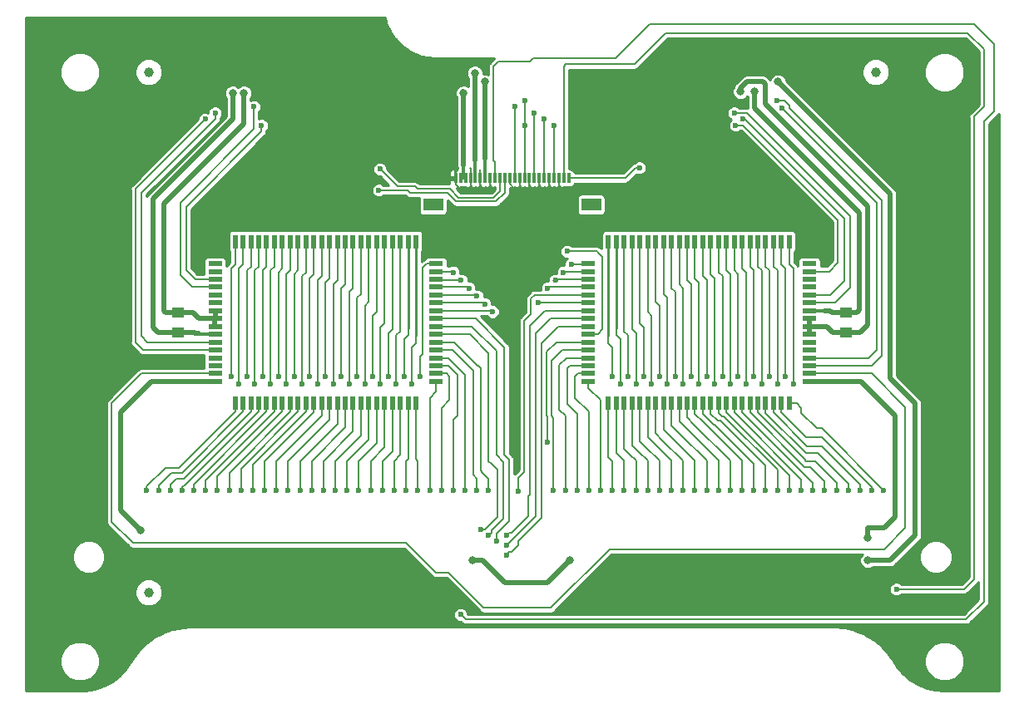
<source format=gbr>
G04 #@! TF.GenerationSoftware,KiCad,Pcbnew,5.0.2-bee76a0~70~ubuntu18.04.1*
G04 #@! TF.CreationDate,2020-07-02T17:28:08+02:00*
G04 #@! TF.ProjectId,ModulAdapter,4d6f6475-6c41-4646-9170-7465722e6b69,rev?*
G04 #@! TF.SameCoordinates,Original*
G04 #@! TF.FileFunction,Copper,L2,Bot*
G04 #@! TF.FilePolarity,Positive*
%FSLAX46Y46*%
G04 Gerber Fmt 4.6, Leading zero omitted, Abs format (unit mm)*
G04 Created by KiCad (PCBNEW 5.0.2-bee76a0~70~ubuntu18.04.1) date Do 02 Jul 2020 17:28:08 CEST*
%MOMM*%
%LPD*%
G01*
G04 APERTURE LIST*
G04 #@! TA.AperFunction,SMDPad,CuDef*
%ADD10R,0.500000X1.480000*%
G04 #@! TD*
G04 #@! TA.AperFunction,SMDPad,CuDef*
%ADD11R,1.480000X0.500000*%
G04 #@! TD*
G04 #@! TA.AperFunction,SMDPad,CuDef*
%ADD12R,1.250000X1.000000*%
G04 #@! TD*
G04 #@! TA.AperFunction,SMDPad,CuDef*
%ADD13R,2.000000X1.300000*%
G04 #@! TD*
G04 #@! TA.AperFunction,SMDPad,CuDef*
%ADD14R,0.300000X1.000000*%
G04 #@! TD*
G04 #@! TA.AperFunction,BGAPad,CuDef*
%ADD15C,1.000000*%
G04 #@! TD*
G04 #@! TA.AperFunction,ViaPad*
%ADD16C,0.600000*%
G04 #@! TD*
G04 #@! TA.AperFunction,ViaPad*
%ADD17C,0.800000*%
G04 #@! TD*
G04 #@! TA.AperFunction,Conductor*
%ADD18C,0.200000*%
G04 #@! TD*
G04 #@! TA.AperFunction,Conductor*
%ADD19C,0.500000*%
G04 #@! TD*
G04 #@! TA.AperFunction,Conductor*
%ADD20C,0.300000*%
G04 #@! TD*
G04 #@! TA.AperFunction,Conductor*
%ADD21C,0.250000*%
G04 #@! TD*
G04 #@! TA.AperFunction,Conductor*
%ADD22C,0.150000*%
G04 #@! TD*
G04 #@! TA.AperFunction,Conductor*
%ADD23C,0.254000*%
G04 #@! TD*
G04 APERTURE END LIST*
D10*
G04 #@! TO.P,U4,1*
G04 #@! TO.N,Net-(J1-Pad197)*
X109800000Y-91260000D03*
G04 #@! TO.P,U4,2*
G04 #@! TO.N,Net-(J1-Pad199)*
X110600000Y-91260000D03*
G04 #@! TO.P,U4,3*
G04 #@! TO.N,Net-(J1-Pad201)*
X111400000Y-91260000D03*
G04 #@! TO.P,U4,4*
G04 #@! TO.N,Net-(J1-Pad203)*
X112200000Y-91260000D03*
G04 #@! TO.P,U4,5*
G04 #@! TO.N,Net-(J1-Pad205)*
X113000000Y-91260000D03*
G04 #@! TO.P,U4,6*
G04 #@! TO.N,Net-(J1-Pad207)*
X113800000Y-91260000D03*
G04 #@! TO.P,U4,7*
G04 #@! TO.N,Net-(J1-Pad209)*
X114600000Y-91260000D03*
G04 #@! TO.P,U4,8*
G04 #@! TO.N,Net-(J1-Pad211)*
X115400000Y-91260000D03*
G04 #@! TO.P,U4,9*
G04 #@! TO.N,Net-(J1-Pad213)*
X116200000Y-91260000D03*
G04 #@! TO.P,U4,10*
G04 #@! TO.N,Net-(J1-Pad215)*
X117000000Y-91260000D03*
G04 #@! TO.P,U4,11*
G04 #@! TO.N,Net-(J1-Pad217)*
X117800000Y-91260000D03*
G04 #@! TO.P,U4,12*
G04 #@! TO.N,Net-(J1-Pad219)*
X118600000Y-91260000D03*
G04 #@! TO.P,U4,13*
G04 #@! TO.N,Net-(J1-Pad221)*
X119400000Y-91260000D03*
G04 #@! TO.P,U4,14*
G04 #@! TO.N,Net-(J1-Pad223)*
X120200000Y-91260000D03*
G04 #@! TO.P,U4,15*
G04 #@! TO.N,Net-(J1-Pad225)*
X121000000Y-91260000D03*
G04 #@! TO.P,U4,16*
G04 #@! TO.N,Net-(J1-Pad227)*
X121800000Y-91260000D03*
G04 #@! TO.P,U4,17*
G04 #@! TO.N,Net-(J1-Pad229)*
X122600000Y-91260000D03*
G04 #@! TO.P,U4,18*
G04 #@! TO.N,Net-(J1-Pad231)*
X123400000Y-91260000D03*
G04 #@! TO.P,U4,19*
G04 #@! TO.N,Net-(J1-Pad233)*
X124200000Y-91260000D03*
G04 #@! TO.P,U4,20*
G04 #@! TO.N,Net-(J1-Pad235)*
X125000000Y-91260000D03*
G04 #@! TO.P,U4,21*
G04 #@! TO.N,Net-(J1-Pad237)*
X125800000Y-91260000D03*
G04 #@! TO.P,U4,22*
G04 #@! TO.N,Net-(J1-Pad239)*
X126600000Y-91260000D03*
G04 #@! TO.P,U4,23*
G04 #@! TO.N,Net-(J1-Pad241)*
X127400000Y-91260000D03*
G04 #@! TO.P,U4,24*
G04 #@! TO.N,Net-(J1-Pad243)*
X128200000Y-91260000D03*
D11*
G04 #@! TO.P,U4,25*
G04 #@! TO.N,N/C*
X130240000Y-93500000D03*
G04 #@! TO.P,U4,26*
G04 #@! TO.N,DI_C*
X130240000Y-94300000D03*
G04 #@! TO.P,U4,27*
G04 #@! TO.N,N/C*
X130240000Y-95100000D03*
G04 #@! TO.P,U4,28*
X130240000Y-95900000D03*
G04 #@! TO.P,U4,29*
G04 #@! TO.N,BL_C*
X130240000Y-96700000D03*
G04 #@! TO.P,U4,30*
G04 #@! TO.N,POL_C*
X130240000Y-97500000D03*
G04 #@! TO.P,U4,31*
G04 #@! TO.N,VDD_C*
X130240000Y-98300000D03*
G04 #@! TO.P,U4,32*
G04 #@! TO.N,GND_C*
X130240000Y-99100000D03*
G04 #@! TO.P,U4,33*
X130240000Y-99900000D03*
G04 #@! TO.P,U4,34*
X130240000Y-100700000D03*
G04 #@! TO.P,U4,35*
G04 #@! TO.N,N/C*
X130240000Y-101500000D03*
G04 #@! TO.P,U4,36*
X130240000Y-102300000D03*
G04 #@! TO.P,U4,37*
G04 #@! TO.N,CLK_C*
X130240000Y-103100000D03*
G04 #@! TO.P,U4,38*
G04 #@! TO.N,LE_C*
X130240000Y-103900000D03*
G04 #@! TO.P,U4,39*
G04 #@! TO.N,Net-(U2-Pad26)*
X130240000Y-104700000D03*
G04 #@! TO.P,U4,40*
G04 #@! TO.N,V_HV_C*
X130240000Y-105500000D03*
D10*
G04 #@! TO.P,U4,41*
G04 #@! TO.N,Net-(J1-Pad244)*
X128200000Y-107740000D03*
G04 #@! TO.P,U4,42*
G04 #@! TO.N,Net-(J1-Pad242)*
X127400000Y-107740000D03*
G04 #@! TO.P,U4,43*
G04 #@! TO.N,Net-(J1-Pad240)*
X126600000Y-107740000D03*
G04 #@! TO.P,U4,44*
G04 #@! TO.N,Net-(J1-Pad238)*
X125800000Y-107740000D03*
G04 #@! TO.P,U4,45*
G04 #@! TO.N,Net-(J1-Pad236)*
X125000000Y-107740000D03*
G04 #@! TO.P,U4,46*
G04 #@! TO.N,Net-(J1-Pad234)*
X124200000Y-107740000D03*
G04 #@! TO.P,U4,47*
G04 #@! TO.N,Net-(J1-Pad232)*
X123400000Y-107740000D03*
G04 #@! TO.P,U4,48*
G04 #@! TO.N,Net-(J1-Pad230)*
X122600000Y-107740000D03*
G04 #@! TO.P,U4,49*
G04 #@! TO.N,Net-(J1-Pad228)*
X121800000Y-107740000D03*
G04 #@! TO.P,U4,50*
G04 #@! TO.N,Net-(J1-Pad226)*
X121000000Y-107740000D03*
G04 #@! TO.P,U4,51*
G04 #@! TO.N,Net-(J1-Pad224)*
X120200000Y-107740000D03*
G04 #@! TO.P,U4,52*
G04 #@! TO.N,Net-(J1-Pad222)*
X119400000Y-107740000D03*
G04 #@! TO.P,U4,53*
G04 #@! TO.N,Net-(J1-Pad220)*
X118600000Y-107740000D03*
G04 #@! TO.P,U4,54*
G04 #@! TO.N,Net-(J1-Pad218)*
X117800000Y-107740000D03*
G04 #@! TO.P,U4,55*
G04 #@! TO.N,Net-(J1-Pad216)*
X117000000Y-107740000D03*
G04 #@! TO.P,U4,56*
G04 #@! TO.N,Net-(J1-Pad214)*
X116200000Y-107740000D03*
G04 #@! TO.P,U4,57*
G04 #@! TO.N,Net-(J1-Pad212)*
X115400000Y-107740000D03*
G04 #@! TO.P,U4,58*
G04 #@! TO.N,Net-(J1-Pad210)*
X114600000Y-107740000D03*
G04 #@! TO.P,U4,59*
G04 #@! TO.N,Net-(J1-Pad208)*
X113800000Y-107740000D03*
G04 #@! TO.P,U4,60*
G04 #@! TO.N,Net-(J1-Pad206)*
X113000000Y-107740000D03*
G04 #@! TO.P,U4,61*
G04 #@! TO.N,Net-(J1-Pad204)*
X112200000Y-107740000D03*
G04 #@! TO.P,U4,62*
G04 #@! TO.N,Net-(J1-Pad202)*
X111400000Y-107740000D03*
G04 #@! TO.P,U4,63*
G04 #@! TO.N,Net-(J1-Pad200)*
X110600000Y-107740000D03*
G04 #@! TO.P,U4,64*
G04 #@! TO.N,Net-(J1-Pad198)*
X109800000Y-107740000D03*
D11*
G04 #@! TO.P,U4,65*
G04 #@! TO.N,Net-(J1-Pad196)*
X107760000Y-105500000D03*
G04 #@! TO.P,U4,66*
G04 #@! TO.N,Net-(J1-Pad194)*
X107760000Y-104700000D03*
G04 #@! TO.P,U4,67*
G04 #@! TO.N,Net-(J1-Pad192)*
X107760000Y-103900000D03*
G04 #@! TO.P,U4,68*
G04 #@! TO.N,Net-(J1-Pad190)*
X107760000Y-103100000D03*
G04 #@! TO.P,U4,69*
G04 #@! TO.N,Net-(J1-Pad188)*
X107760000Y-102300000D03*
G04 #@! TO.P,U4,70*
G04 #@! TO.N,Net-(J1-Pad186)*
X107760000Y-101500000D03*
G04 #@! TO.P,U4,71*
G04 #@! TO.N,Net-(J1-Pad184)*
X107760000Y-100700000D03*
G04 #@! TO.P,U4,72*
G04 #@! TO.N,Net-(J1-Pad63)*
X107760000Y-99900000D03*
G04 #@! TO.P,U4,73*
G04 #@! TO.N,Net-(J1-Pad64)*
X107760000Y-99100000D03*
G04 #@! TO.P,U4,74*
G04 #@! TO.N,Net-(J1-Pad65)*
X107760000Y-98300000D03*
G04 #@! TO.P,U4,75*
G04 #@! TO.N,Net-(J1-Pad185)*
X107760000Y-97500000D03*
G04 #@! TO.P,U4,76*
G04 #@! TO.N,Net-(J1-Pad187)*
X107760000Y-96700000D03*
G04 #@! TO.P,U4,77*
G04 #@! TO.N,Net-(J1-Pad189)*
X107760000Y-95900000D03*
G04 #@! TO.P,U4,78*
G04 #@! TO.N,Net-(J1-Pad191)*
X107760000Y-95100000D03*
G04 #@! TO.P,U4,79*
G04 #@! TO.N,Net-(J1-Pad193)*
X107760000Y-94300000D03*
G04 #@! TO.P,U4,80*
G04 #@! TO.N,Net-(J1-Pad195)*
X107760000Y-93500000D03*
G04 #@! TD*
D10*
G04 #@! TO.P,U2,1*
G04 #@! TO.N,Net-(J1-Pad170)*
X90200000Y-107740000D03*
G04 #@! TO.P,U2,2*
G04 #@! TO.N,Net-(J1-Pad168)*
X89400000Y-107740000D03*
G04 #@! TO.P,U2,3*
G04 #@! TO.N,Net-(J1-Pad166)*
X88600000Y-107740000D03*
G04 #@! TO.P,U2,4*
G04 #@! TO.N,Net-(J1-Pad164)*
X87800000Y-107740000D03*
G04 #@! TO.P,U2,5*
G04 #@! TO.N,Net-(J1-Pad162)*
X87000000Y-107740000D03*
G04 #@! TO.P,U2,6*
G04 #@! TO.N,Net-(J1-Pad160)*
X86200000Y-107740000D03*
G04 #@! TO.P,U2,7*
G04 #@! TO.N,Net-(J1-Pad158)*
X85400000Y-107740000D03*
G04 #@! TO.P,U2,8*
G04 #@! TO.N,Net-(J1-Pad156)*
X84600000Y-107740000D03*
G04 #@! TO.P,U2,9*
G04 #@! TO.N,Net-(J1-Pad154)*
X83800000Y-107740000D03*
G04 #@! TO.P,U2,10*
G04 #@! TO.N,Net-(J1-Pad152)*
X83000000Y-107740000D03*
G04 #@! TO.P,U2,11*
G04 #@! TO.N,Net-(J1-Pad150)*
X82200000Y-107740000D03*
G04 #@! TO.P,U2,12*
G04 #@! TO.N,Net-(J1-Pad148)*
X81400000Y-107740000D03*
G04 #@! TO.P,U2,13*
G04 #@! TO.N,Net-(J1-Pad146)*
X80600000Y-107740000D03*
G04 #@! TO.P,U2,14*
G04 #@! TO.N,Net-(J1-Pad144)*
X79800000Y-107740000D03*
G04 #@! TO.P,U2,15*
G04 #@! TO.N,Net-(J1-Pad142)*
X79000000Y-107740000D03*
G04 #@! TO.P,U2,16*
G04 #@! TO.N,Net-(J1-Pad140)*
X78200000Y-107740000D03*
G04 #@! TO.P,U2,17*
G04 #@! TO.N,Net-(J1-Pad138)*
X77400000Y-107740000D03*
G04 #@! TO.P,U2,18*
G04 #@! TO.N,Net-(J1-Pad136)*
X76600000Y-107740000D03*
G04 #@! TO.P,U2,19*
G04 #@! TO.N,Net-(J1-Pad134)*
X75800000Y-107740000D03*
G04 #@! TO.P,U2,20*
G04 #@! TO.N,Net-(J1-Pad132)*
X75000000Y-107740000D03*
G04 #@! TO.P,U2,21*
G04 #@! TO.N,Net-(J1-Pad130)*
X74200000Y-107740000D03*
G04 #@! TO.P,U2,22*
G04 #@! TO.N,Net-(J1-Pad128)*
X73400000Y-107740000D03*
G04 #@! TO.P,U2,23*
G04 #@! TO.N,Net-(J1-Pad126)*
X72600000Y-107740000D03*
G04 #@! TO.P,U2,24*
G04 #@! TO.N,Net-(J1-Pad124)*
X71800000Y-107740000D03*
D11*
G04 #@! TO.P,U2,25*
G04 #@! TO.N,V_HV_C*
X69760000Y-105500000D03*
G04 #@! TO.P,U2,26*
G04 #@! TO.N,Net-(U2-Pad26)*
X69760000Y-104700000D03*
G04 #@! TO.P,U2,27*
G04 #@! TO.N,N/C*
X69760000Y-103900000D03*
G04 #@! TO.P,U2,28*
X69760000Y-103100000D03*
G04 #@! TO.P,U2,29*
G04 #@! TO.N,BL_C*
X69760000Y-102300000D03*
G04 #@! TO.P,U2,30*
G04 #@! TO.N,POL_C*
X69760000Y-101500000D03*
G04 #@! TO.P,U2,31*
G04 #@! TO.N,VDD_C*
X69760000Y-100700000D03*
G04 #@! TO.P,U2,32*
G04 #@! TO.N,GND_C*
X69760000Y-99900000D03*
G04 #@! TO.P,U2,33*
X69760000Y-99100000D03*
G04 #@! TO.P,U2,34*
X69760000Y-98300000D03*
G04 #@! TO.P,U2,35*
G04 #@! TO.N,N/C*
X69760000Y-97500000D03*
G04 #@! TO.P,U2,36*
X69760000Y-96700000D03*
G04 #@! TO.P,U2,37*
G04 #@! TO.N,CLK_C*
X69760000Y-95900000D03*
G04 #@! TO.P,U2,38*
G04 #@! TO.N,LE_C*
X69760000Y-95100000D03*
G04 #@! TO.P,U2,39*
G04 #@! TO.N,N/C*
X69760000Y-94300000D03*
G04 #@! TO.P,U2,40*
X69760000Y-93500000D03*
D10*
G04 #@! TO.P,U2,41*
G04 #@! TO.N,Net-(J1-Pad123)*
X71800000Y-91260000D03*
G04 #@! TO.P,U2,42*
G04 #@! TO.N,Net-(J1-Pad125)*
X72600000Y-91260000D03*
G04 #@! TO.P,U2,43*
G04 #@! TO.N,Net-(J1-Pad127)*
X73400000Y-91260000D03*
G04 #@! TO.P,U2,44*
G04 #@! TO.N,Net-(J1-Pad129)*
X74200000Y-91260000D03*
G04 #@! TO.P,U2,45*
G04 #@! TO.N,Net-(J1-Pad131)*
X75000000Y-91260000D03*
G04 #@! TO.P,U2,46*
G04 #@! TO.N,Net-(J1-Pad133)*
X75800000Y-91260000D03*
G04 #@! TO.P,U2,47*
G04 #@! TO.N,Net-(J1-Pad135)*
X76600000Y-91260000D03*
G04 #@! TO.P,U2,48*
G04 #@! TO.N,Net-(J1-Pad137)*
X77400000Y-91260000D03*
G04 #@! TO.P,U2,49*
G04 #@! TO.N,Net-(J1-Pad139)*
X78200000Y-91260000D03*
G04 #@! TO.P,U2,50*
G04 #@! TO.N,Net-(J1-Pad141)*
X79000000Y-91260000D03*
G04 #@! TO.P,U2,51*
G04 #@! TO.N,Net-(J1-Pad143)*
X79800000Y-91260000D03*
G04 #@! TO.P,U2,52*
G04 #@! TO.N,Net-(J1-Pad145)*
X80600000Y-91260000D03*
G04 #@! TO.P,U2,53*
G04 #@! TO.N,Net-(J1-Pad147)*
X81400000Y-91260000D03*
G04 #@! TO.P,U2,54*
G04 #@! TO.N,Net-(J1-Pad149)*
X82200000Y-91260000D03*
G04 #@! TO.P,U2,55*
G04 #@! TO.N,Net-(J1-Pad151)*
X83000000Y-91260000D03*
G04 #@! TO.P,U2,56*
G04 #@! TO.N,Net-(J1-Pad153)*
X83800000Y-91260000D03*
G04 #@! TO.P,U2,57*
G04 #@! TO.N,Net-(J1-Pad155)*
X84600000Y-91260000D03*
G04 #@! TO.P,U2,58*
G04 #@! TO.N,Net-(J1-Pad157)*
X85400000Y-91260000D03*
G04 #@! TO.P,U2,59*
G04 #@! TO.N,Net-(J1-Pad159)*
X86200000Y-91260000D03*
G04 #@! TO.P,U2,60*
G04 #@! TO.N,Net-(J1-Pad161)*
X87000000Y-91260000D03*
G04 #@! TO.P,U2,61*
G04 #@! TO.N,Net-(J1-Pad163)*
X87800000Y-91260000D03*
G04 #@! TO.P,U2,62*
G04 #@! TO.N,Net-(J1-Pad165)*
X88600000Y-91260000D03*
G04 #@! TO.P,U2,63*
G04 #@! TO.N,Net-(J1-Pad167)*
X89400000Y-91260000D03*
G04 #@! TO.P,U2,64*
G04 #@! TO.N,Net-(J1-Pad169)*
X90200000Y-91260000D03*
D11*
G04 #@! TO.P,U2,65*
G04 #@! TO.N,Net-(J1-Pad171)*
X92240000Y-93500000D03*
G04 #@! TO.P,U2,66*
G04 #@! TO.N,Net-(J1-Pad173)*
X92240000Y-94300000D03*
G04 #@! TO.P,U2,67*
G04 #@! TO.N,Net-(J1-Pad175)*
X92240000Y-95100000D03*
G04 #@! TO.P,U2,68*
G04 #@! TO.N,Net-(J1-Pad177)*
X92240000Y-95900000D03*
G04 #@! TO.P,U2,69*
G04 #@! TO.N,Net-(J1-Pad179)*
X92240000Y-96700000D03*
G04 #@! TO.P,U2,70*
G04 #@! TO.N,Net-(J1-Pad181)*
X92240000Y-97500000D03*
G04 #@! TO.P,U2,71*
G04 #@! TO.N,Net-(J1-Pad183)*
X92240000Y-98300000D03*
G04 #@! TO.P,U2,72*
G04 #@! TO.N,Net-(J1-Pad62)*
X92240000Y-99100000D03*
G04 #@! TO.P,U2,73*
G04 #@! TO.N,Net-(J1-Pad61)*
X92240000Y-99900000D03*
G04 #@! TO.P,U2,74*
G04 #@! TO.N,Net-(J1-Pad60)*
X92240000Y-100700000D03*
G04 #@! TO.P,U2,75*
G04 #@! TO.N,Net-(J1-Pad182)*
X92240000Y-101500000D03*
G04 #@! TO.P,U2,76*
G04 #@! TO.N,Net-(J1-Pad180)*
X92240000Y-102300000D03*
G04 #@! TO.P,U2,77*
G04 #@! TO.N,Net-(J1-Pad178)*
X92240000Y-103100000D03*
G04 #@! TO.P,U2,78*
G04 #@! TO.N,Net-(J1-Pad176)*
X92240000Y-103900000D03*
G04 #@! TO.P,U2,79*
G04 #@! TO.N,Net-(J1-Pad174)*
X92240000Y-104700000D03*
G04 #@! TO.P,U2,80*
G04 #@! TO.N,Net-(J1-Pad172)*
X92240000Y-105500000D03*
G04 #@! TD*
D12*
G04 #@! TO.P,C12,1*
G04 #@! TO.N,VDD_C*
X134000000Y-98500000D03*
G04 #@! TO.P,C12,2*
G04 #@! TO.N,GND_C*
X134000000Y-100500000D03*
G04 #@! TD*
G04 #@! TO.P,C13,1*
G04 #@! TO.N,VDD_C*
X66000000Y-100500000D03*
G04 #@! TO.P,C13,2*
G04 #@! TO.N,GND_C*
X66000000Y-98500000D03*
G04 #@! TD*
D13*
G04 #@! TO.P,J2,*
G04 #@! TO.N,*
X108050000Y-87500000D03*
X91950000Y-87500000D03*
D14*
G04 #@! TO.P,J2,1*
G04 #@! TO.N,+3V3*
X105750000Y-84800000D03*
G04 #@! TO.P,J2,2*
G04 #@! TO.N,V_GND*
X105250000Y-84800000D03*
G04 #@! TO.P,J2,3*
G04 #@! TO.N,GND*
X104750000Y-84800000D03*
G04 #@! TO.P,J2,4*
G04 #@! TO.N,DI_C*
X104250000Y-84800000D03*
G04 #@! TO.P,J2,5*
G04 #@! TO.N,GND*
X103750000Y-84800000D03*
G04 #@! TO.P,J2,6*
G04 #@! TO.N,BL_C*
X103250000Y-84800000D03*
G04 #@! TO.P,J2,7*
G04 #@! TO.N,GND*
X102750000Y-84800000D03*
G04 #@! TO.P,J2,8*
G04 #@! TO.N,POL_C*
X102250000Y-84800000D03*
G04 #@! TO.P,J2,9*
G04 #@! TO.N,GND*
X101750000Y-84800000D03*
G04 #@! TO.P,J2,10*
G04 #@! TO.N,LE_C*
X101250000Y-84800000D03*
G04 #@! TO.P,J2,11*
G04 #@! TO.N,GND*
X100750000Y-84800000D03*
G04 #@! TO.P,J2,12*
G04 #@! TO.N,CLK_C*
X100250000Y-84800000D03*
G04 #@! TO.P,J2,13*
G04 #@! TO.N,GND*
X99750000Y-84800000D03*
G04 #@! TO.P,J2,14*
G04 #@! TO.N,DIG1*
X99250000Y-84800000D03*
G04 #@! TO.P,J2,15*
G04 #@! TO.N,DIG0*
X98750000Y-84800000D03*
G04 #@! TO.P,J2,16*
G04 #@! TO.N,SENS_PAD*
X98250000Y-84800000D03*
G04 #@! TO.P,J2,17*
G04 #@! TO.N,GND*
X97750000Y-84800000D03*
G04 #@! TO.P,J2,18*
G04 #@! TO.N,VDD_C*
X97250000Y-84800000D03*
G04 #@! TO.P,J2,19*
G04 #@! TO.N,GND*
X96750000Y-84800000D03*
G04 #@! TO.P,J2,20*
G04 #@! TO.N,V_HV_C*
X96250000Y-84800000D03*
G04 #@! TO.P,J2,21*
G04 #@! TO.N,GND*
X95750000Y-84800000D03*
G04 #@! TO.P,J2,22*
G04 #@! TO.N,GND_C*
X95250000Y-84800000D03*
G04 #@! TO.P,J2,23*
X94750000Y-84800000D03*
G04 #@! TO.P,J2,24*
G04 #@! TO.N,GND*
X94250000Y-84800000D03*
G04 #@! TD*
D15*
G04 #@! TO.P,X3,~*
G04 #@! TO.N,N/C*
X137000000Y-74000000D03*
G04 #@! TD*
G04 #@! TO.P,X5,~*
G04 #@! TO.N,N/C*
X63000000Y-127000000D03*
G04 #@! TD*
G04 #@! TO.P,X6,~*
G04 #@! TO.N,N/C*
X63000000Y-74000000D03*
G04 #@! TD*
D16*
G04 #@! TO.N,V_GND*
X139116000Y-126670000D03*
D17*
G04 #@! TO.N,VDD_C*
X71552000Y-76124000D03*
X97206000Y-74981000D03*
X124638000Y-75997000D03*
G04 #@! TO.N,GND_C*
X123241000Y-75997000D03*
X95047000Y-76124000D03*
X72695000Y-76124000D03*
D16*
G04 #@! TO.N,Net-(J1-Pad123)*
X71400000Y-105000000D03*
G04 #@! TO.N,Net-(J1-Pad124)*
X62800000Y-116600000D03*
G04 #@! TO.N,Net-(J1-Pad125)*
X72200000Y-105800000D03*
G04 #@! TO.N,Net-(J1-Pad126)*
X64000000Y-116600000D03*
G04 #@! TO.N,Net-(J1-Pad127)*
X73000000Y-105000000D03*
G04 #@! TO.N,Net-(J1-Pad128)*
X65200000Y-116600000D03*
G04 #@! TO.N,Net-(J1-Pad129)*
X73800000Y-105800000D03*
G04 #@! TO.N,Net-(J1-Pad130)*
X66400000Y-116600000D03*
G04 #@! TO.N,Net-(J1-Pad131)*
X74600000Y-105000000D03*
G04 #@! TO.N,Net-(J1-Pad132)*
X67600000Y-116600000D03*
G04 #@! TO.N,Net-(J1-Pad133)*
X75400000Y-105800000D03*
G04 #@! TO.N,Net-(J1-Pad134)*
X68800000Y-116600000D03*
G04 #@! TO.N,Net-(J1-Pad135)*
X76200000Y-105000000D03*
G04 #@! TO.N,Net-(J1-Pad136)*
X70000000Y-116600000D03*
G04 #@! TO.N,Net-(J1-Pad137)*
X77000000Y-105800000D03*
G04 #@! TO.N,Net-(J1-Pad138)*
X71200000Y-116600000D03*
G04 #@! TO.N,Net-(J1-Pad139)*
X77800000Y-105000000D03*
G04 #@! TO.N,Net-(J1-Pad140)*
X72400000Y-116600000D03*
G04 #@! TO.N,Net-(J1-Pad141)*
X78600000Y-105800000D03*
G04 #@! TO.N,Net-(J1-Pad142)*
X73600000Y-116600000D03*
G04 #@! TO.N,Net-(J1-Pad143)*
X79400000Y-105000000D03*
G04 #@! TO.N,Net-(J1-Pad144)*
X74800000Y-116600000D03*
G04 #@! TO.N,Net-(J1-Pad145)*
X80200000Y-105800000D03*
G04 #@! TO.N,Net-(J1-Pad146)*
X76000000Y-116600000D03*
G04 #@! TO.N,Net-(J1-Pad147)*
X81000000Y-105000000D03*
G04 #@! TO.N,Net-(J1-Pad148)*
X77200000Y-116600000D03*
G04 #@! TO.N,Net-(J1-Pad149)*
X81800000Y-105800000D03*
G04 #@! TO.N,Net-(J1-Pad150)*
X78400000Y-116600000D03*
G04 #@! TO.N,Net-(J1-Pad151)*
X82600000Y-105000000D03*
G04 #@! TO.N,Net-(J1-Pad152)*
X79600000Y-116600000D03*
G04 #@! TO.N,Net-(J1-Pad153)*
X83400000Y-105800000D03*
G04 #@! TO.N,Net-(J1-Pad154)*
X80800000Y-116600000D03*
G04 #@! TO.N,Net-(J1-Pad155)*
X84200000Y-105000000D03*
G04 #@! TO.N,Net-(J1-Pad156)*
X82000000Y-116600000D03*
G04 #@! TO.N,Net-(J1-Pad157)*
X85000000Y-105800000D03*
G04 #@! TO.N,Net-(J1-Pad158)*
X83200000Y-116600000D03*
G04 #@! TO.N,Net-(J1-Pad159)*
X85800000Y-105000000D03*
G04 #@! TO.N,Net-(J1-Pad160)*
X84400000Y-116600000D03*
G04 #@! TO.N,Net-(J1-Pad161)*
X86600000Y-105800000D03*
G04 #@! TO.N,Net-(J1-Pad162)*
X85600000Y-116600000D03*
G04 #@! TO.N,Net-(J1-Pad163)*
X87400000Y-105000000D03*
G04 #@! TO.N,Net-(J1-Pad164)*
X86800000Y-116600000D03*
G04 #@! TO.N,Net-(J1-Pad165)*
X88200000Y-105800000D03*
G04 #@! TO.N,Net-(J1-Pad166)*
X88000000Y-116600000D03*
G04 #@! TO.N,Net-(J1-Pad167)*
X89000000Y-105000000D03*
G04 #@! TO.N,Net-(J1-Pad168)*
X89200000Y-116600000D03*
G04 #@! TO.N,Net-(J1-Pad169)*
X89800000Y-105800000D03*
G04 #@! TO.N,Net-(J1-Pad170)*
X90400000Y-116600000D03*
G04 #@! TO.N,Net-(J1-Pad171)*
X90600000Y-105000000D03*
G04 #@! TO.N,Net-(J1-Pad172)*
X91600000Y-116600000D03*
G04 #@! TO.N,Net-(J1-Pad173)*
X94000000Y-94400000D03*
G04 #@! TO.N,Net-(J1-Pad174)*
X92800000Y-116600000D03*
G04 #@! TO.N,Net-(J1-Pad175)*
X94800000Y-95200000D03*
G04 #@! TO.N,Net-(J1-Pad176)*
X94000000Y-116600000D03*
G04 #@! TO.N,Net-(J1-Pad177)*
X95600000Y-96000000D03*
G04 #@! TO.N,Net-(J1-Pad178)*
X95200000Y-116600000D03*
G04 #@! TO.N,Net-(J1-Pad180)*
X96400000Y-116600000D03*
G04 #@! TO.N,Net-(J1-Pad186)*
X103600000Y-111700000D03*
G04 #@! TO.N,Net-(J1-Pad188)*
X104200000Y-116600000D03*
G04 #@! TO.N,Net-(J1-Pad190)*
X105400000Y-116600000D03*
G04 #@! TO.N,Net-(J1-Pad192)*
X106600000Y-116600000D03*
G04 #@! TO.N,Net-(J1-Pad193)*
X105200000Y-94400000D03*
G04 #@! TO.N,Net-(J1-Pad194)*
X107800000Y-116600000D03*
G04 #@! TO.N,Net-(J1-Pad195)*
X106000000Y-93600000D03*
G04 #@! TO.N,Net-(J1-Pad196)*
X109000000Y-116600000D03*
G04 #@! TO.N,Net-(J1-Pad197)*
X110200000Y-104990248D03*
G04 #@! TO.N,Net-(J1-Pad198)*
X110200000Y-116590248D03*
G04 #@! TO.N,Net-(J1-Pad199)*
X111000000Y-105790248D03*
G04 #@! TO.N,Net-(J1-Pad200)*
X111400000Y-116590248D03*
G04 #@! TO.N,Net-(J1-Pad201)*
X111800000Y-104990248D03*
G04 #@! TO.N,Net-(J1-Pad202)*
X112600000Y-116590248D03*
G04 #@! TO.N,Net-(J1-Pad203)*
X112600000Y-105790248D03*
G04 #@! TO.N,Net-(J1-Pad204)*
X113800000Y-116590248D03*
G04 #@! TO.N,Net-(J1-Pad205)*
X113400000Y-104990248D03*
G04 #@! TO.N,Net-(J1-Pad206)*
X115000000Y-116590248D03*
G04 #@! TO.N,Net-(J1-Pad207)*
X114200000Y-105790248D03*
G04 #@! TO.N,Net-(J1-Pad208)*
X116200000Y-116590248D03*
G04 #@! TO.N,Net-(J1-Pad209)*
X115000000Y-104990248D03*
G04 #@! TO.N,Net-(J1-Pad210)*
X117400000Y-116590248D03*
G04 #@! TO.N,Net-(J1-Pad211)*
X115800000Y-105790248D03*
G04 #@! TO.N,Net-(J1-Pad212)*
X118600000Y-116590248D03*
G04 #@! TO.N,Net-(J1-Pad213)*
X116600000Y-104990248D03*
G04 #@! TO.N,Net-(J1-Pad214)*
X119800000Y-116590248D03*
G04 #@! TO.N,Net-(J1-Pad215)*
X117400000Y-105790248D03*
G04 #@! TO.N,Net-(J1-Pad216)*
X121000000Y-116590248D03*
G04 #@! TO.N,Net-(J1-Pad217)*
X118200000Y-104990248D03*
G04 #@! TO.N,Net-(J1-Pad218)*
X122200000Y-116590248D03*
G04 #@! TO.N,Net-(J1-Pad219)*
X119000000Y-105790248D03*
G04 #@! TO.N,Net-(J1-Pad220)*
X123400000Y-116590248D03*
G04 #@! TO.N,Net-(J1-Pad221)*
X119800000Y-104990248D03*
G04 #@! TO.N,Net-(J1-Pad222)*
X124600000Y-116590248D03*
G04 #@! TO.N,Net-(J1-Pad223)*
X120600000Y-105790248D03*
G04 #@! TO.N,Net-(J1-Pad224)*
X125800000Y-116590248D03*
G04 #@! TO.N,Net-(J1-Pad225)*
X121400000Y-104990248D03*
G04 #@! TO.N,Net-(J1-Pad226)*
X127000000Y-116590248D03*
G04 #@! TO.N,Net-(J1-Pad227)*
X122200000Y-105790248D03*
G04 #@! TO.N,Net-(J1-Pad228)*
X128200000Y-116590248D03*
G04 #@! TO.N,Net-(J1-Pad229)*
X123000000Y-104990248D03*
G04 #@! TO.N,Net-(J1-Pad230)*
X129400000Y-116590248D03*
G04 #@! TO.N,Net-(J1-Pad231)*
X123800000Y-105790248D03*
G04 #@! TO.N,Net-(J1-Pad232)*
X130600000Y-116590248D03*
G04 #@! TO.N,Net-(J1-Pad233)*
X124600000Y-104990248D03*
G04 #@! TO.N,Net-(J1-Pad234)*
X131800000Y-116590248D03*
G04 #@! TO.N,Net-(J1-Pad235)*
X125400000Y-105790248D03*
G04 #@! TO.N,Net-(J1-Pad236)*
X133000000Y-116590248D03*
G04 #@! TO.N,Net-(J1-Pad237)*
X126200000Y-104990248D03*
G04 #@! TO.N,Net-(J1-Pad238)*
X134200000Y-116590248D03*
G04 #@! TO.N,Net-(J1-Pad239)*
X127000000Y-105790248D03*
G04 #@! TO.N,Net-(J1-Pad240)*
X135400000Y-116590248D03*
G04 #@! TO.N,Net-(J1-Pad241)*
X127800000Y-104990248D03*
G04 #@! TO.N,Net-(J1-Pad242)*
X136600000Y-116590248D03*
G04 #@! TO.N,Net-(J1-Pad243)*
X128600000Y-105790248D03*
G04 #@! TO.N,Net-(J1-Pad244)*
X137800000Y-116590248D03*
G04 #@! TO.N,Net-(J1-Pad179)*
X96400000Y-96800000D03*
G04 #@! TO.N,Net-(J1-Pad181)*
X97200000Y-97600000D03*
G04 #@! TO.N,Net-(J1-Pad182)*
X97600000Y-116600000D03*
G04 #@! TO.N,Net-(J1-Pad183)*
X98000000Y-98400000D03*
G04 #@! TO.N,Net-(J1-Pad184)*
X105588000Y-92253000D03*
G04 #@! TO.N,Net-(J1-Pad185)*
X102667000Y-97460000D03*
G04 #@! TO.N,Net-(J1-Pad187)*
X100600000Y-116700000D03*
G04 #@! TO.N,Net-(J1-Pad189)*
X103600000Y-96000000D03*
G04 #@! TO.N,Net-(J1-Pad191)*
X104400000Y-95200000D03*
G04 #@! TO.N,Net-(J1-Pad60)*
X96800000Y-120600000D03*
G04 #@! TO.N,Net-(J1-Pad61)*
X97600000Y-121200000D03*
G04 #@! TO.N,Net-(J1-Pad62)*
X98400000Y-121800000D03*
G04 #@! TO.N,Net-(J1-Pad63)*
X99400000Y-123200000D03*
D17*
G04 #@! TO.N,V_HV_C*
X127051000Y-74981000D03*
X136195000Y-123749000D03*
X136195000Y-121463000D03*
X96190000Y-74092000D03*
X105842000Y-123749000D03*
X95936000Y-123750000D03*
X62154000Y-120701000D03*
D16*
G04 #@! TO.N,LE_C*
X126924000Y-76886000D03*
X101270000Y-76886000D03*
X101250000Y-79426000D03*
X74473000Y-79426000D03*
G04 #@! TO.N,CLK_C*
X100254000Y-77521000D03*
X127432000Y-77648000D03*
X73711000Y-77521000D03*
G04 #@! TO.N,Net-(J1-Pad64)*
X99400000Y-122200000D03*
G04 #@! TO.N,Net-(J1-Pad65)*
X99400000Y-121200000D03*
G04 #@! TO.N,SENS_PAD*
X94750000Y-129250000D03*
D17*
G04 #@! TO.N,GND*
X88000000Y-123250000D03*
X57201000Y-79045000D03*
X88697000Y-83490000D03*
X100762000Y-86792000D03*
X88697000Y-87300000D03*
X113208000Y-86030000D03*
D16*
G04 #@! TO.N,DI_C*
X122733000Y-79426000D03*
X104250000Y-79426000D03*
G04 #@! TO.N,BL_C*
X123495000Y-78791000D03*
X103250000Y-78791000D03*
X68758000Y-78791000D03*
G04 #@! TO.N,POL_C*
X122606000Y-78156000D03*
X102250000Y-78156000D03*
X69774000Y-78156000D03*
G04 #@! TO.N,DIG1*
X86411000Y-86030000D03*
G04 #@! TO.N,DIG0*
X86538000Y-83871000D03*
G04 #@! TO.N,+3V3*
X112954000Y-83744000D03*
G04 #@! TD*
D18*
G04 #@! TO.N,V_GND*
X146990000Y-115113000D02*
X146990000Y-115510000D01*
X146990000Y-83363000D02*
X146990000Y-78537000D01*
X146990000Y-83236000D02*
X146990000Y-83363000D01*
X146990000Y-78537000D02*
X148006000Y-77521000D01*
X148006000Y-77521000D02*
X148006000Y-71679000D01*
X148006000Y-71679000D02*
X146355000Y-70028000D01*
X136703000Y-70028000D02*
X136322000Y-70028000D01*
X146355000Y-70028000D02*
X136703000Y-70028000D01*
X146990000Y-83363000D02*
X146990000Y-115113000D01*
X145974000Y-126670000D02*
X144323000Y-126670000D01*
X146990000Y-125654000D02*
X145974000Y-126670000D01*
X144323000Y-126670000D02*
X139116000Y-126670000D01*
X146990000Y-115113000D02*
X146990000Y-125654000D01*
X114859000Y-70790000D02*
X115621000Y-70028000D01*
X115621000Y-70028000D02*
X136703000Y-70028000D01*
X114859000Y-70790000D02*
X112446000Y-73203000D01*
X115240000Y-70409000D02*
X114859000Y-70790000D01*
X105250000Y-73414000D02*
X105461000Y-73203000D01*
X105250000Y-84800000D02*
X105250000Y-73414000D01*
X112446000Y-73203000D02*
X105461000Y-73203000D01*
D19*
G04 #@! TO.N,VDD_C*
X66000000Y-100500000D02*
X67607000Y-100500000D01*
X67607000Y-100500000D02*
X67742000Y-100635000D01*
X67742000Y-100635000D02*
X68123000Y-100635000D01*
X134000000Y-98500000D02*
X132536000Y-98500000D01*
X132536000Y-98500000D02*
X132385000Y-98349000D01*
X132385000Y-98349000D02*
X131750000Y-98349000D01*
X97206000Y-78664000D02*
X97206000Y-82855000D01*
X97206000Y-75489000D02*
X97206000Y-78664000D01*
D20*
X97250000Y-82899000D02*
X97206000Y-82855000D01*
X97250000Y-84800000D02*
X97250000Y-82899000D01*
X68188000Y-100700000D02*
X68123000Y-100635000D01*
X69760000Y-100700000D02*
X68188000Y-100700000D01*
X131701000Y-98300000D02*
X131750000Y-98349000D01*
X130240000Y-98300000D02*
X131701000Y-98300000D01*
D19*
X97206000Y-75870000D02*
X97206000Y-74981000D01*
X134000000Y-98500000D02*
X135052000Y-98500000D01*
X135052000Y-98500000D02*
X135052000Y-98476000D01*
X135052000Y-98476000D02*
X135306000Y-98222000D01*
X135306000Y-98222000D02*
X135306000Y-88316000D01*
X63424000Y-100000000D02*
X63924000Y-100500000D01*
X63924000Y-100500000D02*
X66000000Y-100500000D01*
X63424000Y-88316000D02*
X63424000Y-100000000D01*
X63424000Y-88316000D02*
X63424000Y-86919000D01*
X71552000Y-78791000D02*
X71552000Y-76124000D01*
X63424000Y-86919000D02*
X71552000Y-78791000D01*
X124638000Y-77648000D02*
X125273000Y-78283000D01*
X124638000Y-75997000D02*
X124638000Y-77648000D01*
X135306000Y-88316000D02*
X125273000Y-78283000D01*
X125273000Y-78283000D02*
X125019000Y-78029000D01*
G04 #@! TO.N,GND_C*
X69760000Y-98370000D02*
X69760000Y-99170000D01*
X69750000Y-99492000D02*
X69750000Y-99890000D01*
X69750000Y-99090000D02*
X69750000Y-99492000D01*
X130240000Y-99100000D02*
X130240000Y-100700000D01*
X66000000Y-98500000D02*
X67512000Y-98500000D01*
X68112000Y-99100000D02*
X69760000Y-99100000D01*
X67512000Y-98500000D02*
X68112000Y-99100000D01*
X134000000Y-100500000D02*
X132631000Y-100500000D01*
X132031000Y-99900000D02*
X130240000Y-99900000D01*
X132631000Y-100500000D02*
X132031000Y-99900000D01*
X95047000Y-78029000D02*
X95047000Y-76378000D01*
X95047000Y-83490000D02*
X95047000Y-78029000D01*
D20*
X94920000Y-84800000D02*
X94920000Y-84379000D01*
X94920000Y-84800000D02*
X94750000Y-84800000D01*
X95250000Y-84800000D02*
X94920000Y-84800000D01*
X95047000Y-84252000D02*
X95047000Y-83490000D01*
X94920000Y-84379000D02*
X95047000Y-84252000D01*
X95047000Y-84597000D02*
X95250000Y-84800000D01*
X95047000Y-84252000D02*
X95047000Y-84597000D01*
D19*
X64821000Y-98500000D02*
X64718000Y-98500000D01*
X66000000Y-98500000D02*
X64821000Y-98500000D01*
X64718000Y-98500000D02*
X64567000Y-98349000D01*
X95047000Y-76124000D02*
X94920000Y-75997000D01*
X64567000Y-98349000D02*
X64567000Y-88951000D01*
X95047000Y-76759000D02*
X95047000Y-76124000D01*
X64567000Y-88951000D02*
X64567000Y-87427000D01*
X64567000Y-87427000D02*
X72695000Y-79299000D01*
X72695000Y-79299000D02*
X72695000Y-76378000D01*
X72695000Y-76378000D02*
X72695000Y-76124000D01*
X135441000Y-100500000D02*
X134000000Y-100500000D01*
X136195000Y-99746000D02*
X135441000Y-100500000D01*
X136195000Y-87681000D02*
X136195000Y-99746000D01*
X123241000Y-75997000D02*
X123241000Y-75870000D01*
X125781000Y-77267000D02*
X136195000Y-87681000D01*
X125781000Y-77267000D02*
X125781000Y-75235000D01*
X125781000Y-75235000D02*
X125527000Y-74981000D01*
X125527000Y-74981000D02*
X123876000Y-74981000D01*
X123241000Y-75616000D02*
X123241000Y-75997000D01*
X123876000Y-74981000D02*
X123241000Y-75616000D01*
D18*
G04 #@! TO.N,Net-(J1-Pad123)*
X71800000Y-91260000D02*
X71800000Y-93600000D01*
X71400000Y-94000000D02*
X71400000Y-105000000D01*
X71800000Y-93600000D02*
X71400000Y-94000000D01*
G04 #@! TO.N,Net-(J1-Pad124)*
X64700000Y-114300000D02*
X62800000Y-116200000D01*
X62800000Y-116200000D02*
X62800000Y-116600000D01*
X66100000Y-114300000D02*
X64700000Y-114300000D01*
X71800000Y-107740000D02*
X71800000Y-108600000D01*
X71800000Y-108600000D02*
X66100000Y-114300000D01*
G04 #@! TO.N,Net-(J1-Pad125)*
X72600000Y-91260000D02*
X72600000Y-93600000D01*
X72200000Y-94000000D02*
X72200000Y-105800000D01*
X72600000Y-93600000D02*
X72200000Y-94000000D01*
G04 #@! TO.N,Net-(J1-Pad126)*
X64000000Y-116100000D02*
X64000000Y-116600000D01*
X65300000Y-114800000D02*
X64000000Y-116100000D01*
X66400000Y-114800000D02*
X65300000Y-114800000D01*
X72600000Y-108600000D02*
X66400000Y-114800000D01*
X72600000Y-107740000D02*
X72600000Y-108600000D01*
G04 #@! TO.N,Net-(J1-Pad127)*
X73400000Y-91260000D02*
X73400000Y-93800000D01*
X73400000Y-93800000D02*
X73000000Y-94200000D01*
X73000000Y-94200000D02*
X73000000Y-105000000D01*
G04 #@! TO.N,Net-(J1-Pad128)*
X73400000Y-108600000D02*
X66600000Y-115400000D01*
X73400000Y-107740000D02*
X73400000Y-108600000D01*
X65200000Y-116000000D02*
X65800000Y-115400000D01*
X66600000Y-115400000D02*
X65800000Y-115400000D01*
X65200000Y-116000000D02*
X65200000Y-116600000D01*
G04 #@! TO.N,Net-(J1-Pad129)*
X73800000Y-105800000D02*
X73800000Y-94200000D01*
X74200000Y-93800000D02*
X74200000Y-91260000D01*
X73800000Y-94200000D02*
X74200000Y-93800000D01*
G04 #@! TO.N,Net-(J1-Pad130)*
X74200000Y-108600000D02*
X66700000Y-116100000D01*
X74200000Y-107740000D02*
X74200000Y-108600000D01*
X66600000Y-116100000D02*
X66400000Y-116300000D01*
X66400000Y-116300000D02*
X66400000Y-116600000D01*
X66700000Y-116100000D02*
X66600000Y-116100000D01*
G04 #@! TO.N,Net-(J1-Pad131)*
X74600000Y-105000000D02*
X74600000Y-94200000D01*
X75000000Y-93800000D02*
X75000000Y-91260000D01*
X74600000Y-94200000D02*
X75000000Y-93800000D01*
G04 #@! TO.N,Net-(J1-Pad132)*
X67600000Y-116000000D02*
X67600000Y-116600000D01*
X75000000Y-108600000D02*
X67600000Y-116000000D01*
X75000000Y-107740000D02*
X75000000Y-108600000D01*
G04 #@! TO.N,Net-(J1-Pad133)*
X75400000Y-105800000D02*
X75400000Y-94200000D01*
X75800000Y-93800000D02*
X75800000Y-91260000D01*
X75400000Y-94200000D02*
X75800000Y-93800000D01*
G04 #@! TO.N,Net-(J1-Pad134)*
X68800000Y-115600000D02*
X68800000Y-116600000D01*
X75800000Y-108600000D02*
X68800000Y-115600000D01*
X75800000Y-107740000D02*
X75800000Y-108600000D01*
G04 #@! TO.N,Net-(J1-Pad135)*
X76200000Y-105000000D02*
X76200000Y-94400000D01*
X76600000Y-94000000D02*
X76600000Y-91260000D01*
X76200000Y-94400000D02*
X76600000Y-94000000D01*
G04 #@! TO.N,Net-(J1-Pad136)*
X76600000Y-108600000D02*
X76600000Y-107740000D01*
X70000000Y-115200000D02*
X76600000Y-108600000D01*
X70000000Y-116600000D02*
X70000000Y-115200000D01*
G04 #@! TO.N,Net-(J1-Pad137)*
X77000000Y-105800000D02*
X77000000Y-94600000D01*
X77400000Y-94200000D02*
X77400000Y-91260000D01*
X77000000Y-94600000D02*
X77400000Y-94200000D01*
G04 #@! TO.N,Net-(J1-Pad138)*
X71200000Y-116600000D02*
X71200000Y-114800000D01*
X71200000Y-114800000D02*
X77400000Y-108600000D01*
X77400000Y-108600000D02*
X77400000Y-107740000D01*
G04 #@! TO.N,Net-(J1-Pad139)*
X77800000Y-105000000D02*
X77800000Y-94600000D01*
X78200000Y-94200000D02*
X78200000Y-91260000D01*
X77800000Y-94600000D02*
X78200000Y-94200000D01*
G04 #@! TO.N,Net-(J1-Pad140)*
X72400000Y-116600000D02*
X72400000Y-114400000D01*
X72400000Y-114400000D02*
X78200000Y-108600000D01*
X78200000Y-108600000D02*
X78200000Y-107740000D01*
G04 #@! TO.N,Net-(J1-Pad141)*
X78600000Y-105800000D02*
X78600000Y-94800000D01*
X79000000Y-94400000D02*
X79000000Y-91260000D01*
X78600000Y-94800000D02*
X79000000Y-94400000D01*
G04 #@! TO.N,Net-(J1-Pad142)*
X73600000Y-114000000D02*
X73600000Y-116600000D01*
X79000000Y-107740000D02*
X79000000Y-108600000D01*
X79000000Y-108600000D02*
X73600000Y-114000000D01*
G04 #@! TO.N,Net-(J1-Pad143)*
X79400000Y-105000000D02*
X79400000Y-95000000D01*
X79800000Y-94600000D02*
X79800000Y-91260000D01*
X79400000Y-95000000D02*
X79800000Y-94600000D01*
G04 #@! TO.N,Net-(J1-Pad144)*
X79800000Y-108680000D02*
X79800000Y-107740000D01*
X74800000Y-113680000D02*
X79800000Y-108680000D01*
X74800000Y-113800000D02*
X74800000Y-113680000D01*
X74800000Y-116600000D02*
X74800000Y-113800000D01*
G04 #@! TO.N,Net-(J1-Pad145)*
X80200000Y-105800000D02*
X80200000Y-95200000D01*
X80600000Y-94800000D02*
X80600000Y-91260000D01*
X80200000Y-95200000D02*
X80600000Y-94800000D01*
G04 #@! TO.N,Net-(J1-Pad146)*
X76000000Y-116600000D02*
X76000000Y-113600000D01*
X80600000Y-109000000D02*
X80600000Y-107740000D01*
X76000000Y-113600000D02*
X80600000Y-109000000D01*
G04 #@! TO.N,Net-(J1-Pad147)*
X81000000Y-105000000D02*
X81000000Y-95400000D01*
X81400000Y-95000000D02*
X81400000Y-91260000D01*
X81000000Y-95400000D02*
X81400000Y-95000000D01*
G04 #@! TO.N,Net-(J1-Pad148)*
X77200000Y-116600000D02*
X77200000Y-113600000D01*
X81400000Y-109400000D02*
X81400000Y-107740000D01*
X77200000Y-113600000D02*
X81400000Y-109400000D01*
G04 #@! TO.N,Net-(J1-Pad149)*
X81800000Y-105800000D02*
X81800000Y-95600000D01*
X82200000Y-95200000D02*
X82200000Y-91260000D01*
X81800000Y-95600000D02*
X82200000Y-95200000D01*
G04 #@! TO.N,Net-(J1-Pad150)*
X82200000Y-109800000D02*
X82200000Y-107740000D01*
X78400000Y-113600000D02*
X82200000Y-109800000D01*
X78400000Y-116600000D02*
X78400000Y-113600000D01*
G04 #@! TO.N,Net-(J1-Pad151)*
X82600000Y-105000000D02*
X82600000Y-96000000D01*
X83000000Y-95600000D02*
X83000000Y-91260000D01*
X82600000Y-96000000D02*
X83000000Y-95600000D01*
G04 #@! TO.N,Net-(J1-Pad152)*
X79600000Y-116600000D02*
X79600000Y-113600000D01*
X83000000Y-110200000D02*
X83000000Y-107740000D01*
X79600000Y-113600000D02*
X83000000Y-110200000D01*
G04 #@! TO.N,Net-(J1-Pad153)*
X83400000Y-105800000D02*
X83400000Y-96400000D01*
X83800000Y-96000000D02*
X83800000Y-91260000D01*
X83400000Y-96400000D02*
X83800000Y-96000000D01*
G04 #@! TO.N,Net-(J1-Pad154)*
X80800000Y-116600000D02*
X80800000Y-113600000D01*
X83800000Y-110600000D02*
X83800000Y-107740000D01*
X80800000Y-113600000D02*
X83800000Y-110600000D01*
G04 #@! TO.N,Net-(J1-Pad155)*
X84200000Y-105000000D02*
X84200000Y-97000000D01*
X84600000Y-96600000D02*
X84600000Y-91260000D01*
X84200000Y-97000000D02*
X84600000Y-96600000D01*
G04 #@! TO.N,Net-(J1-Pad156)*
X82000000Y-116600000D02*
X82000000Y-113600000D01*
X84600000Y-111000000D02*
X84600000Y-107740000D01*
X82000000Y-113600000D02*
X84600000Y-111000000D01*
G04 #@! TO.N,Net-(J1-Pad157)*
X85000000Y-105800000D02*
X85000000Y-97800000D01*
X85400000Y-97400000D02*
X85400000Y-91260000D01*
X85000000Y-97800000D02*
X85400000Y-97400000D01*
G04 #@! TO.N,Net-(J1-Pad158)*
X83200000Y-116600000D02*
X83200000Y-113600000D01*
X85400000Y-111400000D02*
X85400000Y-107740000D01*
X83200000Y-113600000D02*
X85400000Y-111400000D01*
G04 #@! TO.N,Net-(J1-Pad159)*
X85800000Y-105000000D02*
X85800000Y-98800000D01*
X86200000Y-98400000D02*
X86200000Y-91260000D01*
X85800000Y-98800000D02*
X86200000Y-98400000D01*
G04 #@! TO.N,Net-(J1-Pad160)*
X84400000Y-116600000D02*
X84400000Y-113600000D01*
X86200000Y-111800000D02*
X86200000Y-107740000D01*
X84400000Y-113600000D02*
X86200000Y-111800000D01*
G04 #@! TO.N,Net-(J1-Pad161)*
X86600000Y-105800000D02*
X86600000Y-100000000D01*
X87000000Y-99600000D02*
X87000000Y-91260000D01*
X86600000Y-100000000D02*
X87000000Y-99600000D01*
G04 #@! TO.N,Net-(J1-Pad162)*
X85600000Y-116600000D02*
X85600000Y-113600000D01*
X87000000Y-112200000D02*
X87000000Y-107740000D01*
X85600000Y-113600000D02*
X87000000Y-112200000D01*
G04 #@! TO.N,Net-(J1-Pad163)*
X87400000Y-105000000D02*
X87400000Y-100600000D01*
X87800000Y-100200000D02*
X87800000Y-91260000D01*
X87400000Y-100600000D02*
X87800000Y-100200000D01*
G04 #@! TO.N,Net-(J1-Pad164)*
X87800000Y-112600000D02*
X87800000Y-112200000D01*
X87800000Y-112200000D02*
X87800000Y-107740000D01*
X86800000Y-113600000D02*
X87800000Y-112600000D01*
X86800000Y-116600000D02*
X86800000Y-113600000D01*
G04 #@! TO.N,Net-(J1-Pad165)*
X88600000Y-100400000D02*
X88600000Y-91260000D01*
X88200000Y-105800000D02*
X88200000Y-100800000D01*
X88200000Y-100800000D02*
X88600000Y-100400000D01*
G04 #@! TO.N,Net-(J1-Pad166)*
X88000000Y-116600000D02*
X88000000Y-113600000D01*
X88600000Y-113000000D02*
X88600000Y-107740000D01*
X88000000Y-113600000D02*
X88600000Y-113000000D01*
D21*
G04 #@! TO.N,Net-(J1-Pad167)*
X89400000Y-91260000D02*
X89400000Y-100068000D01*
D18*
X89000000Y-105000000D02*
X89000000Y-101200000D01*
X89400000Y-100800000D02*
X89400000Y-100068000D01*
X89000000Y-101200000D02*
X89400000Y-100800000D01*
G04 #@! TO.N,Net-(J1-Pad168)*
X89200000Y-116600000D02*
X89200000Y-113600000D01*
X89400000Y-113400000D02*
X89400000Y-107740000D01*
X89200000Y-113600000D02*
X89400000Y-113400000D01*
D21*
G04 #@! TO.N,Net-(J1-Pad169)*
X90200000Y-91260000D02*
X90200000Y-98074000D01*
X90200000Y-98074000D02*
X90200000Y-100868000D01*
D18*
X89800000Y-105800000D02*
X89800000Y-102000000D01*
X90200000Y-101600000D02*
X90200000Y-100868000D01*
X89800000Y-102000000D02*
X90200000Y-101600000D01*
G04 #@! TO.N,Net-(J1-Pad170)*
X90200000Y-113400000D02*
X90400000Y-113600000D01*
X90200000Y-107740000D02*
X90200000Y-113400000D01*
X90400000Y-113600000D02*
X90400000Y-116600000D01*
G04 #@! TO.N,Net-(J1-Pad171)*
X91300000Y-93500000D02*
X92240000Y-93500000D01*
X90898001Y-93901999D02*
X91300000Y-93500000D01*
X90898001Y-102200000D02*
X90898001Y-93901999D01*
X90898001Y-102200000D02*
X90898001Y-102701999D01*
X90898001Y-102701999D02*
X90600000Y-103000000D01*
X90600000Y-103000000D02*
X90600000Y-105000000D01*
G04 #@! TO.N,Net-(J1-Pad172)*
X91600000Y-116600000D02*
X91600000Y-107200000D01*
X92240000Y-106560000D02*
X92240000Y-105500000D01*
X91600000Y-107200000D02*
X92240000Y-106560000D01*
G04 #@! TO.N,Net-(J1-Pad173)*
X92240000Y-94300000D02*
X93900000Y-94300000D01*
X93900000Y-94300000D02*
X94000000Y-94400000D01*
G04 #@! TO.N,Net-(J1-Pad174)*
X92800000Y-108200000D02*
X92800000Y-116600000D01*
X93600000Y-105000000D02*
X93600000Y-107400000D01*
X92240000Y-104700000D02*
X93300000Y-104700000D01*
X93600000Y-107400000D02*
X92800000Y-108200000D01*
X93300000Y-104700000D02*
X93600000Y-105000000D01*
G04 #@! TO.N,Net-(J1-Pad175)*
X92340000Y-95200000D02*
X92240000Y-95100000D01*
X94600000Y-95200000D02*
X92340000Y-95200000D01*
G04 #@! TO.N,Net-(J1-Pad176)*
X94000000Y-109400000D02*
X94000000Y-116600000D01*
X94400000Y-109000000D02*
X94000000Y-109400000D01*
X94400000Y-104800000D02*
X94400000Y-109000000D01*
X92240000Y-103900000D02*
X93500000Y-103900000D01*
X93500000Y-103900000D02*
X94400000Y-104800000D01*
G04 #@! TO.N,Net-(J1-Pad177)*
X95500000Y-95900000D02*
X95600000Y-96000000D01*
X92240000Y-95900000D02*
X95500000Y-95900000D01*
G04 #@! TO.N,Net-(J1-Pad178)*
X92240000Y-103100000D02*
X93180000Y-103100000D01*
X93180000Y-103100000D02*
X93200000Y-103100000D01*
X95200000Y-116000000D02*
X95200000Y-116600000D01*
X95200000Y-106200000D02*
X95200000Y-116600000D01*
X95200000Y-104800000D02*
X95200000Y-106200000D01*
X93180000Y-103100000D02*
X93500000Y-103100000D01*
X93500000Y-103100000D02*
X95200000Y-104800000D01*
G04 #@! TO.N,Net-(J1-Pad180)*
X92240000Y-102300000D02*
X93900000Y-102300000D01*
X93900000Y-102300000D02*
X95600000Y-104000000D01*
X95800000Y-104200000D02*
X96000000Y-104400000D01*
X95600000Y-104000000D02*
X95800000Y-104200000D01*
X96400000Y-115400000D02*
X96000000Y-115000000D01*
X96400000Y-116600000D02*
X96400000Y-115400000D01*
X96000000Y-104400000D02*
X96000000Y-115000000D01*
G04 #@! TO.N,Net-(J1-Pad186)*
X104500000Y-101500000D02*
X107760000Y-101500000D01*
X103500000Y-109000000D02*
X103500000Y-102500000D01*
X103600000Y-111700000D02*
X103600000Y-109100000D01*
X103500000Y-102500000D02*
X104500000Y-101500000D01*
X103600000Y-109100000D02*
X103500000Y-109000000D01*
G04 #@! TO.N,Net-(J1-Pad188)*
X105100000Y-102300000D02*
X107760000Y-102300000D01*
X104000000Y-103400000D02*
X105100000Y-102300000D01*
X104000000Y-109000000D02*
X104000000Y-103400000D01*
X104200000Y-109200000D02*
X104000000Y-109000000D01*
X104200000Y-116600000D02*
X104200000Y-109200000D01*
G04 #@! TO.N,Net-(J1-Pad190)*
X105500000Y-103100000D02*
X107760000Y-103100000D01*
X105400000Y-116600000D02*
X105400000Y-109000000D01*
X104800000Y-103800000D02*
X104800000Y-108400000D01*
X105400000Y-109000000D02*
X104800000Y-108400000D01*
X104800000Y-103800000D02*
X105500000Y-103100000D01*
G04 #@! TO.N,Net-(J1-Pad192)*
X105900000Y-103900000D02*
X107760000Y-103900000D01*
X106600000Y-116600000D02*
X106600000Y-108800000D01*
X105600000Y-104200000D02*
X105600000Y-107800000D01*
X106600000Y-108800000D02*
X105600000Y-107800000D01*
X105600000Y-104200000D02*
X105900000Y-103900000D01*
G04 #@! TO.N,Net-(J1-Pad193)*
X105100000Y-94300000D02*
X105000000Y-94400000D01*
X107760000Y-94300000D02*
X105100000Y-94300000D01*
G04 #@! TO.N,Net-(J1-Pad194)*
X107800000Y-116600000D02*
X107800000Y-108600000D01*
X107800000Y-108600000D02*
X106400000Y-107200000D01*
X106400000Y-107200000D02*
X106400000Y-105000000D01*
X106700000Y-104700000D02*
X107760000Y-104700000D01*
X106400000Y-105000000D02*
X106700000Y-104700000D01*
G04 #@! TO.N,Net-(J1-Pad195)*
X107660000Y-93600000D02*
X107760000Y-93500000D01*
X105900000Y-93600000D02*
X107660000Y-93600000D01*
G04 #@! TO.N,Net-(J1-Pad196)*
X109000000Y-116600000D02*
X109000000Y-107400000D01*
X107760000Y-106160000D02*
X107760000Y-105500000D01*
X109000000Y-107400000D02*
X107760000Y-106160000D01*
G04 #@! TO.N,Net-(J1-Pad197)*
X109800000Y-101600000D02*
X109800000Y-100868000D01*
X110200000Y-102000000D02*
X109800000Y-101600000D01*
D21*
X109800000Y-91260000D02*
X109800000Y-98074000D01*
X109800000Y-98074000D02*
X109800000Y-100868000D01*
D18*
X110200000Y-104300000D02*
X110200000Y-104990248D01*
X110200000Y-104300000D02*
X110200000Y-102000000D01*
G04 #@! TO.N,Net-(J1-Pad198)*
X110200000Y-113590248D02*
X110190248Y-113590248D01*
X110200000Y-113900000D02*
X110200000Y-113590248D01*
X110200000Y-114100000D02*
X110200000Y-113600000D01*
X110200000Y-114100000D02*
X110200000Y-116590248D01*
X110200000Y-113900000D02*
X110200000Y-114100000D01*
X109800000Y-113200000D02*
X109800000Y-107740000D01*
X110200000Y-113600000D02*
X109800000Y-113200000D01*
G04 #@! TO.N,Net-(J1-Pad199)*
X111000000Y-105000000D02*
X111000000Y-101200000D01*
X110600000Y-100800000D02*
X110600000Y-100068000D01*
X111000000Y-101200000D02*
X110600000Y-100800000D01*
D21*
X110600000Y-91260000D02*
X110600000Y-100068000D01*
D18*
X111000000Y-105000000D02*
X111000000Y-105790248D01*
G04 #@! TO.N,Net-(J1-Pad200)*
X111400000Y-116590248D02*
X111400000Y-113590248D01*
X111400000Y-113590248D02*
X111200000Y-113390248D01*
X110600000Y-112790248D02*
X111200000Y-113390248D01*
X110600000Y-107740000D02*
X110600000Y-112790248D01*
G04 #@! TO.N,Net-(J1-Pad201)*
X111400000Y-100400000D02*
X111400000Y-91260000D01*
X111800000Y-100800000D02*
X111400000Y-100400000D01*
X111800000Y-104300000D02*
X111800000Y-104990248D01*
X111800000Y-104300000D02*
X111800000Y-100800000D01*
G04 #@! TO.N,Net-(J1-Pad202)*
X112600000Y-116590248D02*
X112600000Y-113590248D01*
X112600000Y-113590248D02*
X112000000Y-112990248D01*
X111400000Y-112390248D02*
X112000000Y-112990248D01*
X111400000Y-107740000D02*
X111400000Y-112390248D01*
G04 #@! TO.N,Net-(J1-Pad203)*
X112600000Y-105000000D02*
X112600000Y-100600000D01*
X112200000Y-100200000D02*
X112200000Y-91260000D01*
X112600000Y-100600000D02*
X112200000Y-100200000D01*
X112600000Y-105000000D02*
X112600000Y-105790248D01*
G04 #@! TO.N,Net-(J1-Pad204)*
X113800000Y-116590248D02*
X113800000Y-113590248D01*
X112200000Y-111990248D02*
X112900000Y-112690248D01*
X113800000Y-113590248D02*
X112900000Y-112690248D01*
X112200000Y-107740000D02*
X112200000Y-111990248D01*
X112900000Y-112690248D02*
X112800000Y-112590248D01*
G04 #@! TO.N,Net-(J1-Pad205)*
X113000000Y-99600000D02*
X113000000Y-91260000D01*
X113400000Y-100000000D02*
X113000000Y-99600000D01*
X113400000Y-104300000D02*
X113400000Y-100000000D01*
X113400000Y-104300000D02*
X113400000Y-104990248D01*
G04 #@! TO.N,Net-(J1-Pad206)*
X115000000Y-116590248D02*
X115000000Y-113590248D01*
X115000000Y-113590248D02*
X113600000Y-112190248D01*
X113000000Y-111590248D02*
X113600000Y-112190248D01*
X113000000Y-107740000D02*
X113000000Y-111590248D01*
G04 #@! TO.N,Net-(J1-Pad207)*
X113800000Y-98400000D02*
X113800000Y-91260000D01*
X114200000Y-98800000D02*
X113800000Y-98400000D01*
X114200000Y-104900000D02*
X114200000Y-105790248D01*
X114200000Y-104900000D02*
X114200000Y-98800000D01*
X114200000Y-105000000D02*
X114200000Y-104900000D01*
G04 #@! TO.N,Net-(J1-Pad208)*
X113800000Y-107740000D02*
X113800000Y-111190248D01*
X116200000Y-113590248D02*
X116200000Y-116590248D01*
X113800000Y-111190248D02*
X116200000Y-113590248D01*
G04 #@! TO.N,Net-(J1-Pad209)*
X114600000Y-97400000D02*
X114600000Y-91260000D01*
X115000000Y-97800000D02*
X114600000Y-97400000D01*
X115000000Y-104300000D02*
X115000000Y-104990248D01*
X115000000Y-104300000D02*
X115000000Y-97800000D01*
G04 #@! TO.N,Net-(J1-Pad210)*
X117400000Y-116590248D02*
X117400000Y-113590248D01*
X114600000Y-107740000D02*
X114600000Y-110790248D01*
X117400000Y-113590248D02*
X115300000Y-111490248D01*
X114600000Y-110790248D02*
X115300000Y-111490248D01*
X115300000Y-111490248D02*
X115200000Y-111390248D01*
G04 #@! TO.N,Net-(J1-Pad211)*
X115800000Y-105000000D02*
X115800000Y-97000000D01*
X115400000Y-96600000D02*
X115400000Y-91260000D01*
X115800000Y-97000000D02*
X115400000Y-96600000D01*
X115800000Y-105000000D02*
X115800000Y-105790248D01*
G04 #@! TO.N,Net-(J1-Pad212)*
X118600000Y-116590248D02*
X118600000Y-113590248D01*
X115400000Y-110390248D02*
X116109752Y-111100000D01*
X118600000Y-113590248D02*
X116109752Y-111100000D01*
X115400000Y-107740000D02*
X115400000Y-110390248D01*
X116109752Y-111100000D02*
X116000000Y-110990248D01*
G04 #@! TO.N,Net-(J1-Pad213)*
X116200000Y-96000000D02*
X116200000Y-91260000D01*
X116600000Y-96400000D02*
X116200000Y-96000000D01*
X116600000Y-104300000D02*
X116600000Y-104990248D01*
X116600000Y-104300000D02*
X116600000Y-96400000D01*
G04 #@! TO.N,Net-(J1-Pad214)*
X119800000Y-116590248D02*
X119800000Y-113590248D01*
X116200000Y-109990248D02*
X117200000Y-110990248D01*
X116200000Y-107740000D02*
X116200000Y-109990248D01*
X119800000Y-113590248D02*
X117200000Y-110990248D01*
X117200000Y-110990248D02*
X116800000Y-110590248D01*
G04 #@! TO.N,Net-(J1-Pad215)*
X117400000Y-105000000D02*
X117400000Y-96000000D01*
X117000000Y-95600000D02*
X117000000Y-91260000D01*
X117400000Y-96000000D02*
X117000000Y-95600000D01*
X117400000Y-105000000D02*
X117400000Y-105790248D01*
G04 #@! TO.N,Net-(J1-Pad216)*
X117000000Y-107740000D02*
X117000000Y-109590248D01*
X121000000Y-113590248D02*
X121000000Y-116590248D01*
X117000000Y-109590248D02*
X121000000Y-113590248D01*
G04 #@! TO.N,Net-(J1-Pad217)*
X117800000Y-95200000D02*
X117800000Y-91260000D01*
X118200000Y-95600000D02*
X117800000Y-95200000D01*
X118200000Y-104400000D02*
X118200000Y-104990248D01*
X118200000Y-104400000D02*
X118200000Y-95600000D01*
G04 #@! TO.N,Net-(J1-Pad218)*
X122200000Y-116590248D02*
X122200000Y-113590248D01*
X117800000Y-109190248D02*
X118509752Y-109900000D01*
X117800000Y-107740000D02*
X117800000Y-109190248D01*
X122200000Y-113590248D02*
X118509752Y-109900000D01*
X118509752Y-109900000D02*
X118400000Y-109790248D01*
G04 #@! TO.N,Net-(J1-Pad219)*
X118600000Y-95000000D02*
X118600000Y-91260000D01*
X119000000Y-95400000D02*
X118600000Y-95000000D01*
X119000000Y-104900000D02*
X119000000Y-105790248D01*
X119000000Y-104900000D02*
X119000000Y-95400000D01*
X119000000Y-105000000D02*
X119000000Y-104900000D01*
G04 #@! TO.N,Net-(J1-Pad220)*
X123400000Y-116590248D02*
X123400000Y-113590248D01*
X118600000Y-108790248D02*
X119509752Y-109700000D01*
X123400000Y-113590248D02*
X119509752Y-109700000D01*
X118600000Y-107740000D02*
X118600000Y-108790248D01*
X119509752Y-109700000D02*
X119200000Y-109390248D01*
G04 #@! TO.N,Net-(J1-Pad221)*
X119400000Y-94800000D02*
X119400000Y-91260000D01*
X119800000Y-95200000D02*
X119400000Y-94800000D01*
X119800000Y-104300000D02*
X119800000Y-104990248D01*
X119800000Y-104300000D02*
X119800000Y-95200000D01*
G04 #@! TO.N,Net-(J1-Pad222)*
X119400000Y-108800000D02*
X120500000Y-109900000D01*
X119400000Y-107740000D02*
X119400000Y-108800000D01*
X120600000Y-109900000D02*
X124600000Y-113900000D01*
X124600000Y-113900000D02*
X124600000Y-116590248D01*
X120500000Y-109900000D02*
X120600000Y-109900000D01*
G04 #@! TO.N,Net-(J1-Pad223)*
X120600000Y-105000000D02*
X120600000Y-95000000D01*
X120200000Y-94600000D02*
X120200000Y-91260000D01*
X120600000Y-95000000D02*
X120200000Y-94600000D01*
X120600000Y-105000000D02*
X120600000Y-105790248D01*
G04 #@! TO.N,Net-(J1-Pad224)*
X120900000Y-109500000D02*
X120200000Y-108800000D01*
X121200000Y-109500000D02*
X120900000Y-109500000D01*
X120200000Y-108800000D02*
X120200000Y-107740000D01*
X125800000Y-114100000D02*
X121200000Y-109500000D01*
X125800000Y-116590248D02*
X125800000Y-114100000D01*
G04 #@! TO.N,Net-(J1-Pad225)*
X121000000Y-94400000D02*
X121000000Y-91260000D01*
X121400000Y-94800000D02*
X121000000Y-94400000D01*
X121400000Y-104300000D02*
X121400000Y-104990248D01*
X121400000Y-104300000D02*
X121400000Y-94800000D01*
G04 #@! TO.N,Net-(J1-Pad226)*
X127000000Y-114900000D02*
X127000000Y-116590248D01*
X127000000Y-114500000D02*
X127000000Y-114900000D01*
X121330010Y-109030010D02*
X121530010Y-109030010D01*
X121530010Y-109030010D02*
X127000000Y-114500000D01*
X121000000Y-107740000D02*
X121000000Y-108700000D01*
X121000000Y-108700000D02*
X121330010Y-109030010D01*
G04 #@! TO.N,Net-(J1-Pad227)*
X121800000Y-94200000D02*
X121800000Y-91260000D01*
X122200000Y-94600000D02*
X121800000Y-94200000D01*
X122200000Y-104900000D02*
X122200000Y-105790248D01*
X122200000Y-104900000D02*
X122200000Y-94600000D01*
X122200000Y-105000000D02*
X122200000Y-104900000D01*
G04 #@! TO.N,Net-(J1-Pad228)*
X121800000Y-108680000D02*
X128200000Y-115080000D01*
X121800000Y-107740000D02*
X121800000Y-108680000D01*
X128200000Y-115080000D02*
X128200000Y-115300000D01*
X128200000Y-116590248D02*
X128200000Y-115300000D01*
X128200000Y-115300000D02*
X128200000Y-115200000D01*
G04 #@! TO.N,Net-(J1-Pad229)*
X122600000Y-94200000D02*
X122600000Y-91260000D01*
X123000000Y-94600000D02*
X122600000Y-94200000D01*
X123000000Y-104200000D02*
X123000000Y-104990248D01*
X123000000Y-104200000D02*
X123000000Y-94600000D01*
G04 #@! TO.N,Net-(J1-Pad230)*
X129400000Y-116165984D02*
X129400000Y-116590248D01*
X129400000Y-115480000D02*
X129400000Y-116165984D01*
X122600000Y-108680000D02*
X129400000Y-115480000D01*
X122600000Y-107740000D02*
X122600000Y-108680000D01*
G04 #@! TO.N,Net-(J1-Pad231)*
X123400000Y-94000000D02*
X123400000Y-91260000D01*
X123800000Y-94400000D02*
X123400000Y-94000000D01*
X123800000Y-104900000D02*
X123800000Y-105790248D01*
X123800000Y-104900000D02*
X123800000Y-94400000D01*
X123800000Y-105000000D02*
X123800000Y-104900000D01*
G04 #@! TO.N,Net-(J1-Pad232)*
X130600000Y-116300000D02*
X130600000Y-116590248D01*
X130600000Y-115880000D02*
X130600000Y-116300000D01*
X123400000Y-107740000D02*
X123400000Y-108680000D01*
X123400000Y-108680000D02*
X130600000Y-115880000D01*
G04 #@! TO.N,Net-(J1-Pad233)*
X124600000Y-94200000D02*
X124200000Y-93800000D01*
X124200000Y-93800000D02*
X124200000Y-91260000D01*
X124600000Y-104200000D02*
X124600000Y-104990248D01*
X124600000Y-104200000D02*
X124600000Y-94200000D01*
G04 #@! TO.N,Net-(J1-Pad234)*
X129720000Y-114200000D02*
X124200000Y-108680000D01*
X124200000Y-108680000D02*
X124200000Y-107740000D01*
X130300000Y-114200000D02*
X129720000Y-114200000D01*
X131800000Y-116590248D02*
X131800000Y-115700000D01*
X131800000Y-115700000D02*
X130300000Y-114200000D01*
G04 #@! TO.N,Net-(J1-Pad235)*
X125000000Y-93800000D02*
X125000000Y-91260000D01*
X125400000Y-94200000D02*
X125000000Y-93800000D01*
X125400000Y-103600000D02*
X125400000Y-94200000D01*
X125400000Y-103600000D02*
X125400000Y-105790248D01*
G04 #@! TO.N,Net-(J1-Pad236)*
X125000000Y-108680000D02*
X129700000Y-113380000D01*
X125000000Y-107740000D02*
X125000000Y-108680000D01*
X129700000Y-113380000D02*
X129700000Y-113400000D01*
X129700000Y-113400000D02*
X129900000Y-113600000D01*
X129900000Y-113600000D02*
X130800000Y-113600000D01*
X133000000Y-115800000D02*
X133000000Y-116590248D01*
X130800000Y-113600000D02*
X133000000Y-115800000D01*
G04 #@! TO.N,Net-(J1-Pad237)*
X125800000Y-93800000D02*
X125800000Y-91260000D01*
X126200000Y-94200000D02*
X125800000Y-93800000D01*
X126200000Y-103200000D02*
X126200000Y-94200000D01*
X126200000Y-103200000D02*
X126200000Y-104990248D01*
G04 #@! TO.N,Net-(J1-Pad238)*
X125800000Y-108690248D02*
X129900000Y-112790248D01*
X125800000Y-107740000D02*
X125800000Y-108690248D01*
X129900000Y-112790248D02*
X129900000Y-112800000D01*
X129900000Y-112800000D02*
X130800000Y-112800000D01*
X130800000Y-112800000D02*
X130900000Y-112800000D01*
X134200000Y-115900000D02*
X134200000Y-116590248D01*
X131100000Y-112800000D02*
X134200000Y-115900000D01*
X130800000Y-112800000D02*
X131100000Y-112800000D01*
G04 #@! TO.N,Net-(J1-Pad239)*
X126600000Y-93800000D02*
X127000000Y-94200000D01*
X126600000Y-91260000D02*
X126600000Y-93800000D01*
X127000000Y-94200000D02*
X127000000Y-103900000D01*
X127000000Y-103900000D02*
X127000000Y-105790248D01*
G04 #@! TO.N,Net-(J1-Pad240)*
X126600000Y-108680000D02*
X129910248Y-111990248D01*
X126600000Y-107740000D02*
X126600000Y-108680000D01*
X129910248Y-111990248D02*
X129910248Y-112010248D01*
X129910248Y-112010248D02*
X130000000Y-112100000D01*
X131300000Y-112100000D02*
X131500000Y-112100000D01*
X130000000Y-112100000D02*
X131300000Y-112100000D01*
X135400000Y-116000000D02*
X135400000Y-116100000D01*
X131500000Y-112100000D02*
X135400000Y-116000000D01*
X135400000Y-116100000D02*
X135400000Y-116590248D01*
G04 #@! TO.N,Net-(J1-Pad241)*
X127400000Y-91260000D02*
X127400000Y-93600000D01*
X127400000Y-93600000D02*
X127800000Y-94000000D01*
X127800000Y-94000000D02*
X127800000Y-103700000D01*
X127800000Y-103700000D02*
X127800000Y-104990248D01*
G04 #@! TO.N,Net-(J1-Pad242)*
X129910248Y-111190248D02*
X130700000Y-111190248D01*
X127400000Y-107740000D02*
X127400000Y-108680000D01*
X127400000Y-108680000D02*
X129910248Y-111190248D01*
X130700000Y-111190248D02*
X130520000Y-111190248D01*
X136600000Y-116300000D02*
X136600000Y-116590248D01*
X130700000Y-111190248D02*
X131490248Y-111190248D01*
X131490248Y-111190248D02*
X136600000Y-116300000D01*
G04 #@! TO.N,Net-(J1-Pad243)*
X128200000Y-93600000D02*
X128600000Y-94000000D01*
X128200000Y-91260000D02*
X128200000Y-93600000D01*
X128600000Y-94000000D02*
X128600000Y-104800000D01*
X128600000Y-104800000D02*
X128600000Y-105790248D01*
G04 #@! TO.N,Net-(J1-Pad244)*
X128990248Y-107740000D02*
X128200000Y-107740000D01*
X129000000Y-107730248D02*
X128990248Y-107740000D01*
X129000000Y-107730248D02*
X128800000Y-107730248D01*
X128200000Y-107740000D02*
X128949752Y-107740000D01*
X131496000Y-110286248D02*
X130987248Y-110286248D01*
X131496000Y-110286248D02*
X137800000Y-116590248D01*
X129401252Y-108700252D02*
X129401252Y-108191500D01*
X130987248Y-110286248D02*
X129401252Y-108700252D01*
X128949752Y-107740000D02*
X129401252Y-108191500D01*
G04 #@! TO.N,Net-(J1-Pad179)*
X96300000Y-96700000D02*
X96400000Y-96800000D01*
X92240000Y-96700000D02*
X96300000Y-96700000D01*
G04 #@! TO.N,Net-(J1-Pad181)*
X97100000Y-97500000D02*
X97200000Y-97600000D01*
X92240000Y-97500000D02*
X97100000Y-97500000D01*
G04 #@! TO.N,Net-(J1-Pad182)*
X92240000Y-101500000D02*
X94100000Y-101500000D01*
X97600000Y-116600000D02*
X97600000Y-115400000D01*
X97600000Y-115400000D02*
X97000000Y-114800000D01*
X96600000Y-104000000D02*
X96800000Y-104200000D01*
X97000000Y-114800000D02*
X96800000Y-114600000D01*
X96800000Y-114600000D02*
X96800000Y-107800000D01*
X96800000Y-104200000D02*
X96400000Y-103800000D01*
X96800000Y-107800000D02*
X96800000Y-104200000D01*
X96600000Y-104000000D02*
X96400000Y-103800000D01*
X96400000Y-103800000D02*
X94100000Y-101500000D01*
G04 #@! TO.N,Net-(J1-Pad183)*
X92240000Y-98300000D02*
X97900000Y-98300000D01*
X97900000Y-98300000D02*
X98000000Y-98400000D01*
G04 #@! TO.N,Net-(J1-Pad184)*
X108700000Y-100700000D02*
X107760000Y-100700000D01*
X109200000Y-92800000D02*
X109200000Y-100200000D01*
X109200000Y-100200000D02*
X108700000Y-100700000D01*
X108653000Y-92253000D02*
X108780000Y-92380000D01*
X105588000Y-92253000D02*
X108653000Y-92253000D01*
X108780000Y-92380000D02*
X109200000Y-92800000D01*
G04 #@! TO.N,Net-(J1-Pad185)*
X107660000Y-97600000D02*
X107760000Y-97500000D01*
X102707000Y-97500000D02*
X102667000Y-97460000D01*
X107760000Y-97500000D02*
X102707000Y-97500000D01*
G04 #@! TO.N,Net-(J1-Pad187)*
X100600000Y-115300000D02*
X100600000Y-116700000D01*
X107760000Y-96700000D02*
X102286000Y-96700000D01*
X102286000Y-96700000D02*
X101905000Y-97081000D01*
X101905000Y-97081000D02*
X101905000Y-98660000D01*
X101200000Y-114700000D02*
X100600000Y-115300000D01*
X101905000Y-98660000D02*
X101200000Y-99365000D01*
X101200000Y-99365000D02*
X101200000Y-114700000D01*
G04 #@! TO.N,Net-(J1-Pad189)*
X106820000Y-95900000D02*
X107760000Y-95900000D01*
X103699999Y-95900001D02*
X106820000Y-95900000D01*
G04 #@! TO.N,Net-(J1-Pad191)*
X104300000Y-95100000D02*
X104200000Y-95200000D01*
X107760000Y-95100000D02*
X104300000Y-95100000D01*
G04 #@! TO.N,Net-(J1-Pad60)*
X95700000Y-100700000D02*
X97600000Y-102600000D01*
X97600000Y-102600000D02*
X97600000Y-113600000D01*
X92240000Y-100700000D02*
X95700000Y-100700000D01*
X97900000Y-113900000D02*
X98500000Y-114500000D01*
X97600000Y-113600000D02*
X97900000Y-113900000D01*
X98500000Y-114500000D02*
X98400000Y-114400000D01*
X97900000Y-113900000D02*
X98400000Y-114400000D01*
X98500000Y-118600000D02*
X98500000Y-114500000D01*
X98500000Y-119324264D02*
X98500000Y-118600000D01*
X96800000Y-120600000D02*
X97224264Y-120600000D01*
X97224264Y-120600000D02*
X98500000Y-119324264D01*
G04 #@! TO.N,Net-(J1-Pad61)*
X95900000Y-99900000D02*
X92240000Y-99900000D01*
X98400000Y-102400000D02*
X95900000Y-99900000D01*
X99100000Y-113700000D02*
X98400000Y-113000000D01*
X98400000Y-113000000D02*
X98400000Y-102400000D01*
X97899999Y-120900001D02*
X97899999Y-120700001D01*
X97600000Y-121200000D02*
X97899999Y-120900001D01*
X99100000Y-119500000D02*
X99100000Y-119200000D01*
X97899999Y-120700001D02*
X99100000Y-119500000D01*
X99100000Y-119200000D02*
X99100000Y-113700000D01*
G04 #@! TO.N,Net-(J1-Pad62)*
X98400000Y-121200000D02*
X98400000Y-121800000D01*
X96300000Y-99100000D02*
X99200000Y-102000000D01*
X92240000Y-99100000D02*
X96300000Y-99100000D01*
X98400000Y-121000000D02*
X98400000Y-121200000D01*
X99200000Y-102000000D02*
X99200000Y-113000000D01*
X99200000Y-113000000D02*
X99700000Y-113500000D01*
X99700000Y-119700000D02*
X98400000Y-121000000D01*
X99700000Y-113500000D02*
X99700000Y-119700000D01*
G04 #@! TO.N,Net-(J1-Pad63)*
X104700000Y-99900000D02*
X107760000Y-99900000D01*
X103000000Y-101600000D02*
X104700000Y-99900000D01*
X100600000Y-121800000D02*
X103000000Y-119400000D01*
X103000000Y-119400000D02*
X103000000Y-101600000D01*
X99699999Y-122900001D02*
X99899999Y-122900001D01*
X99400000Y-123200000D02*
X99699999Y-122900001D01*
X100600000Y-122200000D02*
X100600000Y-121800000D01*
X99899999Y-122900001D02*
X100600000Y-122200000D01*
D19*
G04 #@! TO.N,V_HV_C*
X60122000Y-118415000D02*
X60122000Y-110287000D01*
X99285000Y-126035000D02*
X97000000Y-123750000D01*
X136195000Y-120447000D02*
X136195000Y-121463000D01*
X96190000Y-82982000D02*
X96190000Y-77013000D01*
D20*
X96250000Y-83042000D02*
X96190000Y-82982000D01*
X96250000Y-84800000D02*
X96250000Y-83042000D01*
D19*
X69760000Y-105500000D02*
X63258000Y-105500000D01*
X60122000Y-108636000D02*
X60122000Y-110287000D01*
X63258000Y-105500000D02*
X60122000Y-108636000D01*
X96190000Y-77394000D02*
X96190000Y-74092000D01*
X138989000Y-109017000D02*
X135472000Y-105500000D01*
X138989000Y-119304000D02*
X138989000Y-109017000D01*
X135472000Y-105500000D02*
X130240000Y-105500000D01*
X137846000Y-120447000D02*
X138989000Y-119304000D01*
X136195000Y-120447000D02*
X137846000Y-120447000D01*
X103556000Y-126035000D02*
X102413000Y-126035000D01*
X105842000Y-123749000D02*
X103556000Y-126035000D01*
X102413000Y-126035000D02*
X99285000Y-126035000D01*
X97000000Y-123750000D02*
X95936000Y-123750000D01*
X60122000Y-118669000D02*
X60122000Y-118415000D01*
X62154000Y-120701000D02*
X60122000Y-118669000D01*
X136195000Y-123749000D02*
X138481000Y-123749000D01*
X138481000Y-123749000D02*
X141021000Y-121209000D01*
X141021000Y-121209000D02*
X141021000Y-107747000D01*
X141021000Y-107747000D02*
X138481000Y-105207000D01*
X138481000Y-105207000D02*
X138481000Y-86411000D01*
X138481000Y-86411000D02*
X127051000Y-74981000D01*
D18*
G04 #@! TO.N,LE_C*
X101270000Y-84780000D02*
X101250000Y-84800000D01*
X101250000Y-78176000D02*
X101270000Y-78156000D01*
X101270000Y-78156000D02*
X101270000Y-76886000D01*
X101250000Y-84800000D02*
X101250000Y-79426000D01*
X101250000Y-79426000D02*
X101250000Y-78176000D01*
X67742000Y-95100000D02*
X66800000Y-94158000D01*
X69760000Y-95100000D02*
X67742000Y-95100000D01*
X74473000Y-79426000D02*
X74473000Y-80061000D01*
X74473000Y-80061000D02*
X66800000Y-87734000D01*
X66800000Y-94158000D02*
X66800000Y-89459000D01*
X66800000Y-87734000D02*
X66800000Y-89459000D01*
X66800000Y-89459000D02*
X66800000Y-89131000D01*
X136613000Y-103900000D02*
X137592000Y-102921000D01*
X130240000Y-103900000D02*
X136613000Y-103900000D01*
X137592000Y-102921000D02*
X137592000Y-87046000D01*
X127686000Y-76886000D02*
X126924000Y-76886000D01*
X137592000Y-87046000D02*
X128194000Y-77648000D01*
X128194000Y-77648000D02*
X128194000Y-77394000D01*
X128194000Y-77394000D02*
X127686000Y-76886000D01*
G04 #@! TO.N,CLK_C*
X100254000Y-81962000D02*
X100250000Y-81966000D01*
X100250000Y-81966000D02*
X100250000Y-84800000D01*
X100250000Y-77525000D02*
X100254000Y-77521000D01*
X67488000Y-95900000D02*
X67452000Y-95900000D01*
X69760000Y-95900000D02*
X67488000Y-95900000D01*
X67452000Y-95900000D02*
X66218000Y-94666000D01*
X137084000Y-87300000D02*
X127432000Y-77648000D01*
X137084000Y-102286000D02*
X137084000Y-87300000D01*
X130240000Y-103100000D02*
X136270000Y-103100000D01*
X136270000Y-103100000D02*
X137084000Y-102286000D01*
X100250000Y-81966000D02*
X100250000Y-78791000D01*
X100250000Y-78791000D02*
X100250000Y-77525000D01*
X66218000Y-87300000D02*
X66218000Y-88951000D01*
X73711000Y-79807000D02*
X66218000Y-87300000D01*
X73711000Y-77521000D02*
X73711000Y-79807000D01*
X66218000Y-94666000D02*
X66218000Y-88951000D01*
X66218000Y-88951000D02*
X66218000Y-88824000D01*
G04 #@! TO.N,Net-(U2-Pad26)*
X62280000Y-104700000D02*
X69760000Y-104700000D01*
X61392000Y-121971000D02*
X59233000Y-119812000D01*
X89221000Y-121971000D02*
X61392000Y-121971000D01*
X59233000Y-107747000D02*
X62280000Y-104700000D01*
X92250000Y-125000000D02*
X89221000Y-121971000D01*
X93523000Y-125000000D02*
X92250000Y-125000000D01*
X103925000Y-128575000D02*
X97098000Y-128575000D01*
X130240000Y-104700000D02*
X136577000Y-104700000D01*
X137846000Y-122606000D02*
X109894000Y-122606000D01*
X136577000Y-104700000D02*
X140005000Y-108128000D01*
X140005000Y-108128000D02*
X140005000Y-120447000D01*
X97098000Y-128575000D02*
X93523000Y-125000000D01*
X140005000Y-120447000D02*
X137846000Y-122606000D01*
X59233000Y-119812000D02*
X59233000Y-107747000D01*
X109894000Y-122606000D02*
X103925000Y-128575000D01*
G04 #@! TO.N,Net-(J1-Pad64)*
X103900000Y-99100000D02*
X107760000Y-99100000D01*
X102400000Y-100600000D02*
X103900000Y-99100000D01*
X102400000Y-118000000D02*
X102400000Y-117800000D01*
X102400000Y-117800000D02*
X102400000Y-100600000D01*
X99400000Y-122200000D02*
X102400000Y-119200000D01*
X102400000Y-118800000D02*
X102400000Y-117800000D01*
X102400000Y-119200000D02*
X102400000Y-118800000D01*
G04 #@! TO.N,Net-(J1-Pad65)*
X103600000Y-98300000D02*
X107760000Y-98300000D01*
X103500000Y-98300000D02*
X103600000Y-98300000D01*
X103300000Y-98300000D02*
X103600000Y-98300000D01*
X101800000Y-99800000D02*
X103300000Y-98300000D01*
X99400000Y-121200000D02*
X99699999Y-120900001D01*
X101600000Y-119200000D02*
X101600000Y-117200000D01*
X99699999Y-120900001D02*
X99899999Y-120900001D01*
X99899999Y-120900001D02*
X101600000Y-119200000D01*
X101800000Y-117000000D02*
X101800000Y-99800000D01*
X101600000Y-117200000D02*
X101800000Y-117000000D01*
G04 #@! TO.N,SENS_PAD*
X98000000Y-129750000D02*
X95750000Y-129750000D01*
X98000000Y-129750000D02*
X95250000Y-129750000D01*
X95250000Y-129750000D02*
X94750000Y-129250000D01*
X98250000Y-83137000D02*
X98095000Y-82982000D01*
X98250000Y-84800000D02*
X98250000Y-83137000D01*
X98095000Y-82982000D02*
X98095000Y-75489000D01*
X98095000Y-75870000D02*
X98095000Y-75743000D01*
X98095000Y-75870000D02*
X98095000Y-73838000D01*
X98095000Y-73838000D02*
X98095000Y-73711000D01*
X144323000Y-129750000D02*
X98000000Y-129750000D01*
X148000000Y-79051000D02*
X148000000Y-127946000D01*
X149022000Y-78029000D02*
X148000000Y-79051000D01*
X149022000Y-71171000D02*
X149022000Y-78029000D01*
X146196000Y-129750000D02*
X144323000Y-129750000D01*
X148000000Y-127946000D02*
X146196000Y-129750000D01*
X146990000Y-69139000D02*
X149022000Y-71171000D01*
X113081000Y-70028000D02*
X113970000Y-69139000D01*
X113970000Y-69139000D02*
X146990000Y-69139000D01*
X113081000Y-70028000D02*
X113589000Y-69520000D01*
X98603000Y-72949000D02*
X98095000Y-73457000D01*
X98095000Y-73457000D02*
X98095000Y-73838000D01*
X101778000Y-72949000D02*
X98603000Y-72949000D01*
X102159000Y-72568000D02*
X101778000Y-72949000D01*
X110541000Y-72568000D02*
X102159000Y-72568000D01*
X113081000Y-70028000D02*
X110541000Y-72568000D01*
D20*
G04 #@! TO.N,GND*
X88000000Y-123250000D02*
X60250000Y-123250000D01*
X60250000Y-123250000D02*
X57250000Y-120250000D01*
D18*
X95750000Y-84800000D02*
X95750000Y-83812000D01*
X96750000Y-84800000D02*
X96750000Y-83923000D01*
D20*
X57250000Y-98603000D02*
X57250000Y-79377000D01*
X57250000Y-98603000D02*
X57250000Y-98250000D01*
X57250000Y-120250000D02*
X57250000Y-98603000D01*
D18*
X94250000Y-84800000D02*
X94250000Y-85487000D01*
X94250000Y-85487000D02*
X94666000Y-85903000D01*
X97750000Y-85613000D02*
X97750000Y-84800000D01*
X97460000Y-85903000D02*
X97750000Y-85613000D01*
X96750000Y-85851000D02*
X96698000Y-85903000D01*
X96750000Y-84800000D02*
X96750000Y-85851000D01*
X96698000Y-85903000D02*
X97460000Y-85903000D01*
X95750000Y-84800000D02*
X95750000Y-85844000D01*
X95750000Y-85844000D02*
X95809000Y-85903000D01*
X94666000Y-85903000D02*
X95809000Y-85903000D01*
X95809000Y-85903000D02*
X96698000Y-85903000D01*
X104750000Y-85725000D02*
X104699000Y-85776000D01*
X104750000Y-84800000D02*
X104750000Y-85725000D01*
X103750000Y-84800000D02*
X103750000Y-85709000D01*
X103750000Y-85709000D02*
X103683000Y-85776000D01*
X103683000Y-85776000D02*
X104699000Y-85776000D01*
X102750000Y-84800000D02*
X102750000Y-85693000D01*
X102750000Y-85693000D02*
X102667000Y-85776000D01*
X102667000Y-85776000D02*
X103683000Y-85776000D01*
X101750000Y-85748000D02*
X101778000Y-85776000D01*
X101750000Y-84800000D02*
X101750000Y-85748000D01*
X101778000Y-85776000D02*
X102667000Y-85776000D01*
X99750000Y-84800000D02*
X99750000Y-85399000D01*
X101016000Y-85776000D02*
X101143000Y-85776000D01*
X99750000Y-85399000D02*
X100127000Y-85776000D01*
X101143000Y-85776000D02*
X101778000Y-85776000D01*
X100750000Y-85764000D02*
X100762000Y-85776000D01*
X100750000Y-84800000D02*
X100750000Y-85764000D01*
X100127000Y-85776000D02*
X100762000Y-85776000D01*
X100762000Y-85776000D02*
X101143000Y-85776000D01*
D19*
X57250000Y-79377000D02*
X57250000Y-79094000D01*
X57250000Y-79094000D02*
X57201000Y-79045000D01*
D18*
X94250000Y-84800000D02*
X90007000Y-84800000D01*
X88951000Y-83744000D02*
X88697000Y-83490000D01*
X90007000Y-84800000D02*
X88951000Y-83744000D01*
D19*
X100762000Y-85776000D02*
X100762000Y-86792000D01*
X100762000Y-86792000D02*
X105715000Y-86792000D01*
X105715000Y-86792000D02*
X106477000Y-86030000D01*
X106477000Y-86030000D02*
X113208000Y-86030000D01*
D22*
G04 #@! TO.N,DI_C*
X130302000Y-94300000D02*
X130322000Y-94300000D01*
D18*
X104318000Y-84732000D02*
X104250000Y-84800000D01*
X104250000Y-84800000D02*
X104250000Y-81712000D01*
X104250000Y-81712000D02*
X104250000Y-79934000D01*
X104250000Y-79934000D02*
X104250000Y-79875000D01*
X104250000Y-80061000D02*
X104250000Y-79934000D01*
X104250000Y-79426000D02*
X104250000Y-80061000D01*
X131877000Y-94300000D02*
X132004000Y-94300000D01*
X131877000Y-94300000D02*
X132243000Y-94300000D01*
X130240000Y-94300000D02*
X131877000Y-94300000D01*
X132243000Y-94300000D02*
X133147000Y-93396000D01*
X133147000Y-93396000D02*
X133147000Y-89078000D01*
X133147000Y-89078000D02*
X123495000Y-79426000D01*
X123495000Y-79426000D02*
X122733000Y-79426000D01*
G04 #@! TO.N,BL_C*
X63424000Y-102300000D02*
X62422000Y-102300000D01*
X63424000Y-102300000D02*
X63057000Y-102300000D01*
X69760000Y-102300000D02*
X63424000Y-102300000D01*
X103250000Y-79553000D02*
X103250000Y-84800000D01*
X130240000Y-96700000D02*
X132383000Y-96700000D01*
X103250000Y-78791000D02*
X103250000Y-79553000D01*
X133782000Y-95301000D02*
X133782000Y-88951000D01*
X132383000Y-96700000D02*
X133782000Y-95301000D01*
X133782000Y-88951000D02*
X123622000Y-78791000D01*
X62422000Y-102300000D02*
X61646000Y-101524000D01*
X61646000Y-87554000D02*
X61646000Y-87681000D01*
X61646000Y-101524000D02*
X61646000Y-87681000D01*
X61646000Y-85903000D02*
X68758000Y-78791000D01*
X61646000Y-87681000D02*
X61646000Y-85903000D01*
G04 #@! TO.N,POL_C*
X64059000Y-101500000D02*
X62892000Y-101500000D01*
X64059000Y-101500000D02*
X63781000Y-101500000D01*
X69760000Y-101500000D02*
X64059000Y-101500000D01*
X102250000Y-78918000D02*
X102250000Y-84800000D01*
X130240000Y-97500000D02*
X132853000Y-97500000D01*
X102250000Y-78156000D02*
X102250000Y-78918000D01*
X134417000Y-95936000D02*
X134417000Y-88697000D01*
X132853000Y-97500000D02*
X134417000Y-95936000D01*
X123876000Y-78156000D02*
X123495000Y-78156000D01*
X134417000Y-88697000D02*
X123876000Y-78156000D01*
X62892000Y-101500000D02*
X62281000Y-100889000D01*
X62281000Y-100889000D02*
X62281000Y-87935000D01*
X123495000Y-78156000D02*
X122606000Y-78156000D01*
X69774000Y-78156000D02*
X69774000Y-78791000D01*
X62281000Y-86284000D02*
X62281000Y-87935000D01*
X69774000Y-78791000D02*
X62281000Y-86284000D01*
G04 #@! TO.N,DIG1*
X99250000Y-84800000D02*
X99250000Y-86272000D01*
X99250000Y-86272000D02*
X98349000Y-87173000D01*
X98349000Y-87173000D02*
X94285000Y-87173000D01*
X89586000Y-86284000D02*
X89332000Y-86030000D01*
X89332000Y-86030000D02*
X86284000Y-86030000D01*
X93396000Y-86284000D02*
X89586000Y-86284000D01*
X94285000Y-87173000D02*
X93396000Y-86284000D01*
G04 #@! TO.N,DIG0*
X88316000Y-85649000D02*
X86538000Y-83871000D01*
X98095000Y-86792000D02*
X94539000Y-86792000D01*
X98750000Y-84800000D02*
X98750000Y-86137000D01*
X98750000Y-86137000D02*
X98095000Y-86792000D01*
X93650000Y-85903000D02*
X90348000Y-85903000D01*
X90348000Y-85903000D02*
X90094000Y-85649000D01*
X90094000Y-85649000D02*
X88316000Y-85649000D01*
X94539000Y-86792000D02*
X93650000Y-85903000D01*
G04 #@! TO.N,+3V3*
X111517000Y-84800000D02*
X105750000Y-84800000D01*
X112573000Y-83744000D02*
X111517000Y-84800000D01*
X112954000Y-83744000D02*
X112573000Y-83744000D01*
G04 #@! TD*
D23*
G04 #@! TO.N,GND*
G36*
X111938000Y-87935000D02*
X109485365Y-87935000D01*
X109485365Y-86850000D01*
X109452225Y-86683393D01*
X109357850Y-86542150D01*
X109216607Y-86447775D01*
X109050000Y-86414635D01*
X107050000Y-86414635D01*
X106883393Y-86447775D01*
X106742150Y-86542150D01*
X106647775Y-86683393D01*
X106614635Y-86850000D01*
X106614635Y-88150000D01*
X106647775Y-88316607D01*
X106731000Y-88441163D01*
X106731000Y-91726000D01*
X106089134Y-91726000D01*
X105999813Y-91636679D01*
X105732609Y-91526000D01*
X105443391Y-91526000D01*
X105176187Y-91636679D01*
X104971679Y-91841187D01*
X104861000Y-92108391D01*
X104861000Y-92397609D01*
X104971679Y-92664813D01*
X105176187Y-92869321D01*
X105443391Y-92980000D01*
X105597069Y-92980000D01*
X105588187Y-92983679D01*
X105383679Y-93188187D01*
X105273000Y-93455391D01*
X105273000Y-93673000D01*
X105055391Y-93673000D01*
X104788187Y-93783679D01*
X104583679Y-93988187D01*
X104473000Y-94255391D01*
X104473000Y-94348102D01*
X104462677Y-94400000D01*
X104473000Y-94451898D01*
X104473000Y-94473000D01*
X104255391Y-94473000D01*
X103988187Y-94583679D01*
X103783679Y-94788187D01*
X103673000Y-95055391D01*
X103673000Y-95148102D01*
X103662677Y-95200000D01*
X103673000Y-95251898D01*
X103673000Y-95273000D01*
X103455391Y-95273000D01*
X103188187Y-95383679D01*
X102983679Y-95588187D01*
X102873000Y-95855391D01*
X102873000Y-96144609D01*
X102884760Y-96173000D01*
X102337897Y-96173000D01*
X102285999Y-96162677D01*
X102234101Y-96173000D01*
X102234097Y-96173000D01*
X102080375Y-96203577D01*
X101906055Y-96320055D01*
X101876655Y-96364055D01*
X101569055Y-96671655D01*
X101525055Y-96701055D01*
X101408577Y-96875376D01*
X101378000Y-97029098D01*
X101378000Y-97029102D01*
X101367677Y-97081000D01*
X101378000Y-97132898D01*
X101378001Y-98441708D01*
X100864055Y-98955655D01*
X100820055Y-98985055D01*
X100790655Y-99029055D01*
X100790654Y-99029056D01*
X100745174Y-99097121D01*
X100703577Y-99159376D01*
X100673000Y-99313098D01*
X100673000Y-99313102D01*
X100662677Y-99365000D01*
X100673000Y-99416898D01*
X100673000Y-104191000D01*
X99727000Y-104191000D01*
X99727000Y-102051897D01*
X99737323Y-101999999D01*
X99727000Y-101948101D01*
X99727000Y-101948097D01*
X99696423Y-101794375D01*
X99637122Y-101705625D01*
X99609346Y-101664055D01*
X99609343Y-101664052D01*
X99579945Y-101620055D01*
X99535948Y-101590657D01*
X96772290Y-98827000D01*
X97398866Y-98827000D01*
X97588187Y-99016321D01*
X97855391Y-99127000D01*
X98144609Y-99127000D01*
X98411813Y-99016321D01*
X98616321Y-98811813D01*
X98727000Y-98544609D01*
X98727000Y-98255391D01*
X98616321Y-97988187D01*
X98411813Y-97783679D01*
X98144609Y-97673000D01*
X97927000Y-97673000D01*
X97927000Y-97455391D01*
X97816321Y-97188187D01*
X97611813Y-96983679D01*
X97344609Y-96873000D01*
X97127000Y-96873000D01*
X97127000Y-96655391D01*
X97016321Y-96388187D01*
X96811813Y-96183679D01*
X96544609Y-96073000D01*
X96327000Y-96073000D01*
X96327000Y-95855391D01*
X96216321Y-95588187D01*
X96011813Y-95383679D01*
X95744609Y-95273000D01*
X95527000Y-95273000D01*
X95527000Y-95055391D01*
X95416321Y-94788187D01*
X95211813Y-94583679D01*
X94944609Y-94473000D01*
X94727000Y-94473000D01*
X94727000Y-94255391D01*
X94616321Y-93988187D01*
X94411813Y-93783679D01*
X94144609Y-93673000D01*
X93855391Y-93673000D01*
X93613969Y-93773000D01*
X93410790Y-93773000D01*
X93415365Y-93750000D01*
X93415365Y-93250000D01*
X93382225Y-93083393D01*
X93287850Y-92942150D01*
X93269000Y-92929555D01*
X93269000Y-88441163D01*
X93352225Y-88316607D01*
X93385365Y-88150000D01*
X93385365Y-87018655D01*
X93875656Y-87508947D01*
X93905055Y-87552945D01*
X93949052Y-87582343D01*
X93949055Y-87582346D01*
X94079374Y-87669423D01*
X94111387Y-87675791D01*
X94233097Y-87700000D01*
X94233101Y-87700000D01*
X94285000Y-87710323D01*
X94336899Y-87700000D01*
X98297102Y-87700000D01*
X98349000Y-87710323D01*
X98400898Y-87700000D01*
X98400903Y-87700000D01*
X98554625Y-87669423D01*
X98728945Y-87552945D01*
X98758345Y-87508945D01*
X99585945Y-86681345D01*
X99629945Y-86651945D01*
X99746423Y-86477625D01*
X99777000Y-86323903D01*
X99777000Y-86323899D01*
X99787323Y-86272001D01*
X99777000Y-86220103D01*
X99777000Y-85827000D01*
X99877002Y-85827000D01*
X99877002Y-85747252D01*
X99956750Y-85827000D01*
X100004827Y-85827000D01*
X100198522Y-85746769D01*
X100209926Y-85735365D01*
X100290074Y-85735365D01*
X100301478Y-85746769D01*
X100495173Y-85827000D01*
X100543250Y-85827000D01*
X100675000Y-85695250D01*
X100675000Y-85629800D01*
X100707850Y-85607850D01*
X100750000Y-85544768D01*
X100792150Y-85607850D01*
X100825000Y-85629800D01*
X100825000Y-85695250D01*
X100956750Y-85827000D01*
X101004827Y-85827000D01*
X101198522Y-85746769D01*
X101209926Y-85735365D01*
X101290074Y-85735365D01*
X101301478Y-85746769D01*
X101495173Y-85827000D01*
X101543250Y-85827000D01*
X101675000Y-85695250D01*
X101675000Y-85629800D01*
X101707850Y-85607850D01*
X101750000Y-85544768D01*
X101792150Y-85607850D01*
X101825000Y-85629800D01*
X101825000Y-85695250D01*
X101956750Y-85827000D01*
X102004827Y-85827000D01*
X102198522Y-85746769D01*
X102209926Y-85735365D01*
X102290074Y-85735365D01*
X102301478Y-85746769D01*
X102495173Y-85827000D01*
X102543250Y-85827000D01*
X102675000Y-85695250D01*
X102675000Y-85629800D01*
X102707850Y-85607850D01*
X102750000Y-85544768D01*
X102792150Y-85607850D01*
X102825000Y-85629800D01*
X102825000Y-85695250D01*
X102956750Y-85827000D01*
X103004827Y-85827000D01*
X103198522Y-85746769D01*
X103209926Y-85735365D01*
X103290074Y-85735365D01*
X103301478Y-85746769D01*
X103495173Y-85827000D01*
X103543250Y-85827000D01*
X103675000Y-85695250D01*
X103675000Y-85629800D01*
X103707850Y-85607850D01*
X103750000Y-85544768D01*
X103792150Y-85607850D01*
X103825000Y-85629800D01*
X103825000Y-85695250D01*
X103956750Y-85827000D01*
X104004827Y-85827000D01*
X104198522Y-85746769D01*
X104209926Y-85735365D01*
X104290074Y-85735365D01*
X104301478Y-85746769D01*
X104495173Y-85827000D01*
X104543250Y-85827000D01*
X104675000Y-85695250D01*
X104675000Y-85629800D01*
X104707850Y-85607850D01*
X104750000Y-85544768D01*
X104792150Y-85607850D01*
X104825000Y-85629800D01*
X104825000Y-85695250D01*
X104956750Y-85827000D01*
X105004827Y-85827000D01*
X105198522Y-85746769D01*
X105209926Y-85735365D01*
X105400000Y-85735365D01*
X105500000Y-85715474D01*
X105600000Y-85735365D01*
X105900000Y-85735365D01*
X106066607Y-85702225D01*
X106207850Y-85607850D01*
X106302225Y-85466607D01*
X106329994Y-85327000D01*
X111465102Y-85327000D01*
X111517000Y-85337323D01*
X111568898Y-85327000D01*
X111568903Y-85327000D01*
X111722625Y-85296423D01*
X111831757Y-85223502D01*
X111852944Y-85209346D01*
X111852945Y-85209345D01*
X111896945Y-85179945D01*
X111926345Y-85135945D01*
X111938000Y-85124290D01*
X111938000Y-87935000D01*
X111938000Y-87935000D01*
G37*
X111938000Y-87935000D02*
X109485365Y-87935000D01*
X109485365Y-86850000D01*
X109452225Y-86683393D01*
X109357850Y-86542150D01*
X109216607Y-86447775D01*
X109050000Y-86414635D01*
X107050000Y-86414635D01*
X106883393Y-86447775D01*
X106742150Y-86542150D01*
X106647775Y-86683393D01*
X106614635Y-86850000D01*
X106614635Y-88150000D01*
X106647775Y-88316607D01*
X106731000Y-88441163D01*
X106731000Y-91726000D01*
X106089134Y-91726000D01*
X105999813Y-91636679D01*
X105732609Y-91526000D01*
X105443391Y-91526000D01*
X105176187Y-91636679D01*
X104971679Y-91841187D01*
X104861000Y-92108391D01*
X104861000Y-92397609D01*
X104971679Y-92664813D01*
X105176187Y-92869321D01*
X105443391Y-92980000D01*
X105597069Y-92980000D01*
X105588187Y-92983679D01*
X105383679Y-93188187D01*
X105273000Y-93455391D01*
X105273000Y-93673000D01*
X105055391Y-93673000D01*
X104788187Y-93783679D01*
X104583679Y-93988187D01*
X104473000Y-94255391D01*
X104473000Y-94348102D01*
X104462677Y-94400000D01*
X104473000Y-94451898D01*
X104473000Y-94473000D01*
X104255391Y-94473000D01*
X103988187Y-94583679D01*
X103783679Y-94788187D01*
X103673000Y-95055391D01*
X103673000Y-95148102D01*
X103662677Y-95200000D01*
X103673000Y-95251898D01*
X103673000Y-95273000D01*
X103455391Y-95273000D01*
X103188187Y-95383679D01*
X102983679Y-95588187D01*
X102873000Y-95855391D01*
X102873000Y-96144609D01*
X102884760Y-96173000D01*
X102337897Y-96173000D01*
X102285999Y-96162677D01*
X102234101Y-96173000D01*
X102234097Y-96173000D01*
X102080375Y-96203577D01*
X101906055Y-96320055D01*
X101876655Y-96364055D01*
X101569055Y-96671655D01*
X101525055Y-96701055D01*
X101408577Y-96875376D01*
X101378000Y-97029098D01*
X101378000Y-97029102D01*
X101367677Y-97081000D01*
X101378000Y-97132898D01*
X101378001Y-98441708D01*
X100864055Y-98955655D01*
X100820055Y-98985055D01*
X100790655Y-99029055D01*
X100790654Y-99029056D01*
X100745174Y-99097121D01*
X100703577Y-99159376D01*
X100673000Y-99313098D01*
X100673000Y-99313102D01*
X100662677Y-99365000D01*
X100673000Y-99416898D01*
X100673000Y-104191000D01*
X99727000Y-104191000D01*
X99727000Y-102051897D01*
X99737323Y-101999999D01*
X99727000Y-101948101D01*
X99727000Y-101948097D01*
X99696423Y-101794375D01*
X99637122Y-101705625D01*
X99609346Y-101664055D01*
X99609343Y-101664052D01*
X99579945Y-101620055D01*
X99535948Y-101590657D01*
X96772290Y-98827000D01*
X97398866Y-98827000D01*
X97588187Y-99016321D01*
X97855391Y-99127000D01*
X98144609Y-99127000D01*
X98411813Y-99016321D01*
X98616321Y-98811813D01*
X98727000Y-98544609D01*
X98727000Y-98255391D01*
X98616321Y-97988187D01*
X98411813Y-97783679D01*
X98144609Y-97673000D01*
X97927000Y-97673000D01*
X97927000Y-97455391D01*
X97816321Y-97188187D01*
X97611813Y-96983679D01*
X97344609Y-96873000D01*
X97127000Y-96873000D01*
X97127000Y-96655391D01*
X97016321Y-96388187D01*
X96811813Y-96183679D01*
X96544609Y-96073000D01*
X96327000Y-96073000D01*
X96327000Y-95855391D01*
X96216321Y-95588187D01*
X96011813Y-95383679D01*
X95744609Y-95273000D01*
X95527000Y-95273000D01*
X95527000Y-95055391D01*
X95416321Y-94788187D01*
X95211813Y-94583679D01*
X94944609Y-94473000D01*
X94727000Y-94473000D01*
X94727000Y-94255391D01*
X94616321Y-93988187D01*
X94411813Y-93783679D01*
X94144609Y-93673000D01*
X93855391Y-93673000D01*
X93613969Y-93773000D01*
X93410790Y-93773000D01*
X93415365Y-93750000D01*
X93415365Y-93250000D01*
X93382225Y-93083393D01*
X93287850Y-92942150D01*
X93269000Y-92929555D01*
X93269000Y-88441163D01*
X93352225Y-88316607D01*
X93385365Y-88150000D01*
X93385365Y-87018655D01*
X93875656Y-87508947D01*
X93905055Y-87552945D01*
X93949052Y-87582343D01*
X93949055Y-87582346D01*
X94079374Y-87669423D01*
X94111387Y-87675791D01*
X94233097Y-87700000D01*
X94233101Y-87700000D01*
X94285000Y-87710323D01*
X94336899Y-87700000D01*
X98297102Y-87700000D01*
X98349000Y-87710323D01*
X98400898Y-87700000D01*
X98400903Y-87700000D01*
X98554625Y-87669423D01*
X98728945Y-87552945D01*
X98758345Y-87508945D01*
X99585945Y-86681345D01*
X99629945Y-86651945D01*
X99746423Y-86477625D01*
X99777000Y-86323903D01*
X99777000Y-86323899D01*
X99787323Y-86272001D01*
X99777000Y-86220103D01*
X99777000Y-85827000D01*
X99877002Y-85827000D01*
X99877002Y-85747252D01*
X99956750Y-85827000D01*
X100004827Y-85827000D01*
X100198522Y-85746769D01*
X100209926Y-85735365D01*
X100290074Y-85735365D01*
X100301478Y-85746769D01*
X100495173Y-85827000D01*
X100543250Y-85827000D01*
X100675000Y-85695250D01*
X100675000Y-85629800D01*
X100707850Y-85607850D01*
X100750000Y-85544768D01*
X100792150Y-85607850D01*
X100825000Y-85629800D01*
X100825000Y-85695250D01*
X100956750Y-85827000D01*
X101004827Y-85827000D01*
X101198522Y-85746769D01*
X101209926Y-85735365D01*
X101290074Y-85735365D01*
X101301478Y-85746769D01*
X101495173Y-85827000D01*
X101543250Y-85827000D01*
X101675000Y-85695250D01*
X101675000Y-85629800D01*
X101707850Y-85607850D01*
X101750000Y-85544768D01*
X101792150Y-85607850D01*
X101825000Y-85629800D01*
X101825000Y-85695250D01*
X101956750Y-85827000D01*
X102004827Y-85827000D01*
X102198522Y-85746769D01*
X102209926Y-85735365D01*
X102290074Y-85735365D01*
X102301478Y-85746769D01*
X102495173Y-85827000D01*
X102543250Y-85827000D01*
X102675000Y-85695250D01*
X102675000Y-85629800D01*
X102707850Y-85607850D01*
X102750000Y-85544768D01*
X102792150Y-85607850D01*
X102825000Y-85629800D01*
X102825000Y-85695250D01*
X102956750Y-85827000D01*
X103004827Y-85827000D01*
X103198522Y-85746769D01*
X103209926Y-85735365D01*
X103290074Y-85735365D01*
X103301478Y-85746769D01*
X103495173Y-85827000D01*
X103543250Y-85827000D01*
X103675000Y-85695250D01*
X103675000Y-85629800D01*
X103707850Y-85607850D01*
X103750000Y-85544768D01*
X103792150Y-85607850D01*
X103825000Y-85629800D01*
X103825000Y-85695250D01*
X103956750Y-85827000D01*
X104004827Y-85827000D01*
X104198522Y-85746769D01*
X104209926Y-85735365D01*
X104290074Y-85735365D01*
X104301478Y-85746769D01*
X104495173Y-85827000D01*
X104543250Y-85827000D01*
X104675000Y-85695250D01*
X104675000Y-85629800D01*
X104707850Y-85607850D01*
X104750000Y-85544768D01*
X104792150Y-85607850D01*
X104825000Y-85629800D01*
X104825000Y-85695250D01*
X104956750Y-85827000D01*
X105004827Y-85827000D01*
X105198522Y-85746769D01*
X105209926Y-85735365D01*
X105400000Y-85735365D01*
X105500000Y-85715474D01*
X105600000Y-85735365D01*
X105900000Y-85735365D01*
X106066607Y-85702225D01*
X106207850Y-85607850D01*
X106302225Y-85466607D01*
X106329994Y-85327000D01*
X111465102Y-85327000D01*
X111517000Y-85337323D01*
X111568898Y-85327000D01*
X111568903Y-85327000D01*
X111722625Y-85296423D01*
X111831757Y-85223502D01*
X111852944Y-85209346D01*
X111852945Y-85209345D01*
X111896945Y-85179945D01*
X111926345Y-85135945D01*
X111938000Y-85124290D01*
X111938000Y-87935000D01*
G36*
X89176654Y-86619944D02*
X89206055Y-86663945D01*
X89380375Y-86780423D01*
X89534097Y-86811000D01*
X89534101Y-86811000D01*
X89585999Y-86821323D01*
X89637897Y-86811000D01*
X90522393Y-86811000D01*
X90514635Y-86850000D01*
X90514635Y-87935000D01*
X88189000Y-87935000D01*
X88189000Y-86557000D01*
X89113710Y-86557000D01*
X89176654Y-86619944D01*
X89176654Y-86619944D01*
G37*
X89176654Y-86619944D02*
X89206055Y-86663945D01*
X89380375Y-86780423D01*
X89534097Y-86811000D01*
X89534101Y-86811000D01*
X89585999Y-86821323D01*
X89637897Y-86811000D01*
X90522393Y-86811000D01*
X90514635Y-86850000D01*
X90514635Y-87935000D01*
X88189000Y-87935000D01*
X88189000Y-86557000D01*
X89113710Y-86557000D01*
X89176654Y-86619944D01*
G36*
X97792150Y-85607850D02*
X97825000Y-85629800D01*
X97825000Y-85695250D01*
X97956750Y-85827000D01*
X98004827Y-85827000D01*
X98198522Y-85746769D01*
X98209926Y-85735365D01*
X98223001Y-85735365D01*
X98223001Y-85918708D01*
X97876710Y-86265000D01*
X94757291Y-86265000D01*
X94319290Y-85827000D01*
X94377002Y-85827000D01*
X94377002Y-85747252D01*
X94456750Y-85827000D01*
X94504827Y-85827000D01*
X94698522Y-85746769D01*
X94709926Y-85735365D01*
X94900000Y-85735365D01*
X95000000Y-85715474D01*
X95100000Y-85735365D01*
X95290074Y-85735365D01*
X95301478Y-85746769D01*
X95495173Y-85827000D01*
X95543250Y-85827000D01*
X95675000Y-85695250D01*
X95675000Y-85629800D01*
X95707850Y-85607850D01*
X95750000Y-85544768D01*
X95792150Y-85607850D01*
X95825000Y-85629800D01*
X95825000Y-85695250D01*
X95956750Y-85827000D01*
X96004827Y-85827000D01*
X96198522Y-85746769D01*
X96209926Y-85735365D01*
X96290074Y-85735365D01*
X96301478Y-85746769D01*
X96495173Y-85827000D01*
X96543250Y-85827000D01*
X96675000Y-85695250D01*
X96675000Y-85629800D01*
X96707850Y-85607850D01*
X96750000Y-85544768D01*
X96792150Y-85607850D01*
X96825000Y-85629800D01*
X96825000Y-85695250D01*
X96956750Y-85827000D01*
X97004827Y-85827000D01*
X97198522Y-85746769D01*
X97209926Y-85735365D01*
X97290074Y-85735365D01*
X97301478Y-85746769D01*
X97495173Y-85827000D01*
X97543250Y-85827000D01*
X97675000Y-85695250D01*
X97675000Y-85629800D01*
X97707850Y-85607850D01*
X97750000Y-85544768D01*
X97792150Y-85607850D01*
X97792150Y-85607850D01*
G37*
X97792150Y-85607850D02*
X97825000Y-85629800D01*
X97825000Y-85695250D01*
X97956750Y-85827000D01*
X98004827Y-85827000D01*
X98198522Y-85746769D01*
X98209926Y-85735365D01*
X98223001Y-85735365D01*
X98223001Y-85918708D01*
X97876710Y-86265000D01*
X94757291Y-86265000D01*
X94319290Y-85827000D01*
X94377002Y-85827000D01*
X94377002Y-85747252D01*
X94456750Y-85827000D01*
X94504827Y-85827000D01*
X94698522Y-85746769D01*
X94709926Y-85735365D01*
X94900000Y-85735365D01*
X95000000Y-85715474D01*
X95100000Y-85735365D01*
X95290074Y-85735365D01*
X95301478Y-85746769D01*
X95495173Y-85827000D01*
X95543250Y-85827000D01*
X95675000Y-85695250D01*
X95675000Y-85629800D01*
X95707850Y-85607850D01*
X95750000Y-85544768D01*
X95792150Y-85607850D01*
X95825000Y-85629800D01*
X95825000Y-85695250D01*
X95956750Y-85827000D01*
X96004827Y-85827000D01*
X96198522Y-85746769D01*
X96209926Y-85735365D01*
X96290074Y-85735365D01*
X96301478Y-85746769D01*
X96495173Y-85827000D01*
X96543250Y-85827000D01*
X96675000Y-85695250D01*
X96675000Y-85629800D01*
X96707850Y-85607850D01*
X96750000Y-85544768D01*
X96792150Y-85607850D01*
X96825000Y-85629800D01*
X96825000Y-85695250D01*
X96956750Y-85827000D01*
X97004827Y-85827000D01*
X97198522Y-85746769D01*
X97209926Y-85735365D01*
X97290074Y-85735365D01*
X97301478Y-85746769D01*
X97495173Y-85827000D01*
X97543250Y-85827000D01*
X97675000Y-85695250D01*
X97675000Y-85629800D01*
X97707850Y-85607850D01*
X97750000Y-85544768D01*
X97792150Y-85607850D01*
G36*
X94370000Y-83556677D02*
X94409280Y-83754151D01*
X94435844Y-83793906D01*
X94325000Y-83904750D01*
X94325000Y-83970200D01*
X94292150Y-83992150D01*
X94197775Y-84133393D01*
X94175000Y-84247891D01*
X94175000Y-83904750D01*
X94043250Y-83773000D01*
X93995173Y-83773000D01*
X93801478Y-83853231D01*
X93653231Y-84001479D01*
X93573000Y-84195173D01*
X93573000Y-84541250D01*
X93704750Y-84673000D01*
X94164635Y-84673000D01*
X94164635Y-84785225D01*
X94161696Y-84800000D01*
X94164635Y-84814775D01*
X94164635Y-84927000D01*
X93704750Y-84927000D01*
X93573000Y-85058750D01*
X93573000Y-85376000D01*
X90566290Y-85376000D01*
X90503345Y-85313055D01*
X90473945Y-85269055D01*
X90299625Y-85152577D01*
X90145903Y-85122000D01*
X90145898Y-85122000D01*
X90094000Y-85111677D01*
X90042102Y-85122000D01*
X88534291Y-85122000D01*
X88189000Y-84776709D01*
X88189000Y-82855000D01*
X94370000Y-82855000D01*
X94370000Y-83556677D01*
X94370000Y-83556677D01*
G37*
X94370000Y-83556677D02*
X94409280Y-83754151D01*
X94435844Y-83793906D01*
X94325000Y-83904750D01*
X94325000Y-83970200D01*
X94292150Y-83992150D01*
X94197775Y-84133393D01*
X94175000Y-84247891D01*
X94175000Y-83904750D01*
X94043250Y-83773000D01*
X93995173Y-83773000D01*
X93801478Y-83853231D01*
X93653231Y-84001479D01*
X93573000Y-84195173D01*
X93573000Y-84541250D01*
X93704750Y-84673000D01*
X94164635Y-84673000D01*
X94164635Y-84785225D01*
X94161696Y-84800000D01*
X94164635Y-84814775D01*
X94164635Y-84927000D01*
X93704750Y-84927000D01*
X93573000Y-85058750D01*
X93573000Y-85376000D01*
X90566290Y-85376000D01*
X90503345Y-85313055D01*
X90473945Y-85269055D01*
X90299625Y-85152577D01*
X90145903Y-85122000D01*
X90145898Y-85122000D01*
X90094000Y-85111677D01*
X90042102Y-85122000D01*
X88534291Y-85122000D01*
X88189000Y-84776709D01*
X88189000Y-82855000D01*
X94370000Y-82855000D01*
X94370000Y-83556677D01*
G36*
X111938000Y-83633710D02*
X111298710Y-84273000D01*
X106329994Y-84273000D01*
X106302225Y-84133393D01*
X106207850Y-83992150D01*
X106066607Y-83897775D01*
X105900000Y-83864635D01*
X105777000Y-83864635D01*
X105777000Y-82855000D01*
X111938000Y-82855000D01*
X111938000Y-83633710D01*
X111938000Y-83633710D01*
G37*
X111938000Y-83633710D02*
X111298710Y-84273000D01*
X106329994Y-84273000D01*
X106302225Y-84133393D01*
X106207850Y-83992150D01*
X106066607Y-83897775D01*
X105900000Y-83864635D01*
X105777000Y-83864635D01*
X105777000Y-82855000D01*
X111938000Y-82855000D01*
X111938000Y-83633710D01*
G36*
X95673001Y-83773000D02*
X95672126Y-83773000D01*
X95673001Y-83771691D01*
X95673001Y-83773000D01*
X95673001Y-83773000D01*
G37*
X95673001Y-83773000D02*
X95672126Y-83773000D01*
X95673001Y-83771691D01*
X95673001Y-83773000D01*
G36*
X87164235Y-68936724D02*
X87168768Y-68949713D01*
X87171708Y-68963157D01*
X87191153Y-69014515D01*
X87545115Y-69808145D01*
X87552422Y-69821253D01*
X87558175Y-69835117D01*
X87586407Y-69882220D01*
X88075316Y-70600627D01*
X88084827Y-70612232D01*
X88092945Y-70624859D01*
X88129073Y-70666218D01*
X88737472Y-71286692D01*
X88748891Y-71296432D01*
X88759114Y-71307419D01*
X88801994Y-71341727D01*
X89510655Y-71844656D01*
X89523616Y-71852219D01*
X89535625Y-71861223D01*
X89583903Y-71887396D01*
X90370426Y-72256884D01*
X90384520Y-72262031D01*
X90397934Y-72268767D01*
X90450084Y-72285976D01*
X91289607Y-72510344D01*
X91304393Y-72512915D01*
X91318786Y-72517168D01*
X91373159Y-72524871D01*
X92116656Y-72586820D01*
X92203025Y-72604000D01*
X98199705Y-72604000D01*
X98193655Y-72613055D01*
X97759055Y-73047655D01*
X97715055Y-73077055D01*
X97685655Y-73121055D01*
X97685654Y-73121056D01*
X97650495Y-73173676D01*
X97598577Y-73251376D01*
X97568000Y-73405098D01*
X97568000Y-73405102D01*
X97557677Y-73457000D01*
X97568000Y-73508898D01*
X97568000Y-73889902D01*
X97568001Y-73889907D01*
X97568001Y-74235807D01*
X97370501Y-74154000D01*
X97041499Y-74154000D01*
X97017000Y-74164148D01*
X97017000Y-73927499D01*
X96891097Y-73623542D01*
X96658458Y-73390903D01*
X96354501Y-73265000D01*
X96025499Y-73265000D01*
X95721542Y-73390903D01*
X95488903Y-73623542D01*
X95363000Y-73927499D01*
X95363000Y-74256501D01*
X95488903Y-74560458D01*
X95513001Y-74584556D01*
X95513001Y-75421885D01*
X95211501Y-75297000D01*
X94882499Y-75297000D01*
X94802626Y-75330085D01*
X94655848Y-75359281D01*
X94431911Y-75508911D01*
X94282281Y-75732848D01*
X94253085Y-75879626D01*
X94220000Y-75959499D01*
X94220000Y-76288501D01*
X94345903Y-76592458D01*
X94370000Y-76616555D01*
X94370000Y-76825677D01*
X94370001Y-76825681D01*
X94370000Y-78095677D01*
X94370001Y-78095682D01*
X94370000Y-83556677D01*
X94406844Y-83741906D01*
X94325000Y-83823750D01*
X94325000Y-83970200D01*
X94292150Y-83992150D01*
X94197775Y-84133393D01*
X94175000Y-84247891D01*
X94175000Y-83823750D01*
X94016250Y-83665000D01*
X93973691Y-83665000D01*
X93740302Y-83761673D01*
X93561673Y-83940301D01*
X93465000Y-84173690D01*
X93465000Y-84514250D01*
X93623750Y-84673000D01*
X94164635Y-84673000D01*
X94164635Y-84785225D01*
X94161696Y-84800000D01*
X94164635Y-84814775D01*
X94164635Y-84927000D01*
X93623750Y-84927000D01*
X93465000Y-85085750D01*
X93465000Y-85376000D01*
X90566290Y-85376000D01*
X90503345Y-85313055D01*
X90473945Y-85269055D01*
X90299625Y-85152577D01*
X90145903Y-85122000D01*
X90145898Y-85122000D01*
X90094000Y-85111677D01*
X90042102Y-85122000D01*
X88534291Y-85122000D01*
X87265000Y-83852710D01*
X87265000Y-83726391D01*
X87154321Y-83459187D01*
X86949813Y-83254679D01*
X86682609Y-83144000D01*
X86393391Y-83144000D01*
X86126187Y-83254679D01*
X85921679Y-83459187D01*
X85811000Y-83726391D01*
X85811000Y-84015609D01*
X85921679Y-84282813D01*
X86126187Y-84487321D01*
X86393391Y-84598000D01*
X86519710Y-84598000D01*
X87424709Y-85503000D01*
X86912134Y-85503000D01*
X86822813Y-85413679D01*
X86555609Y-85303000D01*
X86266391Y-85303000D01*
X85999187Y-85413679D01*
X85794679Y-85618187D01*
X85684000Y-85885391D01*
X85684000Y-86174609D01*
X85794679Y-86441813D01*
X85999187Y-86646321D01*
X86266391Y-86757000D01*
X86555609Y-86757000D01*
X86822813Y-86646321D01*
X86912134Y-86557000D01*
X89113710Y-86557000D01*
X89176654Y-86619944D01*
X89206055Y-86663945D01*
X89380375Y-86780423D01*
X89534097Y-86811000D01*
X89534101Y-86811000D01*
X89585999Y-86821323D01*
X89637897Y-86811000D01*
X90522393Y-86811000D01*
X90514635Y-86850000D01*
X90514635Y-88150000D01*
X90547775Y-88316607D01*
X90642150Y-88457850D01*
X90783393Y-88552225D01*
X90950000Y-88585365D01*
X92950000Y-88585365D01*
X93116607Y-88552225D01*
X93257850Y-88457850D01*
X93352225Y-88316607D01*
X93385365Y-88150000D01*
X93385365Y-87018655D01*
X93875656Y-87508947D01*
X93905055Y-87552945D01*
X93949052Y-87582343D01*
X93949055Y-87582346D01*
X94079374Y-87669423D01*
X94111387Y-87675791D01*
X94233097Y-87700000D01*
X94233101Y-87700000D01*
X94285000Y-87710323D01*
X94336899Y-87700000D01*
X98297102Y-87700000D01*
X98349000Y-87710323D01*
X98400898Y-87700000D01*
X98400903Y-87700000D01*
X98554625Y-87669423D01*
X98728945Y-87552945D01*
X98758345Y-87508945D01*
X99417290Y-86850000D01*
X106614635Y-86850000D01*
X106614635Y-88150000D01*
X106647775Y-88316607D01*
X106742150Y-88457850D01*
X106883393Y-88552225D01*
X107050000Y-88585365D01*
X109050000Y-88585365D01*
X109216607Y-88552225D01*
X109357850Y-88457850D01*
X109452225Y-88316607D01*
X109485365Y-88150000D01*
X109485365Y-86850000D01*
X109452225Y-86683393D01*
X109357850Y-86542150D01*
X109216607Y-86447775D01*
X109050000Y-86414635D01*
X107050000Y-86414635D01*
X106883393Y-86447775D01*
X106742150Y-86542150D01*
X106647775Y-86683393D01*
X106614635Y-86850000D01*
X99417290Y-86850000D01*
X99585945Y-86681345D01*
X99629945Y-86651945D01*
X99746423Y-86477625D01*
X99777000Y-86323903D01*
X99777000Y-86323899D01*
X99787323Y-86272001D01*
X99777000Y-86220103D01*
X99777000Y-85935000D01*
X99877002Y-85935000D01*
X99877002Y-85828252D01*
X99983750Y-85935000D01*
X100026309Y-85935000D01*
X100250000Y-85842344D01*
X100473691Y-85935000D01*
X100516250Y-85935000D01*
X100675000Y-85776250D01*
X100675000Y-85629800D01*
X100707850Y-85607850D01*
X100750000Y-85544768D01*
X100792150Y-85607850D01*
X100825000Y-85629800D01*
X100825000Y-85776250D01*
X100983750Y-85935000D01*
X101026309Y-85935000D01*
X101250000Y-85842344D01*
X101473691Y-85935000D01*
X101516250Y-85935000D01*
X101675000Y-85776250D01*
X101675000Y-85629800D01*
X101707850Y-85607850D01*
X101750000Y-85544768D01*
X101792150Y-85607850D01*
X101825000Y-85629800D01*
X101825000Y-85776250D01*
X101983750Y-85935000D01*
X102026309Y-85935000D01*
X102250000Y-85842344D01*
X102473691Y-85935000D01*
X102516250Y-85935000D01*
X102675000Y-85776250D01*
X102675000Y-85629800D01*
X102707850Y-85607850D01*
X102750000Y-85544768D01*
X102792150Y-85607850D01*
X102825000Y-85629800D01*
X102825000Y-85776250D01*
X102983750Y-85935000D01*
X103026309Y-85935000D01*
X103250000Y-85842344D01*
X103473691Y-85935000D01*
X103516250Y-85935000D01*
X103675000Y-85776250D01*
X103675000Y-85629800D01*
X103707850Y-85607850D01*
X103750000Y-85544768D01*
X103792150Y-85607850D01*
X103825000Y-85629800D01*
X103825000Y-85776250D01*
X103983750Y-85935000D01*
X104026309Y-85935000D01*
X104250000Y-85842344D01*
X104473691Y-85935000D01*
X104516250Y-85935000D01*
X104675000Y-85776250D01*
X104675000Y-85629800D01*
X104707850Y-85607850D01*
X104750000Y-85544768D01*
X104792150Y-85607850D01*
X104825000Y-85629800D01*
X104825000Y-85776250D01*
X104983750Y-85935000D01*
X105026309Y-85935000D01*
X105259698Y-85838327D01*
X105362661Y-85735365D01*
X105400000Y-85735365D01*
X105500000Y-85715474D01*
X105600000Y-85735365D01*
X105900000Y-85735365D01*
X106066607Y-85702225D01*
X106207850Y-85607850D01*
X106302225Y-85466607D01*
X106329994Y-85327000D01*
X111465102Y-85327000D01*
X111517000Y-85337323D01*
X111568898Y-85327000D01*
X111568903Y-85327000D01*
X111722625Y-85296423D01*
X111831757Y-85223502D01*
X111852944Y-85209346D01*
X111852945Y-85209345D01*
X111896945Y-85179945D01*
X111926345Y-85135945D01*
X112655170Y-84407120D01*
X112809391Y-84471000D01*
X113098609Y-84471000D01*
X113365813Y-84360321D01*
X113570321Y-84155813D01*
X113681000Y-83888609D01*
X113681000Y-83599391D01*
X113570321Y-83332187D01*
X113365813Y-83127679D01*
X113098609Y-83017000D01*
X112809391Y-83017000D01*
X112542187Y-83127679D01*
X112435924Y-83233942D01*
X112367375Y-83247577D01*
X112193055Y-83364055D01*
X112163655Y-83408055D01*
X111298710Y-84273000D01*
X106329994Y-84273000D01*
X106302225Y-84133393D01*
X106207850Y-83992150D01*
X106066607Y-83897775D01*
X105900000Y-83864635D01*
X105777000Y-83864635D01*
X105777000Y-73730000D01*
X112394102Y-73730000D01*
X112446000Y-73740323D01*
X112497898Y-73730000D01*
X112497903Y-73730000D01*
X112537523Y-73722119D01*
X135603000Y-73722119D01*
X135603000Y-74277881D01*
X135815680Y-74791337D01*
X136208663Y-75184320D01*
X136722119Y-75397000D01*
X137277881Y-75397000D01*
X137791337Y-75184320D01*
X138184320Y-74791337D01*
X138397000Y-74277881D01*
X138397000Y-73722119D01*
X138345094Y-73596805D01*
X141973000Y-73596805D01*
X141973000Y-74403195D01*
X142281593Y-75148203D01*
X142851797Y-75718407D01*
X143596805Y-76027000D01*
X144403195Y-76027000D01*
X145148203Y-75718407D01*
X145718407Y-75148203D01*
X146027000Y-74403195D01*
X146027000Y-73596805D01*
X145718407Y-72851797D01*
X145148203Y-72281593D01*
X144403195Y-71973000D01*
X143596805Y-71973000D01*
X142851797Y-72281593D01*
X142281593Y-72851797D01*
X141973000Y-73596805D01*
X138345094Y-73596805D01*
X138184320Y-73208663D01*
X137791337Y-72815680D01*
X137277881Y-72603000D01*
X136722119Y-72603000D01*
X136208663Y-72815680D01*
X135815680Y-73208663D01*
X135603000Y-73722119D01*
X112537523Y-73722119D01*
X112651625Y-73699423D01*
X112825945Y-73582945D01*
X112855346Y-73538944D01*
X115268346Y-71125945D01*
X115268348Y-71125942D01*
X115607391Y-70786899D01*
X115839291Y-70555000D01*
X146136710Y-70555000D01*
X147479001Y-71897292D01*
X147479000Y-77302709D01*
X146654053Y-78127657D01*
X146610056Y-78157055D01*
X146580658Y-78201052D01*
X146580654Y-78201056D01*
X146519118Y-78293152D01*
X146493578Y-78331375D01*
X146478149Y-78408945D01*
X146452677Y-78537000D01*
X146463001Y-78588903D01*
X146463000Y-83184097D01*
X146463000Y-83311098D01*
X146463001Y-115061093D01*
X146463000Y-115061098D01*
X146463001Y-125435708D01*
X145755710Y-126143000D01*
X139617134Y-126143000D01*
X139527813Y-126053679D01*
X139260609Y-125943000D01*
X138971391Y-125943000D01*
X138704187Y-126053679D01*
X138499679Y-126258187D01*
X138389000Y-126525391D01*
X138389000Y-126814609D01*
X138499679Y-127081813D01*
X138704187Y-127286321D01*
X138971391Y-127397000D01*
X139260609Y-127397000D01*
X139527813Y-127286321D01*
X139617134Y-127197000D01*
X145922102Y-127197000D01*
X145974000Y-127207323D01*
X146025898Y-127197000D01*
X146025903Y-127197000D01*
X146179625Y-127166423D01*
X146353945Y-127049945D01*
X146383345Y-127005945D01*
X147325947Y-126063344D01*
X147369945Y-126033945D01*
X147399343Y-125989948D01*
X147399346Y-125989945D01*
X147473001Y-125879712D01*
X147473001Y-127727708D01*
X145977710Y-129223000D01*
X95477000Y-129223000D01*
X95477000Y-129105391D01*
X95366321Y-128838187D01*
X95161813Y-128633679D01*
X94894609Y-128523000D01*
X94605391Y-128523000D01*
X94338187Y-128633679D01*
X94133679Y-128838187D01*
X94023000Y-129105391D01*
X94023000Y-129394609D01*
X94133679Y-129661813D01*
X94338187Y-129866321D01*
X94605391Y-129977000D01*
X94731709Y-129977000D01*
X94840656Y-130085947D01*
X94870055Y-130129945D01*
X94914052Y-130159343D01*
X94914055Y-130159346D01*
X95044374Y-130246423D01*
X95076387Y-130252791D01*
X95198097Y-130277000D01*
X95198101Y-130277000D01*
X95250000Y-130287323D01*
X95301899Y-130277000D01*
X146144102Y-130277000D01*
X146196000Y-130287323D01*
X146247898Y-130277000D01*
X146247903Y-130277000D01*
X146401625Y-130246423D01*
X146575945Y-130129945D01*
X146605345Y-130085945D01*
X148335947Y-128355343D01*
X148379945Y-128325945D01*
X148409343Y-128281948D01*
X148409346Y-128281945D01*
X148496422Y-128151626D01*
X148496423Y-128151625D01*
X148527000Y-127997903D01*
X148527000Y-127997899D01*
X148537323Y-127946001D01*
X148527000Y-127894103D01*
X148527000Y-79269290D01*
X149357947Y-78438344D01*
X149401945Y-78408945D01*
X149431343Y-78364948D01*
X149431346Y-78364945D01*
X149518422Y-78234626D01*
X149518423Y-78234625D01*
X149523001Y-78211610D01*
X149523000Y-137023000D01*
X144082855Y-137023000D01*
X144041672Y-137016507D01*
X143063460Y-136940215D01*
X142145735Y-136720574D01*
X141273669Y-136360073D01*
X140468733Y-135867588D01*
X139750754Y-135255251D01*
X139133318Y-134533359D01*
X138779862Y-133989925D01*
X138524603Y-133596805D01*
X141973000Y-133596805D01*
X141973000Y-134403195D01*
X142281593Y-135148203D01*
X142851797Y-135718407D01*
X143596805Y-136027000D01*
X144403195Y-136027000D01*
X145148203Y-135718407D01*
X145718407Y-135148203D01*
X146027000Y-134403195D01*
X146027000Y-133596805D01*
X145718407Y-132851797D01*
X145148203Y-132281593D01*
X144403195Y-131973000D01*
X143596805Y-131973000D01*
X142851797Y-132281593D01*
X142281593Y-132851797D01*
X141973000Y-133596805D01*
X138524603Y-133596805D01*
X138409502Y-133419541D01*
X138390522Y-133394803D01*
X138372173Y-133369544D01*
X137709733Y-132593826D01*
X137666772Y-132550860D01*
X137656810Y-132540896D01*
X136881176Y-131878356D01*
X136820624Y-131834357D01*
X135950896Y-131301310D01*
X135916422Y-131283742D01*
X135884206Y-131267324D01*
X134941798Y-130876895D01*
X134870613Y-130853761D01*
X133878732Y-130615564D01*
X133804805Y-130603850D01*
X132809184Y-130525429D01*
X132796975Y-130523000D01*
X67203025Y-130523000D01*
X67190687Y-130525454D01*
X66545601Y-130559262D01*
X66514681Y-130563333D01*
X66483639Y-130566595D01*
X65480750Y-130752469D01*
X65427823Y-130766651D01*
X65408450Y-130771842D01*
X64446986Y-131112315D01*
X64378607Y-131142759D01*
X63482242Y-131629445D01*
X63452312Y-131648882D01*
X63419466Y-131670212D01*
X62610272Y-132291130D01*
X62554648Y-132341213D01*
X61852548Y-133081072D01*
X61852547Y-133081073D01*
X61805442Y-133139242D01*
X61227727Y-133979824D01*
X61190302Y-134044646D01*
X61188779Y-134048614D01*
X60679605Y-134789468D01*
X60029189Y-135474863D01*
X59279562Y-136050073D01*
X58449176Y-136500936D01*
X57558487Y-136816346D01*
X56623245Y-136989682D01*
X55987515Y-137023000D01*
X50477000Y-137023000D01*
X50477000Y-133596805D01*
X53973000Y-133596805D01*
X53973000Y-134403195D01*
X54281593Y-135148203D01*
X54851797Y-135718407D01*
X55596805Y-136027000D01*
X56403195Y-136027000D01*
X57148203Y-135718407D01*
X57718407Y-135148203D01*
X58027000Y-134403195D01*
X58027000Y-133596805D01*
X57718407Y-132851797D01*
X57148203Y-132281593D01*
X56403195Y-131973000D01*
X55596805Y-131973000D01*
X54851797Y-132281593D01*
X54281593Y-132851797D01*
X53973000Y-133596805D01*
X50477000Y-133596805D01*
X50477000Y-126722119D01*
X61603000Y-126722119D01*
X61603000Y-127277881D01*
X61815680Y-127791337D01*
X62208663Y-128184320D01*
X62722119Y-128397000D01*
X63277881Y-128397000D01*
X63791337Y-128184320D01*
X64184320Y-127791337D01*
X64397000Y-127277881D01*
X64397000Y-126722119D01*
X64184320Y-126208663D01*
X63791337Y-125815680D01*
X63277881Y-125603000D01*
X62722119Y-125603000D01*
X62208663Y-125815680D01*
X61815680Y-126208663D01*
X61603000Y-126722119D01*
X50477000Y-126722119D01*
X50477000Y-123066424D01*
X55223000Y-123066424D01*
X55223000Y-123733576D01*
X55478308Y-124349944D01*
X55950056Y-124821692D01*
X56566424Y-125077000D01*
X57233576Y-125077000D01*
X57849944Y-124821692D01*
X58321692Y-124349944D01*
X58577000Y-123733576D01*
X58577000Y-123066424D01*
X58321692Y-122450056D01*
X57849944Y-121978308D01*
X57233576Y-121723000D01*
X56566424Y-121723000D01*
X55950056Y-121978308D01*
X55478308Y-122450056D01*
X55223000Y-123066424D01*
X50477000Y-123066424D01*
X50477000Y-107747000D01*
X58695677Y-107747000D01*
X58706001Y-107798903D01*
X58706000Y-119760102D01*
X58695677Y-119812000D01*
X58706000Y-119863898D01*
X58706000Y-119863902D01*
X58736577Y-120017624D01*
X58853055Y-120191945D01*
X58897055Y-120221345D01*
X60982657Y-122306947D01*
X61012055Y-122350945D01*
X61056052Y-122380343D01*
X61056055Y-122380346D01*
X61109896Y-122416321D01*
X61186375Y-122467423D01*
X61340097Y-122498000D01*
X61340101Y-122498000D01*
X61391999Y-122508323D01*
X61443897Y-122498000D01*
X89002710Y-122498000D01*
X91840657Y-125335948D01*
X91870055Y-125379945D01*
X91914052Y-125409343D01*
X91914055Y-125409346D01*
X92008162Y-125472226D01*
X92044375Y-125496423D01*
X92198097Y-125527000D01*
X92198102Y-125527000D01*
X92250000Y-125537323D01*
X92301898Y-125527000D01*
X93304710Y-125527000D01*
X96688655Y-128910945D01*
X96718055Y-128954945D01*
X96892375Y-129071423D01*
X97046097Y-129102000D01*
X97046101Y-129102000D01*
X97097999Y-129112323D01*
X97149897Y-129102000D01*
X103873102Y-129102000D01*
X103925000Y-129112323D01*
X103976898Y-129102000D01*
X103976903Y-129102000D01*
X104130625Y-129071423D01*
X104304945Y-128954945D01*
X104334345Y-128910945D01*
X110112291Y-123133000D01*
X135641445Y-123133000D01*
X135493903Y-123280542D01*
X135368000Y-123584499D01*
X135368000Y-123913501D01*
X135493903Y-124217458D01*
X135726542Y-124450097D01*
X136030499Y-124576000D01*
X136359501Y-124576000D01*
X136663458Y-124450097D01*
X136687555Y-124426000D01*
X138414324Y-124426000D01*
X138481000Y-124439263D01*
X138547676Y-124426000D01*
X138547678Y-124426000D01*
X138745152Y-124386720D01*
X138969090Y-124237090D01*
X139006864Y-124180557D01*
X140120997Y-123066424D01*
X141423000Y-123066424D01*
X141423000Y-123733576D01*
X141678308Y-124349944D01*
X142150056Y-124821692D01*
X142766424Y-125077000D01*
X143433576Y-125077000D01*
X144049944Y-124821692D01*
X144521692Y-124349944D01*
X144777000Y-123733576D01*
X144777000Y-123066424D01*
X144521692Y-122450056D01*
X144049944Y-121978308D01*
X143433576Y-121723000D01*
X142766424Y-121723000D01*
X142150056Y-121978308D01*
X141678308Y-122450056D01*
X141423000Y-123066424D01*
X140120997Y-123066424D01*
X141452565Y-121734858D01*
X141509089Y-121697090D01*
X141566070Y-121611813D01*
X141658719Y-121473153D01*
X141658720Y-121473152D01*
X141698000Y-121275678D01*
X141698000Y-121275677D01*
X141711263Y-121209001D01*
X141698000Y-121142324D01*
X141698000Y-107813676D01*
X141711263Y-107746999D01*
X141683142Y-107605626D01*
X141658720Y-107482848D01*
X141509090Y-107258910D01*
X141452563Y-107221140D01*
X139158000Y-104926579D01*
X139158000Y-86477676D01*
X139171263Y-86410999D01*
X139153938Y-86323903D01*
X139118720Y-86146848D01*
X138969090Y-85922910D01*
X138912560Y-85885138D01*
X127878000Y-74850579D01*
X127878000Y-74816499D01*
X127752097Y-74512542D01*
X127519458Y-74279903D01*
X127215501Y-74154000D01*
X126886499Y-74154000D01*
X126582542Y-74279903D01*
X126349903Y-74512542D01*
X126256351Y-74738398D01*
X126212557Y-74709136D01*
X126052864Y-74549443D01*
X126015090Y-74492910D01*
X125791152Y-74343280D01*
X125593678Y-74304000D01*
X125593676Y-74304000D01*
X125527000Y-74290737D01*
X125460324Y-74304000D01*
X123942678Y-74304000D01*
X123876000Y-74290737D01*
X123611847Y-74343280D01*
X123444437Y-74455140D01*
X123387910Y-74492910D01*
X123350140Y-74549438D01*
X122809440Y-75090139D01*
X122752910Y-75127911D01*
X122603280Y-75351849D01*
X122575143Y-75493302D01*
X122539903Y-75528542D01*
X122414000Y-75832499D01*
X122414000Y-76161501D01*
X122539903Y-76465458D01*
X122772542Y-76698097D01*
X123076499Y-76824000D01*
X123405501Y-76824000D01*
X123709458Y-76698097D01*
X123939500Y-76468055D01*
X123961000Y-76489555D01*
X123961001Y-77581319D01*
X123950618Y-77633518D01*
X123927903Y-77629000D01*
X123927898Y-77629000D01*
X123876000Y-77618677D01*
X123824102Y-77629000D01*
X123107134Y-77629000D01*
X123017813Y-77539679D01*
X122750609Y-77429000D01*
X122461391Y-77429000D01*
X122194187Y-77539679D01*
X121989679Y-77744187D01*
X121879000Y-78011391D01*
X121879000Y-78300609D01*
X121989679Y-78567813D01*
X122194187Y-78772321D01*
X122310406Y-78820460D01*
X122116679Y-79014187D01*
X122006000Y-79281391D01*
X122006000Y-79570609D01*
X122116679Y-79837813D01*
X122321187Y-80042321D01*
X122588391Y-80153000D01*
X122877609Y-80153000D01*
X123144813Y-80042321D01*
X123234134Y-79953000D01*
X123276710Y-79953000D01*
X132620001Y-89296292D01*
X132620000Y-93177709D01*
X132024710Y-93773000D01*
X131410790Y-93773000D01*
X131415365Y-93750000D01*
X131415365Y-93250000D01*
X131382225Y-93083393D01*
X131287850Y-92942150D01*
X131146607Y-92847775D01*
X130980000Y-92814635D01*
X129500000Y-92814635D01*
X129333393Y-92847775D01*
X129192150Y-92942150D01*
X129097775Y-93083393D01*
X129064635Y-93250000D01*
X129064635Y-93746801D01*
X128979945Y-93620055D01*
X128935945Y-93590655D01*
X128727000Y-93381710D01*
X128727000Y-92328463D01*
X128757850Y-92307850D01*
X128852225Y-92166607D01*
X128885365Y-92000000D01*
X128885365Y-90520000D01*
X128852225Y-90353393D01*
X128757850Y-90212150D01*
X128616607Y-90117775D01*
X128450000Y-90084635D01*
X127950000Y-90084635D01*
X127800000Y-90114472D01*
X127650000Y-90084635D01*
X127150000Y-90084635D01*
X127000000Y-90114472D01*
X126850000Y-90084635D01*
X126350000Y-90084635D01*
X126200000Y-90114472D01*
X126050000Y-90084635D01*
X125550000Y-90084635D01*
X125400000Y-90114472D01*
X125250000Y-90084635D01*
X124750000Y-90084635D01*
X124600000Y-90114472D01*
X124450000Y-90084635D01*
X123950000Y-90084635D01*
X123800000Y-90114472D01*
X123650000Y-90084635D01*
X123150000Y-90084635D01*
X123000000Y-90114472D01*
X122850000Y-90084635D01*
X122350000Y-90084635D01*
X122200000Y-90114472D01*
X122050000Y-90084635D01*
X121550000Y-90084635D01*
X121400000Y-90114472D01*
X121250000Y-90084635D01*
X120750000Y-90084635D01*
X120600000Y-90114472D01*
X120450000Y-90084635D01*
X119950000Y-90084635D01*
X119800000Y-90114472D01*
X119650000Y-90084635D01*
X119150000Y-90084635D01*
X119000000Y-90114472D01*
X118850000Y-90084635D01*
X118350000Y-90084635D01*
X118200000Y-90114472D01*
X118050000Y-90084635D01*
X117550000Y-90084635D01*
X117400000Y-90114472D01*
X117250000Y-90084635D01*
X116750000Y-90084635D01*
X116600000Y-90114472D01*
X116450000Y-90084635D01*
X115950000Y-90084635D01*
X115800000Y-90114472D01*
X115650000Y-90084635D01*
X115150000Y-90084635D01*
X115000000Y-90114472D01*
X114850000Y-90084635D01*
X114350000Y-90084635D01*
X114200000Y-90114472D01*
X114050000Y-90084635D01*
X113550000Y-90084635D01*
X113400000Y-90114472D01*
X113250000Y-90084635D01*
X112750000Y-90084635D01*
X112600000Y-90114472D01*
X112450000Y-90084635D01*
X111950000Y-90084635D01*
X111800000Y-90114472D01*
X111650000Y-90084635D01*
X111150000Y-90084635D01*
X111000000Y-90114472D01*
X110850000Y-90084635D01*
X110350000Y-90084635D01*
X110200000Y-90114472D01*
X110050000Y-90084635D01*
X109550000Y-90084635D01*
X109383393Y-90117775D01*
X109242150Y-90212150D01*
X109147775Y-90353393D01*
X109114635Y-90520000D01*
X109114635Y-91969345D01*
X109062345Y-91917055D01*
X109032945Y-91873055D01*
X108858625Y-91756577D01*
X108704903Y-91726000D01*
X108704898Y-91726000D01*
X108653000Y-91715677D01*
X108601102Y-91726000D01*
X106089134Y-91726000D01*
X105999813Y-91636679D01*
X105732609Y-91526000D01*
X105443391Y-91526000D01*
X105176187Y-91636679D01*
X104971679Y-91841187D01*
X104861000Y-92108391D01*
X104861000Y-92397609D01*
X104971679Y-92664813D01*
X105176187Y-92869321D01*
X105443391Y-92980000D01*
X105597069Y-92980000D01*
X105588187Y-92983679D01*
X105383679Y-93188187D01*
X105273000Y-93455391D01*
X105273000Y-93673000D01*
X105055391Y-93673000D01*
X104788187Y-93783679D01*
X104583679Y-93988187D01*
X104473000Y-94255391D01*
X104473000Y-94348102D01*
X104462677Y-94400000D01*
X104473000Y-94451898D01*
X104473000Y-94473000D01*
X104255391Y-94473000D01*
X103988187Y-94583679D01*
X103783679Y-94788187D01*
X103673000Y-95055391D01*
X103673000Y-95148102D01*
X103662677Y-95200000D01*
X103673000Y-95251898D01*
X103673000Y-95273000D01*
X103455391Y-95273000D01*
X103188187Y-95383679D01*
X102983679Y-95588187D01*
X102873000Y-95855391D01*
X102873000Y-96144609D01*
X102884760Y-96173000D01*
X102337897Y-96173000D01*
X102285999Y-96162677D01*
X102234101Y-96173000D01*
X102234097Y-96173000D01*
X102080375Y-96203577D01*
X101906055Y-96320055D01*
X101876655Y-96364055D01*
X101569055Y-96671655D01*
X101525055Y-96701055D01*
X101408577Y-96875376D01*
X101378000Y-97029098D01*
X101378000Y-97029102D01*
X101367677Y-97081000D01*
X101378000Y-97132898D01*
X101378001Y-98441708D01*
X100864055Y-98955655D01*
X100820055Y-98985055D01*
X100790655Y-99029055D01*
X100790654Y-99029056D01*
X100768189Y-99062677D01*
X100703577Y-99159376D01*
X100673000Y-99313098D01*
X100673000Y-99313102D01*
X100662677Y-99365000D01*
X100673000Y-99416898D01*
X100673001Y-114481708D01*
X100264055Y-114890655D01*
X100227000Y-114915414D01*
X100227000Y-113551899D01*
X100237323Y-113500000D01*
X100227000Y-113448101D01*
X100227000Y-113448097D01*
X100201531Y-113320055D01*
X100196423Y-113294374D01*
X100109346Y-113164055D01*
X100109343Y-113164052D01*
X100079945Y-113120055D01*
X100035948Y-113090657D01*
X99727000Y-112781710D01*
X99727000Y-102051897D01*
X99737323Y-101999999D01*
X99727000Y-101948101D01*
X99727000Y-101948097D01*
X99696423Y-101794375D01*
X99653158Y-101729625D01*
X99609346Y-101664055D01*
X99609343Y-101664052D01*
X99579945Y-101620055D01*
X99535948Y-101590657D01*
X96772290Y-98827000D01*
X97398866Y-98827000D01*
X97588187Y-99016321D01*
X97855391Y-99127000D01*
X98144609Y-99127000D01*
X98411813Y-99016321D01*
X98616321Y-98811813D01*
X98727000Y-98544609D01*
X98727000Y-98255391D01*
X98616321Y-97988187D01*
X98411813Y-97783679D01*
X98144609Y-97673000D01*
X97927000Y-97673000D01*
X97927000Y-97455391D01*
X97816321Y-97188187D01*
X97611813Y-96983679D01*
X97344609Y-96873000D01*
X97127000Y-96873000D01*
X97127000Y-96655391D01*
X97016321Y-96388187D01*
X96811813Y-96183679D01*
X96544609Y-96073000D01*
X96327000Y-96073000D01*
X96327000Y-95855391D01*
X96216321Y-95588187D01*
X96011813Y-95383679D01*
X95744609Y-95273000D01*
X95527000Y-95273000D01*
X95527000Y-95055391D01*
X95416321Y-94788187D01*
X95211813Y-94583679D01*
X94944609Y-94473000D01*
X94727000Y-94473000D01*
X94727000Y-94255391D01*
X94616321Y-93988187D01*
X94411813Y-93783679D01*
X94144609Y-93673000D01*
X93855391Y-93673000D01*
X93613969Y-93773000D01*
X93410790Y-93773000D01*
X93415365Y-93750000D01*
X93415365Y-93250000D01*
X93382225Y-93083393D01*
X93287850Y-92942150D01*
X93146607Y-92847775D01*
X92980000Y-92814635D01*
X91500000Y-92814635D01*
X91333393Y-92847775D01*
X91192150Y-92942150D01*
X91159802Y-92990563D01*
X91094375Y-93003577D01*
X90920055Y-93120055D01*
X90890655Y-93164055D01*
X90752000Y-93302710D01*
X90752000Y-92311759D01*
X90757850Y-92307850D01*
X90852225Y-92166607D01*
X90885365Y-92000000D01*
X90885365Y-90520000D01*
X90852225Y-90353393D01*
X90757850Y-90212150D01*
X90616607Y-90117775D01*
X90450000Y-90084635D01*
X89950000Y-90084635D01*
X89800000Y-90114472D01*
X89650000Y-90084635D01*
X89150000Y-90084635D01*
X89000000Y-90114472D01*
X88850000Y-90084635D01*
X88350000Y-90084635D01*
X88200000Y-90114472D01*
X88050000Y-90084635D01*
X87550000Y-90084635D01*
X87400000Y-90114472D01*
X87250000Y-90084635D01*
X86750000Y-90084635D01*
X86600000Y-90114472D01*
X86450000Y-90084635D01*
X85950000Y-90084635D01*
X85800000Y-90114472D01*
X85650000Y-90084635D01*
X85150000Y-90084635D01*
X85000000Y-90114472D01*
X84850000Y-90084635D01*
X84350000Y-90084635D01*
X84200000Y-90114472D01*
X84050000Y-90084635D01*
X83550000Y-90084635D01*
X83400000Y-90114472D01*
X83250000Y-90084635D01*
X82750000Y-90084635D01*
X82600000Y-90114472D01*
X82450000Y-90084635D01*
X81950000Y-90084635D01*
X81800000Y-90114472D01*
X81650000Y-90084635D01*
X81150000Y-90084635D01*
X81000000Y-90114472D01*
X80850000Y-90084635D01*
X80350000Y-90084635D01*
X80200000Y-90114472D01*
X80050000Y-90084635D01*
X79550000Y-90084635D01*
X79400000Y-90114472D01*
X79250000Y-90084635D01*
X78750000Y-90084635D01*
X78600000Y-90114472D01*
X78450000Y-90084635D01*
X77950000Y-90084635D01*
X77800000Y-90114472D01*
X77650000Y-90084635D01*
X77150000Y-90084635D01*
X77000000Y-90114472D01*
X76850000Y-90084635D01*
X76350000Y-90084635D01*
X76200000Y-90114472D01*
X76050000Y-90084635D01*
X75550000Y-90084635D01*
X75400000Y-90114472D01*
X75250000Y-90084635D01*
X74750000Y-90084635D01*
X74600000Y-90114472D01*
X74450000Y-90084635D01*
X73950000Y-90084635D01*
X73800000Y-90114472D01*
X73650000Y-90084635D01*
X73150000Y-90084635D01*
X73000000Y-90114472D01*
X72850000Y-90084635D01*
X72350000Y-90084635D01*
X72200000Y-90114472D01*
X72050000Y-90084635D01*
X71550000Y-90084635D01*
X71383393Y-90117775D01*
X71242150Y-90212150D01*
X71147775Y-90353393D01*
X71114635Y-90520000D01*
X71114635Y-92000000D01*
X71147775Y-92166607D01*
X71242150Y-92307850D01*
X71273000Y-92328463D01*
X71273001Y-93381709D01*
X71064056Y-93590654D01*
X71020055Y-93620055D01*
X70990655Y-93664055D01*
X70990654Y-93664056D01*
X70962879Y-93705625D01*
X70935365Y-93746802D01*
X70935365Y-93250000D01*
X70902225Y-93083393D01*
X70807850Y-92942150D01*
X70666607Y-92847775D01*
X70500000Y-92814635D01*
X69020000Y-92814635D01*
X68853393Y-92847775D01*
X68712150Y-92942150D01*
X68617775Y-93083393D01*
X68584635Y-93250000D01*
X68584635Y-93750000D01*
X68614472Y-93900000D01*
X68584635Y-94050000D01*
X68584635Y-94550000D01*
X68589210Y-94573000D01*
X67960291Y-94573000D01*
X67327000Y-93939710D01*
X67327000Y-87952290D01*
X74808948Y-80470343D01*
X74852945Y-80440945D01*
X74882343Y-80396948D01*
X74882346Y-80396945D01*
X74969423Y-80266626D01*
X74994024Y-80142945D01*
X75000000Y-80112903D01*
X75000000Y-80112899D01*
X75010323Y-80061000D01*
X75000000Y-80009101D01*
X75000000Y-79927134D01*
X75089321Y-79837813D01*
X75200000Y-79570609D01*
X75200000Y-79281391D01*
X75089321Y-79014187D01*
X74884813Y-78809679D01*
X74617609Y-78699000D01*
X74328391Y-78699000D01*
X74238000Y-78736441D01*
X74238000Y-78022134D01*
X74327321Y-77932813D01*
X74438000Y-77665609D01*
X74438000Y-77376391D01*
X74327321Y-77109187D01*
X74122813Y-76904679D01*
X73855609Y-76794000D01*
X73566391Y-76794000D01*
X73372000Y-76874519D01*
X73372000Y-76616555D01*
X73396097Y-76592458D01*
X73522000Y-76288501D01*
X73522000Y-75959499D01*
X73396097Y-75655542D01*
X73163458Y-75422903D01*
X72859501Y-75297000D01*
X72530499Y-75297000D01*
X72226542Y-75422903D01*
X72123500Y-75525945D01*
X72020458Y-75422903D01*
X71716501Y-75297000D01*
X71387499Y-75297000D01*
X71083542Y-75422903D01*
X70850903Y-75655542D01*
X70725000Y-75959499D01*
X70725000Y-76288501D01*
X70850903Y-76592458D01*
X70875001Y-76616556D01*
X70875000Y-78510578D01*
X62992441Y-86393138D01*
X62935911Y-86430910D01*
X62809603Y-86619944D01*
X62808000Y-86622343D01*
X62808000Y-86502290D01*
X70109948Y-79200343D01*
X70153945Y-79170945D01*
X70183343Y-79126948D01*
X70183346Y-79126945D01*
X70258688Y-79014187D01*
X70270423Y-78996625D01*
X70301000Y-78842903D01*
X70301000Y-78842899D01*
X70311323Y-78791001D01*
X70301000Y-78739103D01*
X70301000Y-78657134D01*
X70390321Y-78567813D01*
X70501000Y-78300609D01*
X70501000Y-78011391D01*
X70390321Y-77744187D01*
X70185813Y-77539679D01*
X69918609Y-77429000D01*
X69629391Y-77429000D01*
X69362187Y-77539679D01*
X69157679Y-77744187D01*
X69047000Y-78011391D01*
X69047000Y-78123808D01*
X68902609Y-78064000D01*
X68613391Y-78064000D01*
X68346187Y-78174679D01*
X68141679Y-78379187D01*
X68031000Y-78646391D01*
X68031000Y-78772709D01*
X61310053Y-85493657D01*
X61266056Y-85523055D01*
X61236658Y-85567052D01*
X61236654Y-85567056D01*
X61149579Y-85697374D01*
X61149578Y-85697375D01*
X61139772Y-85746676D01*
X61108677Y-85903000D01*
X61119001Y-85954902D01*
X61119000Y-87502097D01*
X61119000Y-87732903D01*
X61119001Y-87732908D01*
X61119000Y-101472102D01*
X61108677Y-101524000D01*
X61119000Y-101575898D01*
X61119000Y-101575902D01*
X61149577Y-101729624D01*
X61178560Y-101773000D01*
X61220619Y-101835945D01*
X61266055Y-101903945D01*
X61310055Y-101933345D01*
X62012656Y-102635947D01*
X62042055Y-102679945D01*
X62086052Y-102709343D01*
X62086055Y-102709346D01*
X62216374Y-102796423D01*
X62248387Y-102802791D01*
X62370097Y-102827000D01*
X62370101Y-102827000D01*
X62422000Y-102837323D01*
X62473899Y-102827000D01*
X68589210Y-102827000D01*
X68584635Y-102850000D01*
X68584635Y-103350000D01*
X68614472Y-103500000D01*
X68584635Y-103650000D01*
X68584635Y-104150000D01*
X68589210Y-104173000D01*
X62331899Y-104173000D01*
X62280000Y-104162677D01*
X62228101Y-104173000D01*
X62228097Y-104173000D01*
X62120637Y-104194375D01*
X62074374Y-104203577D01*
X61944055Y-104290654D01*
X61944052Y-104290657D01*
X61900055Y-104320055D01*
X61870657Y-104364052D01*
X58897053Y-107337657D01*
X58853056Y-107367055D01*
X58823658Y-107411052D01*
X58823654Y-107411056D01*
X58747771Y-107524623D01*
X58736578Y-107541375D01*
X58726772Y-107590676D01*
X58695677Y-107747000D01*
X50477000Y-107747000D01*
X50477000Y-73596805D01*
X53973000Y-73596805D01*
X53973000Y-74403195D01*
X54281593Y-75148203D01*
X54851797Y-75718407D01*
X55596805Y-76027000D01*
X56403195Y-76027000D01*
X57148203Y-75718407D01*
X57718407Y-75148203D01*
X58027000Y-74403195D01*
X58027000Y-73722119D01*
X61603000Y-73722119D01*
X61603000Y-74277881D01*
X61815680Y-74791337D01*
X62208663Y-75184320D01*
X62722119Y-75397000D01*
X63277881Y-75397000D01*
X63791337Y-75184320D01*
X64184320Y-74791337D01*
X64397000Y-74277881D01*
X64397000Y-73722119D01*
X64184320Y-73208663D01*
X63791337Y-72815680D01*
X63277881Y-72603000D01*
X62722119Y-72603000D01*
X62208663Y-72815680D01*
X61815680Y-73208663D01*
X61603000Y-73722119D01*
X58027000Y-73722119D01*
X58027000Y-73596805D01*
X57718407Y-72851797D01*
X57148203Y-72281593D01*
X56403195Y-71973000D01*
X55596805Y-71973000D01*
X54851797Y-72281593D01*
X54281593Y-72851797D01*
X53973000Y-73596805D01*
X50477000Y-73596805D01*
X50477000Y-68457000D01*
X87043407Y-68457000D01*
X87164235Y-68936724D01*
X87164235Y-68936724D01*
G37*
X87164235Y-68936724D02*
X87168768Y-68949713D01*
X87171708Y-68963157D01*
X87191153Y-69014515D01*
X87545115Y-69808145D01*
X87552422Y-69821253D01*
X87558175Y-69835117D01*
X87586407Y-69882220D01*
X88075316Y-70600627D01*
X88084827Y-70612232D01*
X88092945Y-70624859D01*
X88129073Y-70666218D01*
X88737472Y-71286692D01*
X88748891Y-71296432D01*
X88759114Y-71307419D01*
X88801994Y-71341727D01*
X89510655Y-71844656D01*
X89523616Y-71852219D01*
X89535625Y-71861223D01*
X89583903Y-71887396D01*
X90370426Y-72256884D01*
X90384520Y-72262031D01*
X90397934Y-72268767D01*
X90450084Y-72285976D01*
X91289607Y-72510344D01*
X91304393Y-72512915D01*
X91318786Y-72517168D01*
X91373159Y-72524871D01*
X92116656Y-72586820D01*
X92203025Y-72604000D01*
X98199705Y-72604000D01*
X98193655Y-72613055D01*
X97759055Y-73047655D01*
X97715055Y-73077055D01*
X97685655Y-73121055D01*
X97685654Y-73121056D01*
X97650495Y-73173676D01*
X97598577Y-73251376D01*
X97568000Y-73405098D01*
X97568000Y-73405102D01*
X97557677Y-73457000D01*
X97568000Y-73508898D01*
X97568000Y-73889902D01*
X97568001Y-73889907D01*
X97568001Y-74235807D01*
X97370501Y-74154000D01*
X97041499Y-74154000D01*
X97017000Y-74164148D01*
X97017000Y-73927499D01*
X96891097Y-73623542D01*
X96658458Y-73390903D01*
X96354501Y-73265000D01*
X96025499Y-73265000D01*
X95721542Y-73390903D01*
X95488903Y-73623542D01*
X95363000Y-73927499D01*
X95363000Y-74256501D01*
X95488903Y-74560458D01*
X95513001Y-74584556D01*
X95513001Y-75421885D01*
X95211501Y-75297000D01*
X94882499Y-75297000D01*
X94802626Y-75330085D01*
X94655848Y-75359281D01*
X94431911Y-75508911D01*
X94282281Y-75732848D01*
X94253085Y-75879626D01*
X94220000Y-75959499D01*
X94220000Y-76288501D01*
X94345903Y-76592458D01*
X94370000Y-76616555D01*
X94370000Y-76825677D01*
X94370001Y-76825681D01*
X94370000Y-78095677D01*
X94370001Y-78095682D01*
X94370000Y-83556677D01*
X94406844Y-83741906D01*
X94325000Y-83823750D01*
X94325000Y-83970200D01*
X94292150Y-83992150D01*
X94197775Y-84133393D01*
X94175000Y-84247891D01*
X94175000Y-83823750D01*
X94016250Y-83665000D01*
X93973691Y-83665000D01*
X93740302Y-83761673D01*
X93561673Y-83940301D01*
X93465000Y-84173690D01*
X93465000Y-84514250D01*
X93623750Y-84673000D01*
X94164635Y-84673000D01*
X94164635Y-84785225D01*
X94161696Y-84800000D01*
X94164635Y-84814775D01*
X94164635Y-84927000D01*
X93623750Y-84927000D01*
X93465000Y-85085750D01*
X93465000Y-85376000D01*
X90566290Y-85376000D01*
X90503345Y-85313055D01*
X90473945Y-85269055D01*
X90299625Y-85152577D01*
X90145903Y-85122000D01*
X90145898Y-85122000D01*
X90094000Y-85111677D01*
X90042102Y-85122000D01*
X88534291Y-85122000D01*
X87265000Y-83852710D01*
X87265000Y-83726391D01*
X87154321Y-83459187D01*
X86949813Y-83254679D01*
X86682609Y-83144000D01*
X86393391Y-83144000D01*
X86126187Y-83254679D01*
X85921679Y-83459187D01*
X85811000Y-83726391D01*
X85811000Y-84015609D01*
X85921679Y-84282813D01*
X86126187Y-84487321D01*
X86393391Y-84598000D01*
X86519710Y-84598000D01*
X87424709Y-85503000D01*
X86912134Y-85503000D01*
X86822813Y-85413679D01*
X86555609Y-85303000D01*
X86266391Y-85303000D01*
X85999187Y-85413679D01*
X85794679Y-85618187D01*
X85684000Y-85885391D01*
X85684000Y-86174609D01*
X85794679Y-86441813D01*
X85999187Y-86646321D01*
X86266391Y-86757000D01*
X86555609Y-86757000D01*
X86822813Y-86646321D01*
X86912134Y-86557000D01*
X89113710Y-86557000D01*
X89176654Y-86619944D01*
X89206055Y-86663945D01*
X89380375Y-86780423D01*
X89534097Y-86811000D01*
X89534101Y-86811000D01*
X89585999Y-86821323D01*
X89637897Y-86811000D01*
X90522393Y-86811000D01*
X90514635Y-86850000D01*
X90514635Y-88150000D01*
X90547775Y-88316607D01*
X90642150Y-88457850D01*
X90783393Y-88552225D01*
X90950000Y-88585365D01*
X92950000Y-88585365D01*
X93116607Y-88552225D01*
X93257850Y-88457850D01*
X93352225Y-88316607D01*
X93385365Y-88150000D01*
X93385365Y-87018655D01*
X93875656Y-87508947D01*
X93905055Y-87552945D01*
X93949052Y-87582343D01*
X93949055Y-87582346D01*
X94079374Y-87669423D01*
X94111387Y-87675791D01*
X94233097Y-87700000D01*
X94233101Y-87700000D01*
X94285000Y-87710323D01*
X94336899Y-87700000D01*
X98297102Y-87700000D01*
X98349000Y-87710323D01*
X98400898Y-87700000D01*
X98400903Y-87700000D01*
X98554625Y-87669423D01*
X98728945Y-87552945D01*
X98758345Y-87508945D01*
X99417290Y-86850000D01*
X106614635Y-86850000D01*
X106614635Y-88150000D01*
X106647775Y-88316607D01*
X106742150Y-88457850D01*
X106883393Y-88552225D01*
X107050000Y-88585365D01*
X109050000Y-88585365D01*
X109216607Y-88552225D01*
X109357850Y-88457850D01*
X109452225Y-88316607D01*
X109485365Y-88150000D01*
X109485365Y-86850000D01*
X109452225Y-86683393D01*
X109357850Y-86542150D01*
X109216607Y-86447775D01*
X109050000Y-86414635D01*
X107050000Y-86414635D01*
X106883393Y-86447775D01*
X106742150Y-86542150D01*
X106647775Y-86683393D01*
X106614635Y-86850000D01*
X99417290Y-86850000D01*
X99585945Y-86681345D01*
X99629945Y-86651945D01*
X99746423Y-86477625D01*
X99777000Y-86323903D01*
X99777000Y-86323899D01*
X99787323Y-86272001D01*
X99777000Y-86220103D01*
X99777000Y-85935000D01*
X99877002Y-85935000D01*
X99877002Y-85828252D01*
X99983750Y-85935000D01*
X100026309Y-85935000D01*
X100250000Y-85842344D01*
X100473691Y-85935000D01*
X100516250Y-85935000D01*
X100675000Y-85776250D01*
X100675000Y-85629800D01*
X100707850Y-85607850D01*
X100750000Y-85544768D01*
X100792150Y-85607850D01*
X100825000Y-85629800D01*
X100825000Y-85776250D01*
X100983750Y-85935000D01*
X101026309Y-85935000D01*
X101250000Y-85842344D01*
X101473691Y-85935000D01*
X101516250Y-85935000D01*
X101675000Y-85776250D01*
X101675000Y-85629800D01*
X101707850Y-85607850D01*
X101750000Y-85544768D01*
X101792150Y-85607850D01*
X101825000Y-85629800D01*
X101825000Y-85776250D01*
X101983750Y-85935000D01*
X102026309Y-85935000D01*
X102250000Y-85842344D01*
X102473691Y-85935000D01*
X102516250Y-85935000D01*
X102675000Y-85776250D01*
X102675000Y-85629800D01*
X102707850Y-85607850D01*
X102750000Y-85544768D01*
X102792150Y-85607850D01*
X102825000Y-85629800D01*
X102825000Y-85776250D01*
X102983750Y-85935000D01*
X103026309Y-85935000D01*
X103250000Y-85842344D01*
X103473691Y-85935000D01*
X103516250Y-85935000D01*
X103675000Y-85776250D01*
X103675000Y-85629800D01*
X103707850Y-85607850D01*
X103750000Y-85544768D01*
X103792150Y-85607850D01*
X103825000Y-85629800D01*
X103825000Y-85776250D01*
X103983750Y-85935000D01*
X104026309Y-85935000D01*
X104250000Y-85842344D01*
X104473691Y-85935000D01*
X104516250Y-85935000D01*
X104675000Y-85776250D01*
X104675000Y-85629800D01*
X104707850Y-85607850D01*
X104750000Y-85544768D01*
X104792150Y-85607850D01*
X104825000Y-85629800D01*
X104825000Y-85776250D01*
X104983750Y-85935000D01*
X105026309Y-85935000D01*
X105259698Y-85838327D01*
X105362661Y-85735365D01*
X105400000Y-85735365D01*
X105500000Y-85715474D01*
X105600000Y-85735365D01*
X105900000Y-85735365D01*
X106066607Y-85702225D01*
X106207850Y-85607850D01*
X106302225Y-85466607D01*
X106329994Y-85327000D01*
X111465102Y-85327000D01*
X111517000Y-85337323D01*
X111568898Y-85327000D01*
X111568903Y-85327000D01*
X111722625Y-85296423D01*
X111831757Y-85223502D01*
X111852944Y-85209346D01*
X111852945Y-85209345D01*
X111896945Y-85179945D01*
X111926345Y-85135945D01*
X112655170Y-84407120D01*
X112809391Y-84471000D01*
X113098609Y-84471000D01*
X113365813Y-84360321D01*
X113570321Y-84155813D01*
X113681000Y-83888609D01*
X113681000Y-83599391D01*
X113570321Y-83332187D01*
X113365813Y-83127679D01*
X113098609Y-83017000D01*
X112809391Y-83017000D01*
X112542187Y-83127679D01*
X112435924Y-83233942D01*
X112367375Y-83247577D01*
X112193055Y-83364055D01*
X112163655Y-83408055D01*
X111298710Y-84273000D01*
X106329994Y-84273000D01*
X106302225Y-84133393D01*
X106207850Y-83992150D01*
X106066607Y-83897775D01*
X105900000Y-83864635D01*
X105777000Y-83864635D01*
X105777000Y-73730000D01*
X112394102Y-73730000D01*
X112446000Y-73740323D01*
X112497898Y-73730000D01*
X112497903Y-73730000D01*
X112537523Y-73722119D01*
X135603000Y-73722119D01*
X135603000Y-74277881D01*
X135815680Y-74791337D01*
X136208663Y-75184320D01*
X136722119Y-75397000D01*
X137277881Y-75397000D01*
X137791337Y-75184320D01*
X138184320Y-74791337D01*
X138397000Y-74277881D01*
X138397000Y-73722119D01*
X138345094Y-73596805D01*
X141973000Y-73596805D01*
X141973000Y-74403195D01*
X142281593Y-75148203D01*
X142851797Y-75718407D01*
X143596805Y-76027000D01*
X144403195Y-76027000D01*
X145148203Y-75718407D01*
X145718407Y-75148203D01*
X146027000Y-74403195D01*
X146027000Y-73596805D01*
X145718407Y-72851797D01*
X145148203Y-72281593D01*
X144403195Y-71973000D01*
X143596805Y-71973000D01*
X142851797Y-72281593D01*
X142281593Y-72851797D01*
X141973000Y-73596805D01*
X138345094Y-73596805D01*
X138184320Y-73208663D01*
X137791337Y-72815680D01*
X137277881Y-72603000D01*
X136722119Y-72603000D01*
X136208663Y-72815680D01*
X135815680Y-73208663D01*
X135603000Y-73722119D01*
X112537523Y-73722119D01*
X112651625Y-73699423D01*
X112825945Y-73582945D01*
X112855346Y-73538944D01*
X115268346Y-71125945D01*
X115268348Y-71125942D01*
X115607391Y-70786899D01*
X115839291Y-70555000D01*
X146136710Y-70555000D01*
X147479001Y-71897292D01*
X147479000Y-77302709D01*
X146654053Y-78127657D01*
X146610056Y-78157055D01*
X146580658Y-78201052D01*
X146580654Y-78201056D01*
X146519118Y-78293152D01*
X146493578Y-78331375D01*
X146478149Y-78408945D01*
X146452677Y-78537000D01*
X146463001Y-78588903D01*
X146463000Y-83184097D01*
X146463000Y-83311098D01*
X146463001Y-115061093D01*
X146463000Y-115061098D01*
X146463001Y-125435708D01*
X145755710Y-126143000D01*
X139617134Y-126143000D01*
X139527813Y-126053679D01*
X139260609Y-125943000D01*
X138971391Y-125943000D01*
X138704187Y-126053679D01*
X138499679Y-126258187D01*
X138389000Y-126525391D01*
X138389000Y-126814609D01*
X138499679Y-127081813D01*
X138704187Y-127286321D01*
X138971391Y-127397000D01*
X139260609Y-127397000D01*
X139527813Y-127286321D01*
X139617134Y-127197000D01*
X145922102Y-127197000D01*
X145974000Y-127207323D01*
X146025898Y-127197000D01*
X146025903Y-127197000D01*
X146179625Y-127166423D01*
X146353945Y-127049945D01*
X146383345Y-127005945D01*
X147325947Y-126063344D01*
X147369945Y-126033945D01*
X147399343Y-125989948D01*
X147399346Y-125989945D01*
X147473001Y-125879712D01*
X147473001Y-127727708D01*
X145977710Y-129223000D01*
X95477000Y-129223000D01*
X95477000Y-129105391D01*
X95366321Y-128838187D01*
X95161813Y-128633679D01*
X94894609Y-128523000D01*
X94605391Y-128523000D01*
X94338187Y-128633679D01*
X94133679Y-128838187D01*
X94023000Y-129105391D01*
X94023000Y-129394609D01*
X94133679Y-129661813D01*
X94338187Y-129866321D01*
X94605391Y-129977000D01*
X94731709Y-129977000D01*
X94840656Y-130085947D01*
X94870055Y-130129945D01*
X94914052Y-130159343D01*
X94914055Y-130159346D01*
X95044374Y-130246423D01*
X95076387Y-130252791D01*
X95198097Y-130277000D01*
X95198101Y-130277000D01*
X95250000Y-130287323D01*
X95301899Y-130277000D01*
X146144102Y-130277000D01*
X146196000Y-130287323D01*
X146247898Y-130277000D01*
X146247903Y-130277000D01*
X146401625Y-130246423D01*
X146575945Y-130129945D01*
X146605345Y-130085945D01*
X148335947Y-128355343D01*
X148379945Y-128325945D01*
X148409343Y-128281948D01*
X148409346Y-128281945D01*
X148496422Y-128151626D01*
X148496423Y-128151625D01*
X148527000Y-127997903D01*
X148527000Y-127997899D01*
X148537323Y-127946001D01*
X148527000Y-127894103D01*
X148527000Y-79269290D01*
X149357947Y-78438344D01*
X149401945Y-78408945D01*
X149431343Y-78364948D01*
X149431346Y-78364945D01*
X149518422Y-78234626D01*
X149518423Y-78234625D01*
X149523001Y-78211610D01*
X149523000Y-137023000D01*
X144082855Y-137023000D01*
X144041672Y-137016507D01*
X143063460Y-136940215D01*
X142145735Y-136720574D01*
X141273669Y-136360073D01*
X140468733Y-135867588D01*
X139750754Y-135255251D01*
X139133318Y-134533359D01*
X138779862Y-133989925D01*
X138524603Y-133596805D01*
X141973000Y-133596805D01*
X141973000Y-134403195D01*
X142281593Y-135148203D01*
X142851797Y-135718407D01*
X143596805Y-136027000D01*
X144403195Y-136027000D01*
X145148203Y-135718407D01*
X145718407Y-135148203D01*
X146027000Y-134403195D01*
X146027000Y-133596805D01*
X145718407Y-132851797D01*
X145148203Y-132281593D01*
X144403195Y-131973000D01*
X143596805Y-131973000D01*
X142851797Y-132281593D01*
X142281593Y-132851797D01*
X141973000Y-133596805D01*
X138524603Y-133596805D01*
X138409502Y-133419541D01*
X138390522Y-133394803D01*
X138372173Y-133369544D01*
X137709733Y-132593826D01*
X137666772Y-132550860D01*
X137656810Y-132540896D01*
X136881176Y-131878356D01*
X136820624Y-131834357D01*
X135950896Y-131301310D01*
X135916422Y-131283742D01*
X135884206Y-131267324D01*
X134941798Y-130876895D01*
X134870613Y-130853761D01*
X133878732Y-130615564D01*
X133804805Y-130603850D01*
X132809184Y-130525429D01*
X132796975Y-130523000D01*
X67203025Y-130523000D01*
X67190687Y-130525454D01*
X66545601Y-130559262D01*
X66514681Y-130563333D01*
X66483639Y-130566595D01*
X65480750Y-130752469D01*
X65427823Y-130766651D01*
X65408450Y-130771842D01*
X64446986Y-131112315D01*
X64378607Y-131142759D01*
X63482242Y-131629445D01*
X63452312Y-131648882D01*
X63419466Y-131670212D01*
X62610272Y-132291130D01*
X62554648Y-132341213D01*
X61852548Y-133081072D01*
X61852547Y-133081073D01*
X61805442Y-133139242D01*
X61227727Y-133979824D01*
X61190302Y-134044646D01*
X61188779Y-134048614D01*
X60679605Y-134789468D01*
X60029189Y-135474863D01*
X59279562Y-136050073D01*
X58449176Y-136500936D01*
X57558487Y-136816346D01*
X56623245Y-136989682D01*
X55987515Y-137023000D01*
X50477000Y-137023000D01*
X50477000Y-133596805D01*
X53973000Y-133596805D01*
X53973000Y-134403195D01*
X54281593Y-135148203D01*
X54851797Y-135718407D01*
X55596805Y-136027000D01*
X56403195Y-136027000D01*
X57148203Y-135718407D01*
X57718407Y-135148203D01*
X58027000Y-134403195D01*
X58027000Y-133596805D01*
X57718407Y-132851797D01*
X57148203Y-132281593D01*
X56403195Y-131973000D01*
X55596805Y-131973000D01*
X54851797Y-132281593D01*
X54281593Y-132851797D01*
X53973000Y-133596805D01*
X50477000Y-133596805D01*
X50477000Y-126722119D01*
X61603000Y-126722119D01*
X61603000Y-127277881D01*
X61815680Y-127791337D01*
X62208663Y-128184320D01*
X62722119Y-128397000D01*
X63277881Y-128397000D01*
X63791337Y-128184320D01*
X64184320Y-127791337D01*
X64397000Y-127277881D01*
X64397000Y-126722119D01*
X64184320Y-126208663D01*
X63791337Y-125815680D01*
X63277881Y-125603000D01*
X62722119Y-125603000D01*
X62208663Y-125815680D01*
X61815680Y-126208663D01*
X61603000Y-126722119D01*
X50477000Y-126722119D01*
X50477000Y-123066424D01*
X55223000Y-123066424D01*
X55223000Y-123733576D01*
X55478308Y-124349944D01*
X55950056Y-124821692D01*
X56566424Y-125077000D01*
X57233576Y-125077000D01*
X57849944Y-124821692D01*
X58321692Y-124349944D01*
X58577000Y-123733576D01*
X58577000Y-123066424D01*
X58321692Y-122450056D01*
X57849944Y-121978308D01*
X57233576Y-121723000D01*
X56566424Y-121723000D01*
X55950056Y-121978308D01*
X55478308Y-122450056D01*
X55223000Y-123066424D01*
X50477000Y-123066424D01*
X50477000Y-107747000D01*
X58695677Y-107747000D01*
X58706001Y-107798903D01*
X58706000Y-119760102D01*
X58695677Y-119812000D01*
X58706000Y-119863898D01*
X58706000Y-119863902D01*
X58736577Y-120017624D01*
X58853055Y-120191945D01*
X58897055Y-120221345D01*
X60982657Y-122306947D01*
X61012055Y-122350945D01*
X61056052Y-122380343D01*
X61056055Y-122380346D01*
X61109896Y-122416321D01*
X61186375Y-122467423D01*
X61340097Y-122498000D01*
X61340101Y-122498000D01*
X61391999Y-122508323D01*
X61443897Y-122498000D01*
X89002710Y-122498000D01*
X91840657Y-125335948D01*
X91870055Y-125379945D01*
X91914052Y-125409343D01*
X91914055Y-125409346D01*
X92008162Y-125472226D01*
X92044375Y-125496423D01*
X92198097Y-125527000D01*
X92198102Y-125527000D01*
X92250000Y-125537323D01*
X92301898Y-125527000D01*
X93304710Y-125527000D01*
X96688655Y-128910945D01*
X96718055Y-128954945D01*
X96892375Y-129071423D01*
X97046097Y-129102000D01*
X97046101Y-129102000D01*
X97097999Y-129112323D01*
X97149897Y-129102000D01*
X103873102Y-129102000D01*
X103925000Y-129112323D01*
X103976898Y-129102000D01*
X103976903Y-129102000D01*
X104130625Y-129071423D01*
X104304945Y-128954945D01*
X104334345Y-128910945D01*
X110112291Y-123133000D01*
X135641445Y-123133000D01*
X135493903Y-123280542D01*
X135368000Y-123584499D01*
X135368000Y-123913501D01*
X135493903Y-124217458D01*
X135726542Y-124450097D01*
X136030499Y-124576000D01*
X136359501Y-124576000D01*
X136663458Y-124450097D01*
X136687555Y-124426000D01*
X138414324Y-124426000D01*
X138481000Y-124439263D01*
X138547676Y-124426000D01*
X138547678Y-124426000D01*
X138745152Y-124386720D01*
X138969090Y-124237090D01*
X139006864Y-124180557D01*
X140120997Y-123066424D01*
X141423000Y-123066424D01*
X141423000Y-123733576D01*
X141678308Y-124349944D01*
X142150056Y-124821692D01*
X142766424Y-125077000D01*
X143433576Y-125077000D01*
X144049944Y-124821692D01*
X144521692Y-124349944D01*
X144777000Y-123733576D01*
X144777000Y-123066424D01*
X144521692Y-122450056D01*
X144049944Y-121978308D01*
X143433576Y-121723000D01*
X142766424Y-121723000D01*
X142150056Y-121978308D01*
X141678308Y-122450056D01*
X141423000Y-123066424D01*
X140120997Y-123066424D01*
X141452565Y-121734858D01*
X141509089Y-121697090D01*
X141566070Y-121611813D01*
X141658719Y-121473153D01*
X141658720Y-121473152D01*
X141698000Y-121275678D01*
X141698000Y-121275677D01*
X141711263Y-121209001D01*
X141698000Y-121142324D01*
X141698000Y-107813676D01*
X141711263Y-107746999D01*
X141683142Y-107605626D01*
X141658720Y-107482848D01*
X141509090Y-107258910D01*
X141452563Y-107221140D01*
X139158000Y-104926579D01*
X139158000Y-86477676D01*
X139171263Y-86410999D01*
X139153938Y-86323903D01*
X139118720Y-86146848D01*
X138969090Y-85922910D01*
X138912560Y-85885138D01*
X127878000Y-74850579D01*
X127878000Y-74816499D01*
X127752097Y-74512542D01*
X127519458Y-74279903D01*
X127215501Y-74154000D01*
X126886499Y-74154000D01*
X126582542Y-74279903D01*
X126349903Y-74512542D01*
X126256351Y-74738398D01*
X126212557Y-74709136D01*
X126052864Y-74549443D01*
X126015090Y-74492910D01*
X125791152Y-74343280D01*
X125593678Y-74304000D01*
X125593676Y-74304000D01*
X125527000Y-74290737D01*
X125460324Y-74304000D01*
X123942678Y-74304000D01*
X123876000Y-74290737D01*
X123611847Y-74343280D01*
X123444437Y-74455140D01*
X123387910Y-74492910D01*
X123350140Y-74549438D01*
X122809440Y-75090139D01*
X122752910Y-75127911D01*
X122603280Y-75351849D01*
X122575143Y-75493302D01*
X122539903Y-75528542D01*
X122414000Y-75832499D01*
X122414000Y-76161501D01*
X122539903Y-76465458D01*
X122772542Y-76698097D01*
X123076499Y-76824000D01*
X123405501Y-76824000D01*
X123709458Y-76698097D01*
X123939500Y-76468055D01*
X123961000Y-76489555D01*
X123961001Y-77581319D01*
X123950618Y-77633518D01*
X123927903Y-77629000D01*
X123927898Y-77629000D01*
X123876000Y-77618677D01*
X123824102Y-77629000D01*
X123107134Y-77629000D01*
X123017813Y-77539679D01*
X122750609Y-77429000D01*
X122461391Y-77429000D01*
X122194187Y-77539679D01*
X121989679Y-77744187D01*
X121879000Y-78011391D01*
X121879000Y-78300609D01*
X121989679Y-78567813D01*
X122194187Y-78772321D01*
X122310406Y-78820460D01*
X122116679Y-79014187D01*
X122006000Y-79281391D01*
X122006000Y-79570609D01*
X122116679Y-79837813D01*
X122321187Y-80042321D01*
X122588391Y-80153000D01*
X122877609Y-80153000D01*
X123144813Y-80042321D01*
X123234134Y-79953000D01*
X123276710Y-79953000D01*
X132620001Y-89296292D01*
X132620000Y-93177709D01*
X132024710Y-93773000D01*
X131410790Y-93773000D01*
X131415365Y-93750000D01*
X131415365Y-93250000D01*
X131382225Y-93083393D01*
X131287850Y-92942150D01*
X131146607Y-92847775D01*
X130980000Y-92814635D01*
X129500000Y-92814635D01*
X129333393Y-92847775D01*
X129192150Y-92942150D01*
X129097775Y-93083393D01*
X129064635Y-93250000D01*
X129064635Y-93746801D01*
X128979945Y-93620055D01*
X128935945Y-93590655D01*
X128727000Y-93381710D01*
X128727000Y-92328463D01*
X128757850Y-92307850D01*
X128852225Y-92166607D01*
X128885365Y-92000000D01*
X128885365Y-90520000D01*
X128852225Y-90353393D01*
X128757850Y-90212150D01*
X128616607Y-90117775D01*
X128450000Y-90084635D01*
X127950000Y-90084635D01*
X127800000Y-90114472D01*
X127650000Y-90084635D01*
X127150000Y-90084635D01*
X127000000Y-90114472D01*
X126850000Y-90084635D01*
X126350000Y-90084635D01*
X126200000Y-90114472D01*
X126050000Y-90084635D01*
X125550000Y-90084635D01*
X125400000Y-90114472D01*
X125250000Y-90084635D01*
X124750000Y-90084635D01*
X124600000Y-90114472D01*
X124450000Y-90084635D01*
X123950000Y-90084635D01*
X123800000Y-90114472D01*
X123650000Y-90084635D01*
X123150000Y-90084635D01*
X123000000Y-90114472D01*
X122850000Y-90084635D01*
X122350000Y-90084635D01*
X122200000Y-90114472D01*
X122050000Y-90084635D01*
X121550000Y-90084635D01*
X121400000Y-90114472D01*
X121250000Y-90084635D01*
X120750000Y-90084635D01*
X120600000Y-90114472D01*
X120450000Y-90084635D01*
X119950000Y-90084635D01*
X119800000Y-90114472D01*
X119650000Y-90084635D01*
X119150000Y-90084635D01*
X119000000Y-90114472D01*
X118850000Y-90084635D01*
X118350000Y-90084635D01*
X118200000Y-90114472D01*
X118050000Y-90084635D01*
X117550000Y-90084635D01*
X117400000Y-90114472D01*
X117250000Y-90084635D01*
X116750000Y-90084635D01*
X116600000Y-90114472D01*
X116450000Y-90084635D01*
X115950000Y-90084635D01*
X115800000Y-90114472D01*
X115650000Y-90084635D01*
X115150000Y-90084635D01*
X115000000Y-90114472D01*
X114850000Y-90084635D01*
X114350000Y-90084635D01*
X114200000Y-90114472D01*
X114050000Y-90084635D01*
X113550000Y-90084635D01*
X113400000Y-90114472D01*
X113250000Y-90084635D01*
X112750000Y-90084635D01*
X112600000Y-90114472D01*
X112450000Y-90084635D01*
X111950000Y-90084635D01*
X111800000Y-90114472D01*
X111650000Y-90084635D01*
X111150000Y-90084635D01*
X111000000Y-90114472D01*
X110850000Y-90084635D01*
X110350000Y-90084635D01*
X110200000Y-90114472D01*
X110050000Y-90084635D01*
X109550000Y-90084635D01*
X109383393Y-90117775D01*
X109242150Y-90212150D01*
X109147775Y-90353393D01*
X109114635Y-90520000D01*
X109114635Y-91969345D01*
X109062345Y-91917055D01*
X109032945Y-91873055D01*
X108858625Y-91756577D01*
X108704903Y-91726000D01*
X108704898Y-91726000D01*
X108653000Y-91715677D01*
X108601102Y-91726000D01*
X106089134Y-91726000D01*
X105999813Y-91636679D01*
X105732609Y-91526000D01*
X105443391Y-91526000D01*
X105176187Y-91636679D01*
X104971679Y-91841187D01*
X104861000Y-92108391D01*
X104861000Y-92397609D01*
X104971679Y-92664813D01*
X105176187Y-92869321D01*
X105443391Y-92980000D01*
X105597069Y-92980000D01*
X105588187Y-92983679D01*
X105383679Y-93188187D01*
X105273000Y-93455391D01*
X105273000Y-93673000D01*
X105055391Y-93673000D01*
X104788187Y-93783679D01*
X104583679Y-93988187D01*
X104473000Y-94255391D01*
X104473000Y-94348102D01*
X104462677Y-94400000D01*
X104473000Y-94451898D01*
X104473000Y-94473000D01*
X104255391Y-94473000D01*
X103988187Y-94583679D01*
X103783679Y-94788187D01*
X103673000Y-95055391D01*
X103673000Y-95148102D01*
X103662677Y-95200000D01*
X103673000Y-95251898D01*
X103673000Y-95273000D01*
X103455391Y-95273000D01*
X103188187Y-95383679D01*
X102983679Y-95588187D01*
X102873000Y-95855391D01*
X102873000Y-96144609D01*
X102884760Y-96173000D01*
X102337897Y-96173000D01*
X102285999Y-96162677D01*
X102234101Y-96173000D01*
X102234097Y-96173000D01*
X102080375Y-96203577D01*
X101906055Y-96320055D01*
X101876655Y-96364055D01*
X101569055Y-96671655D01*
X101525055Y-96701055D01*
X101408577Y-96875376D01*
X101378000Y-97029098D01*
X101378000Y-97029102D01*
X101367677Y-97081000D01*
X101378000Y-97132898D01*
X101378001Y-98441708D01*
X100864055Y-98955655D01*
X100820055Y-98985055D01*
X100790655Y-99029055D01*
X100790654Y-99029056D01*
X100768189Y-99062677D01*
X100703577Y-99159376D01*
X100673000Y-99313098D01*
X100673000Y-99313102D01*
X100662677Y-99365000D01*
X100673000Y-99416898D01*
X100673001Y-114481708D01*
X100264055Y-114890655D01*
X100227000Y-114915414D01*
X100227000Y-113551899D01*
X100237323Y-113500000D01*
X100227000Y-113448101D01*
X100227000Y-113448097D01*
X100201531Y-113320055D01*
X100196423Y-113294374D01*
X100109346Y-113164055D01*
X100109343Y-113164052D01*
X100079945Y-113120055D01*
X100035948Y-113090657D01*
X99727000Y-112781710D01*
X99727000Y-102051897D01*
X99737323Y-101999999D01*
X99727000Y-101948101D01*
X99727000Y-101948097D01*
X99696423Y-101794375D01*
X99653158Y-101729625D01*
X99609346Y-101664055D01*
X99609343Y-101664052D01*
X99579945Y-101620055D01*
X99535948Y-101590657D01*
X96772290Y-98827000D01*
X97398866Y-98827000D01*
X97588187Y-99016321D01*
X97855391Y-99127000D01*
X98144609Y-99127000D01*
X98411813Y-99016321D01*
X98616321Y-98811813D01*
X98727000Y-98544609D01*
X98727000Y-98255391D01*
X98616321Y-97988187D01*
X98411813Y-97783679D01*
X98144609Y-97673000D01*
X97927000Y-97673000D01*
X97927000Y-97455391D01*
X97816321Y-97188187D01*
X97611813Y-96983679D01*
X97344609Y-96873000D01*
X97127000Y-96873000D01*
X97127000Y-96655391D01*
X97016321Y-96388187D01*
X96811813Y-96183679D01*
X96544609Y-96073000D01*
X96327000Y-96073000D01*
X96327000Y-95855391D01*
X96216321Y-95588187D01*
X96011813Y-95383679D01*
X95744609Y-95273000D01*
X95527000Y-95273000D01*
X95527000Y-95055391D01*
X95416321Y-94788187D01*
X95211813Y-94583679D01*
X94944609Y-94473000D01*
X94727000Y-94473000D01*
X94727000Y-94255391D01*
X94616321Y-93988187D01*
X94411813Y-93783679D01*
X94144609Y-93673000D01*
X93855391Y-93673000D01*
X93613969Y-93773000D01*
X93410790Y-93773000D01*
X93415365Y-93750000D01*
X93415365Y-93250000D01*
X93382225Y-93083393D01*
X93287850Y-92942150D01*
X93146607Y-92847775D01*
X92980000Y-92814635D01*
X91500000Y-92814635D01*
X91333393Y-92847775D01*
X91192150Y-92942150D01*
X91159802Y-92990563D01*
X91094375Y-93003577D01*
X90920055Y-93120055D01*
X90890655Y-93164055D01*
X90752000Y-93302710D01*
X90752000Y-92311759D01*
X90757850Y-92307850D01*
X90852225Y-92166607D01*
X90885365Y-92000000D01*
X90885365Y-90520000D01*
X90852225Y-90353393D01*
X90757850Y-90212150D01*
X90616607Y-90117775D01*
X90450000Y-90084635D01*
X89950000Y-90084635D01*
X89800000Y-90114472D01*
X89650000Y-90084635D01*
X89150000Y-90084635D01*
X89000000Y-90114472D01*
X88850000Y-90084635D01*
X88350000Y-90084635D01*
X88200000Y-90114472D01*
X88050000Y-90084635D01*
X87550000Y-90084635D01*
X87400000Y-90114472D01*
X87250000Y-90084635D01*
X86750000Y-90084635D01*
X86600000Y-90114472D01*
X86450000Y-90084635D01*
X85950000Y-90084635D01*
X85800000Y-90114472D01*
X85650000Y-90084635D01*
X85150000Y-90084635D01*
X85000000Y-90114472D01*
X84850000Y-90084635D01*
X84350000Y-90084635D01*
X84200000Y-90114472D01*
X84050000Y-90084635D01*
X83550000Y-90084635D01*
X83400000Y-90114472D01*
X83250000Y-90084635D01*
X82750000Y-90084635D01*
X82600000Y-90114472D01*
X82450000Y-90084635D01*
X81950000Y-90084635D01*
X81800000Y-90114472D01*
X81650000Y-90084635D01*
X81150000Y-90084635D01*
X81000000Y-90114472D01*
X80850000Y-90084635D01*
X80350000Y-90084635D01*
X80200000Y-90114472D01*
X80050000Y-90084635D01*
X79550000Y-90084635D01*
X79400000Y-90114472D01*
X79250000Y-90084635D01*
X78750000Y-90084635D01*
X78600000Y-90114472D01*
X78450000Y-90084635D01*
X77950000Y-90084635D01*
X77800000Y-90114472D01*
X77650000Y-90084635D01*
X77150000Y-90084635D01*
X77000000Y-90114472D01*
X76850000Y-90084635D01*
X76350000Y-90084635D01*
X76200000Y-90114472D01*
X76050000Y-90084635D01*
X75550000Y-90084635D01*
X75400000Y-90114472D01*
X75250000Y-90084635D01*
X74750000Y-90084635D01*
X74600000Y-90114472D01*
X74450000Y-90084635D01*
X73950000Y-90084635D01*
X73800000Y-90114472D01*
X73650000Y-90084635D01*
X73150000Y-90084635D01*
X73000000Y-90114472D01*
X72850000Y-90084635D01*
X72350000Y-90084635D01*
X72200000Y-90114472D01*
X72050000Y-90084635D01*
X71550000Y-90084635D01*
X71383393Y-90117775D01*
X71242150Y-90212150D01*
X71147775Y-90353393D01*
X71114635Y-90520000D01*
X71114635Y-92000000D01*
X71147775Y-92166607D01*
X71242150Y-92307850D01*
X71273000Y-92328463D01*
X71273001Y-93381709D01*
X71064056Y-93590654D01*
X71020055Y-93620055D01*
X70990655Y-93664055D01*
X70990654Y-93664056D01*
X70962879Y-93705625D01*
X70935365Y-93746802D01*
X70935365Y-93250000D01*
X70902225Y-93083393D01*
X70807850Y-92942150D01*
X70666607Y-92847775D01*
X70500000Y-92814635D01*
X69020000Y-92814635D01*
X68853393Y-92847775D01*
X68712150Y-92942150D01*
X68617775Y-93083393D01*
X68584635Y-93250000D01*
X68584635Y-93750000D01*
X68614472Y-93900000D01*
X68584635Y-94050000D01*
X68584635Y-94550000D01*
X68589210Y-94573000D01*
X67960291Y-94573000D01*
X67327000Y-93939710D01*
X67327000Y-87952290D01*
X74808948Y-80470343D01*
X74852945Y-80440945D01*
X74882343Y-80396948D01*
X74882346Y-80396945D01*
X74969423Y-80266626D01*
X74994024Y-80142945D01*
X75000000Y-80112903D01*
X75000000Y-80112899D01*
X75010323Y-80061000D01*
X75000000Y-80009101D01*
X75000000Y-79927134D01*
X75089321Y-79837813D01*
X75200000Y-79570609D01*
X75200000Y-79281391D01*
X75089321Y-79014187D01*
X74884813Y-78809679D01*
X74617609Y-78699000D01*
X74328391Y-78699000D01*
X74238000Y-78736441D01*
X74238000Y-78022134D01*
X74327321Y-77932813D01*
X74438000Y-77665609D01*
X74438000Y-77376391D01*
X74327321Y-77109187D01*
X74122813Y-76904679D01*
X73855609Y-76794000D01*
X73566391Y-76794000D01*
X73372000Y-76874519D01*
X73372000Y-76616555D01*
X73396097Y-76592458D01*
X73522000Y-76288501D01*
X73522000Y-75959499D01*
X73396097Y-75655542D01*
X73163458Y-75422903D01*
X72859501Y-75297000D01*
X72530499Y-75297000D01*
X72226542Y-75422903D01*
X72123500Y-75525945D01*
X72020458Y-75422903D01*
X71716501Y-75297000D01*
X71387499Y-75297000D01*
X71083542Y-75422903D01*
X70850903Y-75655542D01*
X70725000Y-75959499D01*
X70725000Y-76288501D01*
X70850903Y-76592458D01*
X70875001Y-76616556D01*
X70875000Y-78510578D01*
X62992441Y-86393138D01*
X62935911Y-86430910D01*
X62809603Y-86619944D01*
X62808000Y-86622343D01*
X62808000Y-86502290D01*
X70109948Y-79200343D01*
X70153945Y-79170945D01*
X70183343Y-79126948D01*
X70183346Y-79126945D01*
X70258688Y-79014187D01*
X70270423Y-78996625D01*
X70301000Y-78842903D01*
X70301000Y-78842899D01*
X70311323Y-78791001D01*
X70301000Y-78739103D01*
X70301000Y-78657134D01*
X70390321Y-78567813D01*
X70501000Y-78300609D01*
X70501000Y-78011391D01*
X70390321Y-77744187D01*
X70185813Y-77539679D01*
X69918609Y-77429000D01*
X69629391Y-77429000D01*
X69362187Y-77539679D01*
X69157679Y-77744187D01*
X69047000Y-78011391D01*
X69047000Y-78123808D01*
X68902609Y-78064000D01*
X68613391Y-78064000D01*
X68346187Y-78174679D01*
X68141679Y-78379187D01*
X68031000Y-78646391D01*
X68031000Y-78772709D01*
X61310053Y-85493657D01*
X61266056Y-85523055D01*
X61236658Y-85567052D01*
X61236654Y-85567056D01*
X61149579Y-85697374D01*
X61149578Y-85697375D01*
X61139772Y-85746676D01*
X61108677Y-85903000D01*
X61119001Y-85954902D01*
X61119000Y-87502097D01*
X61119000Y-87732903D01*
X61119001Y-87732908D01*
X61119000Y-101472102D01*
X61108677Y-101524000D01*
X61119000Y-101575898D01*
X61119000Y-101575902D01*
X61149577Y-101729624D01*
X61178560Y-101773000D01*
X61220619Y-101835945D01*
X61266055Y-101903945D01*
X61310055Y-101933345D01*
X62012656Y-102635947D01*
X62042055Y-102679945D01*
X62086052Y-102709343D01*
X62086055Y-102709346D01*
X62216374Y-102796423D01*
X62248387Y-102802791D01*
X62370097Y-102827000D01*
X62370101Y-102827000D01*
X62422000Y-102837323D01*
X62473899Y-102827000D01*
X68589210Y-102827000D01*
X68584635Y-102850000D01*
X68584635Y-103350000D01*
X68614472Y-103500000D01*
X68584635Y-103650000D01*
X68584635Y-104150000D01*
X68589210Y-104173000D01*
X62331899Y-104173000D01*
X62280000Y-104162677D01*
X62228101Y-104173000D01*
X62228097Y-104173000D01*
X62120637Y-104194375D01*
X62074374Y-104203577D01*
X61944055Y-104290654D01*
X61944052Y-104290657D01*
X61900055Y-104320055D01*
X61870657Y-104364052D01*
X58897053Y-107337657D01*
X58853056Y-107367055D01*
X58823658Y-107411052D01*
X58823654Y-107411056D01*
X58747771Y-107524623D01*
X58736578Y-107541375D01*
X58726772Y-107590676D01*
X58695677Y-107747000D01*
X50477000Y-107747000D01*
X50477000Y-73596805D01*
X53973000Y-73596805D01*
X53973000Y-74403195D01*
X54281593Y-75148203D01*
X54851797Y-75718407D01*
X55596805Y-76027000D01*
X56403195Y-76027000D01*
X57148203Y-75718407D01*
X57718407Y-75148203D01*
X58027000Y-74403195D01*
X58027000Y-73722119D01*
X61603000Y-73722119D01*
X61603000Y-74277881D01*
X61815680Y-74791337D01*
X62208663Y-75184320D01*
X62722119Y-75397000D01*
X63277881Y-75397000D01*
X63791337Y-75184320D01*
X64184320Y-74791337D01*
X64397000Y-74277881D01*
X64397000Y-73722119D01*
X64184320Y-73208663D01*
X63791337Y-72815680D01*
X63277881Y-72603000D01*
X62722119Y-72603000D01*
X62208663Y-72815680D01*
X61815680Y-73208663D01*
X61603000Y-73722119D01*
X58027000Y-73722119D01*
X58027000Y-73596805D01*
X57718407Y-72851797D01*
X57148203Y-72281593D01*
X56403195Y-71973000D01*
X55596805Y-71973000D01*
X54851797Y-72281593D01*
X54281593Y-72851797D01*
X53973000Y-73596805D01*
X50477000Y-73596805D01*
X50477000Y-68457000D01*
X87043407Y-68457000D01*
X87164235Y-68936724D01*
G36*
X97792150Y-85607850D02*
X97825000Y-85629800D01*
X97825000Y-85776250D01*
X97983750Y-85935000D01*
X98026309Y-85935000D01*
X98223001Y-85853528D01*
X98223001Y-85918708D01*
X97876710Y-86265000D01*
X94757291Y-86265000D01*
X94377002Y-85884712D01*
X94377002Y-85828252D01*
X94483750Y-85935000D01*
X94526309Y-85935000D01*
X94759698Y-85838327D01*
X94862661Y-85735365D01*
X94900000Y-85735365D01*
X95000000Y-85715474D01*
X95100000Y-85735365D01*
X95137339Y-85735365D01*
X95240302Y-85838327D01*
X95473691Y-85935000D01*
X95516250Y-85935000D01*
X95675000Y-85776250D01*
X95675000Y-85629800D01*
X95707850Y-85607850D01*
X95750000Y-85544768D01*
X95792150Y-85607850D01*
X95825000Y-85629800D01*
X95825000Y-85776250D01*
X95983750Y-85935000D01*
X96026309Y-85935000D01*
X96250000Y-85842344D01*
X96473691Y-85935000D01*
X96516250Y-85935000D01*
X96675000Y-85776250D01*
X96675000Y-85629800D01*
X96707850Y-85607850D01*
X96750000Y-85544768D01*
X96792150Y-85607850D01*
X96825000Y-85629800D01*
X96825000Y-85776250D01*
X96983750Y-85935000D01*
X97026309Y-85935000D01*
X97250000Y-85842344D01*
X97473691Y-85935000D01*
X97516250Y-85935000D01*
X97675000Y-85776250D01*
X97675000Y-85629800D01*
X97707850Y-85607850D01*
X97750000Y-85544768D01*
X97792150Y-85607850D01*
X97792150Y-85607850D01*
G37*
X97792150Y-85607850D02*
X97825000Y-85629800D01*
X97825000Y-85776250D01*
X97983750Y-85935000D01*
X98026309Y-85935000D01*
X98223001Y-85853528D01*
X98223001Y-85918708D01*
X97876710Y-86265000D01*
X94757291Y-86265000D01*
X94377002Y-85884712D01*
X94377002Y-85828252D01*
X94483750Y-85935000D01*
X94526309Y-85935000D01*
X94759698Y-85838327D01*
X94862661Y-85735365D01*
X94900000Y-85735365D01*
X95000000Y-85715474D01*
X95100000Y-85735365D01*
X95137339Y-85735365D01*
X95240302Y-85838327D01*
X95473691Y-85935000D01*
X95516250Y-85935000D01*
X95675000Y-85776250D01*
X95675000Y-85629800D01*
X95707850Y-85607850D01*
X95750000Y-85544768D01*
X95792150Y-85607850D01*
X95825000Y-85629800D01*
X95825000Y-85776250D01*
X95983750Y-85935000D01*
X96026309Y-85935000D01*
X96250000Y-85842344D01*
X96473691Y-85935000D01*
X96516250Y-85935000D01*
X96675000Y-85776250D01*
X96675000Y-85629800D01*
X96707850Y-85607850D01*
X96750000Y-85544768D01*
X96792150Y-85607850D01*
X96825000Y-85629800D01*
X96825000Y-85776250D01*
X96983750Y-85935000D01*
X97026309Y-85935000D01*
X97250000Y-85842344D01*
X97473691Y-85935000D01*
X97516250Y-85935000D01*
X97675000Y-85776250D01*
X97675000Y-85629800D01*
X97707850Y-85607850D01*
X97750000Y-85544768D01*
X97792150Y-85607850D01*
G04 #@! TD*
M02*

</source>
